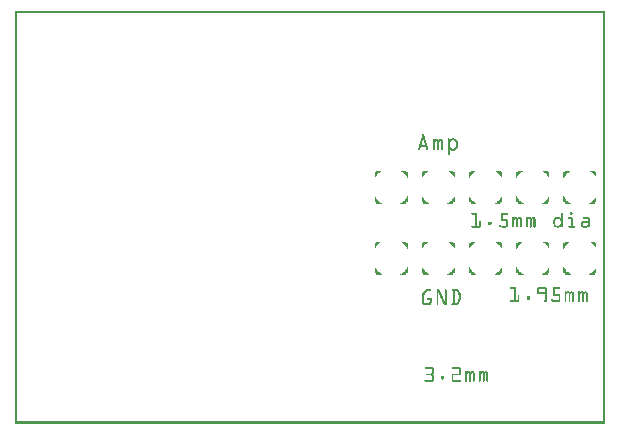
<source format=gto>
G04 MADE WITH FRITZING*
G04 WWW.FRITZING.ORG*
G04 DOUBLE SIDED*
G04 HOLES PLATED*
G04 CONTOUR ON CENTER OF CONTOUR VECTOR*
%ASAXBY*%
%FSLAX23Y23*%
%MOIN*%
%OFA0B0*%
%SFA1.0B1.0*%
%ADD10R,0.001000X0.001000*%
%LNSILK1*%
G90*
G70*
G54D10*
X0Y1378D02*
X1967Y1378D01*
X0Y1377D02*
X1967Y1377D01*
X0Y1376D02*
X1967Y1376D01*
X0Y1375D02*
X1967Y1375D01*
X0Y1374D02*
X1967Y1374D01*
X0Y1373D02*
X1967Y1373D01*
X0Y1372D02*
X1967Y1372D01*
X0Y1371D02*
X1967Y1371D01*
X0Y1370D02*
X7Y1370D01*
X1960Y1370D02*
X1967Y1370D01*
X0Y1369D02*
X7Y1369D01*
X1960Y1369D02*
X1967Y1369D01*
X0Y1368D02*
X7Y1368D01*
X1960Y1368D02*
X1967Y1368D01*
X0Y1367D02*
X7Y1367D01*
X1960Y1367D02*
X1967Y1367D01*
X0Y1366D02*
X7Y1366D01*
X1960Y1366D02*
X1967Y1366D01*
X0Y1365D02*
X7Y1365D01*
X1960Y1365D02*
X1967Y1365D01*
X0Y1364D02*
X7Y1364D01*
X1960Y1364D02*
X1967Y1364D01*
X0Y1363D02*
X7Y1363D01*
X1960Y1363D02*
X1967Y1363D01*
X0Y1362D02*
X7Y1362D01*
X1960Y1362D02*
X1967Y1362D01*
X0Y1361D02*
X7Y1361D01*
X1960Y1361D02*
X1967Y1361D01*
X0Y1360D02*
X7Y1360D01*
X1960Y1360D02*
X1967Y1360D01*
X0Y1359D02*
X7Y1359D01*
X1960Y1359D02*
X1967Y1359D01*
X0Y1358D02*
X7Y1358D01*
X1960Y1358D02*
X1967Y1358D01*
X0Y1357D02*
X7Y1357D01*
X1960Y1357D02*
X1967Y1357D01*
X0Y1356D02*
X7Y1356D01*
X1960Y1356D02*
X1967Y1356D01*
X0Y1355D02*
X7Y1355D01*
X1960Y1355D02*
X1967Y1355D01*
X0Y1354D02*
X7Y1354D01*
X1960Y1354D02*
X1967Y1354D01*
X0Y1353D02*
X7Y1353D01*
X1960Y1353D02*
X1967Y1353D01*
X0Y1352D02*
X7Y1352D01*
X1960Y1352D02*
X1967Y1352D01*
X0Y1351D02*
X7Y1351D01*
X1960Y1351D02*
X1967Y1351D01*
X0Y1350D02*
X7Y1350D01*
X1960Y1350D02*
X1967Y1350D01*
X0Y1349D02*
X7Y1349D01*
X1960Y1349D02*
X1967Y1349D01*
X0Y1348D02*
X7Y1348D01*
X1960Y1348D02*
X1967Y1348D01*
X0Y1347D02*
X7Y1347D01*
X1960Y1347D02*
X1967Y1347D01*
X0Y1346D02*
X7Y1346D01*
X1960Y1346D02*
X1967Y1346D01*
X0Y1345D02*
X7Y1345D01*
X1960Y1345D02*
X1967Y1345D01*
X0Y1344D02*
X7Y1344D01*
X1960Y1344D02*
X1967Y1344D01*
X0Y1343D02*
X7Y1343D01*
X1960Y1343D02*
X1967Y1343D01*
X0Y1342D02*
X7Y1342D01*
X1960Y1342D02*
X1967Y1342D01*
X0Y1341D02*
X7Y1341D01*
X1960Y1341D02*
X1967Y1341D01*
X0Y1340D02*
X7Y1340D01*
X1960Y1340D02*
X1967Y1340D01*
X0Y1339D02*
X7Y1339D01*
X1960Y1339D02*
X1967Y1339D01*
X0Y1338D02*
X7Y1338D01*
X1960Y1338D02*
X1967Y1338D01*
X0Y1337D02*
X7Y1337D01*
X1960Y1337D02*
X1967Y1337D01*
X0Y1336D02*
X7Y1336D01*
X1960Y1336D02*
X1967Y1336D01*
X0Y1335D02*
X7Y1335D01*
X1960Y1335D02*
X1967Y1335D01*
X0Y1334D02*
X7Y1334D01*
X1960Y1334D02*
X1967Y1334D01*
X0Y1333D02*
X7Y1333D01*
X1960Y1333D02*
X1967Y1333D01*
X0Y1332D02*
X7Y1332D01*
X1960Y1332D02*
X1967Y1332D01*
X0Y1331D02*
X7Y1331D01*
X1960Y1331D02*
X1967Y1331D01*
X0Y1330D02*
X7Y1330D01*
X1960Y1330D02*
X1967Y1330D01*
X0Y1329D02*
X7Y1329D01*
X1960Y1329D02*
X1967Y1329D01*
X0Y1328D02*
X7Y1328D01*
X1960Y1328D02*
X1967Y1328D01*
X0Y1327D02*
X7Y1327D01*
X1960Y1327D02*
X1967Y1327D01*
X0Y1326D02*
X7Y1326D01*
X1960Y1326D02*
X1967Y1326D01*
X0Y1325D02*
X7Y1325D01*
X1960Y1325D02*
X1967Y1325D01*
X0Y1324D02*
X7Y1324D01*
X1960Y1324D02*
X1967Y1324D01*
X0Y1323D02*
X7Y1323D01*
X1960Y1323D02*
X1967Y1323D01*
X0Y1322D02*
X7Y1322D01*
X1960Y1322D02*
X1967Y1322D01*
X0Y1321D02*
X7Y1321D01*
X1960Y1321D02*
X1967Y1321D01*
X0Y1320D02*
X7Y1320D01*
X1960Y1320D02*
X1967Y1320D01*
X0Y1319D02*
X7Y1319D01*
X1960Y1319D02*
X1967Y1319D01*
X0Y1318D02*
X7Y1318D01*
X1960Y1318D02*
X1967Y1318D01*
X0Y1317D02*
X7Y1317D01*
X1960Y1317D02*
X1967Y1317D01*
X0Y1316D02*
X7Y1316D01*
X1960Y1316D02*
X1967Y1316D01*
X0Y1315D02*
X7Y1315D01*
X1960Y1315D02*
X1967Y1315D01*
X0Y1314D02*
X7Y1314D01*
X1960Y1314D02*
X1967Y1314D01*
X0Y1313D02*
X7Y1313D01*
X1960Y1313D02*
X1967Y1313D01*
X0Y1312D02*
X7Y1312D01*
X1960Y1312D02*
X1967Y1312D01*
X0Y1311D02*
X7Y1311D01*
X1960Y1311D02*
X1967Y1311D01*
X0Y1310D02*
X7Y1310D01*
X1960Y1310D02*
X1967Y1310D01*
X0Y1309D02*
X7Y1309D01*
X1960Y1309D02*
X1967Y1309D01*
X0Y1308D02*
X7Y1308D01*
X1960Y1308D02*
X1967Y1308D01*
X0Y1307D02*
X7Y1307D01*
X1960Y1307D02*
X1967Y1307D01*
X0Y1306D02*
X7Y1306D01*
X1960Y1306D02*
X1967Y1306D01*
X0Y1305D02*
X7Y1305D01*
X1960Y1305D02*
X1967Y1305D01*
X0Y1304D02*
X7Y1304D01*
X1960Y1304D02*
X1967Y1304D01*
X0Y1303D02*
X7Y1303D01*
X1960Y1303D02*
X1967Y1303D01*
X0Y1302D02*
X7Y1302D01*
X1960Y1302D02*
X1967Y1302D01*
X0Y1301D02*
X7Y1301D01*
X1960Y1301D02*
X1967Y1301D01*
X0Y1300D02*
X7Y1300D01*
X1960Y1300D02*
X1967Y1300D01*
X0Y1299D02*
X7Y1299D01*
X1960Y1299D02*
X1967Y1299D01*
X0Y1298D02*
X7Y1298D01*
X1960Y1298D02*
X1967Y1298D01*
X0Y1297D02*
X7Y1297D01*
X1960Y1297D02*
X1967Y1297D01*
X0Y1296D02*
X7Y1296D01*
X1960Y1296D02*
X1967Y1296D01*
X0Y1295D02*
X7Y1295D01*
X1960Y1295D02*
X1967Y1295D01*
X0Y1294D02*
X7Y1294D01*
X1960Y1294D02*
X1967Y1294D01*
X0Y1293D02*
X7Y1293D01*
X1960Y1293D02*
X1967Y1293D01*
X0Y1292D02*
X7Y1292D01*
X1960Y1292D02*
X1967Y1292D01*
X0Y1291D02*
X7Y1291D01*
X1960Y1291D02*
X1967Y1291D01*
X0Y1290D02*
X7Y1290D01*
X1960Y1290D02*
X1967Y1290D01*
X0Y1289D02*
X7Y1289D01*
X1960Y1289D02*
X1967Y1289D01*
X0Y1288D02*
X7Y1288D01*
X1960Y1288D02*
X1967Y1288D01*
X0Y1287D02*
X7Y1287D01*
X1960Y1287D02*
X1967Y1287D01*
X0Y1286D02*
X7Y1286D01*
X1960Y1286D02*
X1967Y1286D01*
X0Y1285D02*
X7Y1285D01*
X1960Y1285D02*
X1967Y1285D01*
X0Y1284D02*
X7Y1284D01*
X1960Y1284D02*
X1967Y1284D01*
X0Y1283D02*
X7Y1283D01*
X1960Y1283D02*
X1967Y1283D01*
X0Y1282D02*
X7Y1282D01*
X1960Y1282D02*
X1967Y1282D01*
X0Y1281D02*
X7Y1281D01*
X1960Y1281D02*
X1967Y1281D01*
X0Y1280D02*
X7Y1280D01*
X1960Y1280D02*
X1967Y1280D01*
X0Y1279D02*
X7Y1279D01*
X1960Y1279D02*
X1967Y1279D01*
X0Y1278D02*
X7Y1278D01*
X1960Y1278D02*
X1967Y1278D01*
X0Y1277D02*
X7Y1277D01*
X1960Y1277D02*
X1967Y1277D01*
X0Y1276D02*
X7Y1276D01*
X1960Y1276D02*
X1967Y1276D01*
X0Y1275D02*
X7Y1275D01*
X1960Y1275D02*
X1967Y1275D01*
X0Y1274D02*
X7Y1274D01*
X1960Y1274D02*
X1967Y1274D01*
X0Y1273D02*
X7Y1273D01*
X1960Y1273D02*
X1967Y1273D01*
X0Y1272D02*
X7Y1272D01*
X1960Y1272D02*
X1967Y1272D01*
X0Y1271D02*
X7Y1271D01*
X1960Y1271D02*
X1967Y1271D01*
X0Y1270D02*
X7Y1270D01*
X1960Y1270D02*
X1967Y1270D01*
X0Y1269D02*
X7Y1269D01*
X1960Y1269D02*
X1967Y1269D01*
X0Y1268D02*
X7Y1268D01*
X1960Y1268D02*
X1967Y1268D01*
X0Y1267D02*
X7Y1267D01*
X1960Y1267D02*
X1967Y1267D01*
X0Y1266D02*
X7Y1266D01*
X1960Y1266D02*
X1967Y1266D01*
X0Y1265D02*
X7Y1265D01*
X1960Y1265D02*
X1967Y1265D01*
X0Y1264D02*
X7Y1264D01*
X1960Y1264D02*
X1967Y1264D01*
X0Y1263D02*
X7Y1263D01*
X1960Y1263D02*
X1967Y1263D01*
X0Y1262D02*
X7Y1262D01*
X1960Y1262D02*
X1967Y1262D01*
X0Y1261D02*
X7Y1261D01*
X1960Y1261D02*
X1967Y1261D01*
X0Y1260D02*
X7Y1260D01*
X1960Y1260D02*
X1967Y1260D01*
X0Y1259D02*
X7Y1259D01*
X1960Y1259D02*
X1967Y1259D01*
X0Y1258D02*
X7Y1258D01*
X1960Y1258D02*
X1967Y1258D01*
X0Y1257D02*
X7Y1257D01*
X1960Y1257D02*
X1967Y1257D01*
X0Y1256D02*
X7Y1256D01*
X1960Y1256D02*
X1967Y1256D01*
X0Y1255D02*
X7Y1255D01*
X1960Y1255D02*
X1967Y1255D01*
X0Y1254D02*
X7Y1254D01*
X1960Y1254D02*
X1967Y1254D01*
X0Y1253D02*
X7Y1253D01*
X1960Y1253D02*
X1967Y1253D01*
X0Y1252D02*
X7Y1252D01*
X1960Y1252D02*
X1967Y1252D01*
X0Y1251D02*
X7Y1251D01*
X1960Y1251D02*
X1967Y1251D01*
X0Y1250D02*
X7Y1250D01*
X1960Y1250D02*
X1967Y1250D01*
X0Y1249D02*
X7Y1249D01*
X1960Y1249D02*
X1967Y1249D01*
X0Y1248D02*
X7Y1248D01*
X1960Y1248D02*
X1967Y1248D01*
X0Y1247D02*
X7Y1247D01*
X1960Y1247D02*
X1967Y1247D01*
X0Y1246D02*
X7Y1246D01*
X1960Y1246D02*
X1967Y1246D01*
X0Y1245D02*
X7Y1245D01*
X1960Y1245D02*
X1967Y1245D01*
X0Y1244D02*
X7Y1244D01*
X1960Y1244D02*
X1967Y1244D01*
X0Y1243D02*
X7Y1243D01*
X1960Y1243D02*
X1967Y1243D01*
X0Y1242D02*
X7Y1242D01*
X1960Y1242D02*
X1967Y1242D01*
X0Y1241D02*
X7Y1241D01*
X1960Y1241D02*
X1967Y1241D01*
X0Y1240D02*
X7Y1240D01*
X1960Y1240D02*
X1967Y1240D01*
X0Y1239D02*
X7Y1239D01*
X1960Y1239D02*
X1967Y1239D01*
X0Y1238D02*
X7Y1238D01*
X1960Y1238D02*
X1967Y1238D01*
X0Y1237D02*
X7Y1237D01*
X1960Y1237D02*
X1967Y1237D01*
X0Y1236D02*
X7Y1236D01*
X1960Y1236D02*
X1967Y1236D01*
X0Y1235D02*
X7Y1235D01*
X1960Y1235D02*
X1967Y1235D01*
X0Y1234D02*
X7Y1234D01*
X1960Y1234D02*
X1967Y1234D01*
X0Y1233D02*
X7Y1233D01*
X1960Y1233D02*
X1967Y1233D01*
X0Y1232D02*
X7Y1232D01*
X1960Y1232D02*
X1967Y1232D01*
X0Y1231D02*
X7Y1231D01*
X1960Y1231D02*
X1967Y1231D01*
X0Y1230D02*
X7Y1230D01*
X1960Y1230D02*
X1967Y1230D01*
X0Y1229D02*
X7Y1229D01*
X1960Y1229D02*
X1967Y1229D01*
X0Y1228D02*
X7Y1228D01*
X1960Y1228D02*
X1967Y1228D01*
X0Y1227D02*
X7Y1227D01*
X1960Y1227D02*
X1967Y1227D01*
X0Y1226D02*
X7Y1226D01*
X1960Y1226D02*
X1967Y1226D01*
X0Y1225D02*
X7Y1225D01*
X1960Y1225D02*
X1967Y1225D01*
X0Y1224D02*
X7Y1224D01*
X1960Y1224D02*
X1967Y1224D01*
X0Y1223D02*
X7Y1223D01*
X1960Y1223D02*
X1967Y1223D01*
X0Y1222D02*
X7Y1222D01*
X1960Y1222D02*
X1967Y1222D01*
X0Y1221D02*
X7Y1221D01*
X1960Y1221D02*
X1967Y1221D01*
X0Y1220D02*
X7Y1220D01*
X1960Y1220D02*
X1967Y1220D01*
X0Y1219D02*
X7Y1219D01*
X1960Y1219D02*
X1967Y1219D01*
X0Y1218D02*
X7Y1218D01*
X1960Y1218D02*
X1967Y1218D01*
X0Y1217D02*
X7Y1217D01*
X1960Y1217D02*
X1967Y1217D01*
X0Y1216D02*
X7Y1216D01*
X1960Y1216D02*
X1967Y1216D01*
X0Y1215D02*
X7Y1215D01*
X1960Y1215D02*
X1967Y1215D01*
X0Y1214D02*
X7Y1214D01*
X1960Y1214D02*
X1967Y1214D01*
X0Y1213D02*
X7Y1213D01*
X1960Y1213D02*
X1967Y1213D01*
X0Y1212D02*
X7Y1212D01*
X1960Y1212D02*
X1967Y1212D01*
X0Y1211D02*
X7Y1211D01*
X1960Y1211D02*
X1967Y1211D01*
X0Y1210D02*
X7Y1210D01*
X1960Y1210D02*
X1967Y1210D01*
X0Y1209D02*
X7Y1209D01*
X1960Y1209D02*
X1967Y1209D01*
X0Y1208D02*
X7Y1208D01*
X1960Y1208D02*
X1967Y1208D01*
X0Y1207D02*
X7Y1207D01*
X1960Y1207D02*
X1967Y1207D01*
X0Y1206D02*
X7Y1206D01*
X1960Y1206D02*
X1967Y1206D01*
X0Y1205D02*
X7Y1205D01*
X1960Y1205D02*
X1967Y1205D01*
X0Y1204D02*
X7Y1204D01*
X1960Y1204D02*
X1967Y1204D01*
X0Y1203D02*
X7Y1203D01*
X1960Y1203D02*
X1967Y1203D01*
X0Y1202D02*
X7Y1202D01*
X1960Y1202D02*
X1967Y1202D01*
X0Y1201D02*
X7Y1201D01*
X1960Y1201D02*
X1967Y1201D01*
X0Y1200D02*
X7Y1200D01*
X1960Y1200D02*
X1967Y1200D01*
X0Y1199D02*
X7Y1199D01*
X1960Y1199D02*
X1967Y1199D01*
X0Y1198D02*
X7Y1198D01*
X1960Y1198D02*
X1967Y1198D01*
X0Y1197D02*
X7Y1197D01*
X1960Y1197D02*
X1967Y1197D01*
X0Y1196D02*
X7Y1196D01*
X1960Y1196D02*
X1967Y1196D01*
X0Y1195D02*
X7Y1195D01*
X1960Y1195D02*
X1967Y1195D01*
X0Y1194D02*
X7Y1194D01*
X1960Y1194D02*
X1967Y1194D01*
X0Y1193D02*
X7Y1193D01*
X1960Y1193D02*
X1967Y1193D01*
X0Y1192D02*
X7Y1192D01*
X1960Y1192D02*
X1967Y1192D01*
X0Y1191D02*
X7Y1191D01*
X1960Y1191D02*
X1967Y1191D01*
X0Y1190D02*
X7Y1190D01*
X1960Y1190D02*
X1967Y1190D01*
X0Y1189D02*
X7Y1189D01*
X1960Y1189D02*
X1967Y1189D01*
X0Y1188D02*
X7Y1188D01*
X1960Y1188D02*
X1967Y1188D01*
X0Y1187D02*
X7Y1187D01*
X1960Y1187D02*
X1967Y1187D01*
X0Y1186D02*
X7Y1186D01*
X1960Y1186D02*
X1967Y1186D01*
X0Y1185D02*
X7Y1185D01*
X1960Y1185D02*
X1967Y1185D01*
X0Y1184D02*
X7Y1184D01*
X1960Y1184D02*
X1967Y1184D01*
X0Y1183D02*
X7Y1183D01*
X1960Y1183D02*
X1967Y1183D01*
X0Y1182D02*
X7Y1182D01*
X1960Y1182D02*
X1967Y1182D01*
X0Y1181D02*
X7Y1181D01*
X1960Y1181D02*
X1967Y1181D01*
X0Y1180D02*
X7Y1180D01*
X1960Y1180D02*
X1967Y1180D01*
X0Y1179D02*
X7Y1179D01*
X1960Y1179D02*
X1967Y1179D01*
X0Y1178D02*
X7Y1178D01*
X1960Y1178D02*
X1967Y1178D01*
X0Y1177D02*
X7Y1177D01*
X1960Y1177D02*
X1967Y1177D01*
X0Y1176D02*
X7Y1176D01*
X1960Y1176D02*
X1967Y1176D01*
X0Y1175D02*
X7Y1175D01*
X1960Y1175D02*
X1967Y1175D01*
X0Y1174D02*
X7Y1174D01*
X1960Y1174D02*
X1967Y1174D01*
X0Y1173D02*
X7Y1173D01*
X1960Y1173D02*
X1967Y1173D01*
X0Y1172D02*
X7Y1172D01*
X1960Y1172D02*
X1967Y1172D01*
X0Y1171D02*
X7Y1171D01*
X1960Y1171D02*
X1967Y1171D01*
X0Y1170D02*
X7Y1170D01*
X1960Y1170D02*
X1967Y1170D01*
X0Y1169D02*
X7Y1169D01*
X1960Y1169D02*
X1967Y1169D01*
X0Y1168D02*
X7Y1168D01*
X1960Y1168D02*
X1967Y1168D01*
X0Y1167D02*
X7Y1167D01*
X1960Y1167D02*
X1967Y1167D01*
X0Y1166D02*
X7Y1166D01*
X1960Y1166D02*
X1967Y1166D01*
X0Y1165D02*
X7Y1165D01*
X1960Y1165D02*
X1967Y1165D01*
X0Y1164D02*
X7Y1164D01*
X1960Y1164D02*
X1967Y1164D01*
X0Y1163D02*
X7Y1163D01*
X1960Y1163D02*
X1967Y1163D01*
X0Y1162D02*
X7Y1162D01*
X1960Y1162D02*
X1967Y1162D01*
X0Y1161D02*
X7Y1161D01*
X1960Y1161D02*
X1967Y1161D01*
X0Y1160D02*
X7Y1160D01*
X1960Y1160D02*
X1967Y1160D01*
X0Y1159D02*
X7Y1159D01*
X1960Y1159D02*
X1967Y1159D01*
X0Y1158D02*
X7Y1158D01*
X1960Y1158D02*
X1967Y1158D01*
X0Y1157D02*
X7Y1157D01*
X1960Y1157D02*
X1967Y1157D01*
X0Y1156D02*
X7Y1156D01*
X1960Y1156D02*
X1967Y1156D01*
X0Y1155D02*
X7Y1155D01*
X1960Y1155D02*
X1967Y1155D01*
X0Y1154D02*
X7Y1154D01*
X1960Y1154D02*
X1967Y1154D01*
X0Y1153D02*
X7Y1153D01*
X1960Y1153D02*
X1967Y1153D01*
X0Y1152D02*
X7Y1152D01*
X1960Y1152D02*
X1967Y1152D01*
X0Y1151D02*
X7Y1151D01*
X1960Y1151D02*
X1967Y1151D01*
X0Y1150D02*
X7Y1150D01*
X1960Y1150D02*
X1967Y1150D01*
X0Y1149D02*
X7Y1149D01*
X1960Y1149D02*
X1967Y1149D01*
X0Y1148D02*
X7Y1148D01*
X1960Y1148D02*
X1967Y1148D01*
X0Y1147D02*
X7Y1147D01*
X1960Y1147D02*
X1967Y1147D01*
X0Y1146D02*
X7Y1146D01*
X1960Y1146D02*
X1967Y1146D01*
X0Y1145D02*
X7Y1145D01*
X1960Y1145D02*
X1967Y1145D01*
X0Y1144D02*
X7Y1144D01*
X1960Y1144D02*
X1967Y1144D01*
X0Y1143D02*
X7Y1143D01*
X1960Y1143D02*
X1967Y1143D01*
X0Y1142D02*
X7Y1142D01*
X1960Y1142D02*
X1967Y1142D01*
X0Y1141D02*
X7Y1141D01*
X1960Y1141D02*
X1967Y1141D01*
X0Y1140D02*
X7Y1140D01*
X1960Y1140D02*
X1967Y1140D01*
X0Y1139D02*
X7Y1139D01*
X1960Y1139D02*
X1967Y1139D01*
X0Y1138D02*
X7Y1138D01*
X1960Y1138D02*
X1967Y1138D01*
X0Y1137D02*
X7Y1137D01*
X1960Y1137D02*
X1967Y1137D01*
X0Y1136D02*
X7Y1136D01*
X1960Y1136D02*
X1967Y1136D01*
X0Y1135D02*
X7Y1135D01*
X1960Y1135D02*
X1967Y1135D01*
X0Y1134D02*
X7Y1134D01*
X1960Y1134D02*
X1967Y1134D01*
X0Y1133D02*
X7Y1133D01*
X1960Y1133D02*
X1967Y1133D01*
X0Y1132D02*
X7Y1132D01*
X1960Y1132D02*
X1967Y1132D01*
X0Y1131D02*
X7Y1131D01*
X1960Y1131D02*
X1967Y1131D01*
X0Y1130D02*
X7Y1130D01*
X1960Y1130D02*
X1967Y1130D01*
X0Y1129D02*
X7Y1129D01*
X1960Y1129D02*
X1967Y1129D01*
X0Y1128D02*
X7Y1128D01*
X1960Y1128D02*
X1967Y1128D01*
X0Y1127D02*
X7Y1127D01*
X1960Y1127D02*
X1967Y1127D01*
X0Y1126D02*
X7Y1126D01*
X1960Y1126D02*
X1967Y1126D01*
X0Y1125D02*
X7Y1125D01*
X1960Y1125D02*
X1967Y1125D01*
X0Y1124D02*
X7Y1124D01*
X1960Y1124D02*
X1967Y1124D01*
X0Y1123D02*
X7Y1123D01*
X1960Y1123D02*
X1967Y1123D01*
X0Y1122D02*
X7Y1122D01*
X1960Y1122D02*
X1967Y1122D01*
X0Y1121D02*
X7Y1121D01*
X1960Y1121D02*
X1967Y1121D01*
X0Y1120D02*
X7Y1120D01*
X1960Y1120D02*
X1967Y1120D01*
X0Y1119D02*
X7Y1119D01*
X1960Y1119D02*
X1967Y1119D01*
X0Y1118D02*
X7Y1118D01*
X1960Y1118D02*
X1967Y1118D01*
X0Y1117D02*
X7Y1117D01*
X1960Y1117D02*
X1967Y1117D01*
X0Y1116D02*
X7Y1116D01*
X1960Y1116D02*
X1967Y1116D01*
X0Y1115D02*
X7Y1115D01*
X1960Y1115D02*
X1967Y1115D01*
X0Y1114D02*
X7Y1114D01*
X1960Y1114D02*
X1967Y1114D01*
X0Y1113D02*
X7Y1113D01*
X1960Y1113D02*
X1967Y1113D01*
X0Y1112D02*
X7Y1112D01*
X1960Y1112D02*
X1967Y1112D01*
X0Y1111D02*
X7Y1111D01*
X1960Y1111D02*
X1967Y1111D01*
X0Y1110D02*
X7Y1110D01*
X1960Y1110D02*
X1967Y1110D01*
X0Y1109D02*
X7Y1109D01*
X1960Y1109D02*
X1967Y1109D01*
X0Y1108D02*
X7Y1108D01*
X1960Y1108D02*
X1967Y1108D01*
X0Y1107D02*
X7Y1107D01*
X1960Y1107D02*
X1967Y1107D01*
X0Y1106D02*
X7Y1106D01*
X1960Y1106D02*
X1967Y1106D01*
X0Y1105D02*
X7Y1105D01*
X1960Y1105D02*
X1967Y1105D01*
X0Y1104D02*
X7Y1104D01*
X1960Y1104D02*
X1967Y1104D01*
X0Y1103D02*
X7Y1103D01*
X1960Y1103D02*
X1967Y1103D01*
X0Y1102D02*
X7Y1102D01*
X1960Y1102D02*
X1967Y1102D01*
X0Y1101D02*
X7Y1101D01*
X1960Y1101D02*
X1967Y1101D01*
X0Y1100D02*
X7Y1100D01*
X1960Y1100D02*
X1967Y1100D01*
X0Y1099D02*
X7Y1099D01*
X1960Y1099D02*
X1967Y1099D01*
X0Y1098D02*
X7Y1098D01*
X1960Y1098D02*
X1967Y1098D01*
X0Y1097D02*
X7Y1097D01*
X1960Y1097D02*
X1967Y1097D01*
X0Y1096D02*
X7Y1096D01*
X1960Y1096D02*
X1967Y1096D01*
X0Y1095D02*
X7Y1095D01*
X1960Y1095D02*
X1967Y1095D01*
X0Y1094D02*
X7Y1094D01*
X1960Y1094D02*
X1967Y1094D01*
X0Y1093D02*
X7Y1093D01*
X1960Y1093D02*
X1967Y1093D01*
X0Y1092D02*
X7Y1092D01*
X1960Y1092D02*
X1967Y1092D01*
X0Y1091D02*
X7Y1091D01*
X1960Y1091D02*
X1967Y1091D01*
X0Y1090D02*
X7Y1090D01*
X1960Y1090D02*
X1967Y1090D01*
X0Y1089D02*
X7Y1089D01*
X1960Y1089D02*
X1967Y1089D01*
X0Y1088D02*
X7Y1088D01*
X1960Y1088D02*
X1967Y1088D01*
X0Y1087D02*
X7Y1087D01*
X1960Y1087D02*
X1967Y1087D01*
X0Y1086D02*
X7Y1086D01*
X1960Y1086D02*
X1967Y1086D01*
X0Y1085D02*
X7Y1085D01*
X1960Y1085D02*
X1967Y1085D01*
X0Y1084D02*
X7Y1084D01*
X1960Y1084D02*
X1967Y1084D01*
X0Y1083D02*
X7Y1083D01*
X1960Y1083D02*
X1967Y1083D01*
X0Y1082D02*
X7Y1082D01*
X1960Y1082D02*
X1967Y1082D01*
X0Y1081D02*
X7Y1081D01*
X1960Y1081D02*
X1967Y1081D01*
X0Y1080D02*
X7Y1080D01*
X1960Y1080D02*
X1967Y1080D01*
X0Y1079D02*
X7Y1079D01*
X1960Y1079D02*
X1967Y1079D01*
X0Y1078D02*
X7Y1078D01*
X1960Y1078D02*
X1967Y1078D01*
X0Y1077D02*
X7Y1077D01*
X1960Y1077D02*
X1967Y1077D01*
X0Y1076D02*
X7Y1076D01*
X1960Y1076D02*
X1967Y1076D01*
X0Y1075D02*
X7Y1075D01*
X1960Y1075D02*
X1967Y1075D01*
X0Y1074D02*
X7Y1074D01*
X1960Y1074D02*
X1967Y1074D01*
X0Y1073D02*
X7Y1073D01*
X1960Y1073D02*
X1967Y1073D01*
X0Y1072D02*
X7Y1072D01*
X1960Y1072D02*
X1967Y1072D01*
X0Y1071D02*
X7Y1071D01*
X1960Y1071D02*
X1967Y1071D01*
X0Y1070D02*
X7Y1070D01*
X1960Y1070D02*
X1967Y1070D01*
X0Y1069D02*
X7Y1069D01*
X1960Y1069D02*
X1967Y1069D01*
X0Y1068D02*
X7Y1068D01*
X1960Y1068D02*
X1967Y1068D01*
X0Y1067D02*
X7Y1067D01*
X1960Y1067D02*
X1967Y1067D01*
X0Y1066D02*
X7Y1066D01*
X1960Y1066D02*
X1967Y1066D01*
X0Y1065D02*
X7Y1065D01*
X1960Y1065D02*
X1967Y1065D01*
X0Y1064D02*
X7Y1064D01*
X1960Y1064D02*
X1967Y1064D01*
X0Y1063D02*
X7Y1063D01*
X1960Y1063D02*
X1967Y1063D01*
X0Y1062D02*
X7Y1062D01*
X1960Y1062D02*
X1967Y1062D01*
X0Y1061D02*
X7Y1061D01*
X1960Y1061D02*
X1967Y1061D01*
X0Y1060D02*
X7Y1060D01*
X1960Y1060D02*
X1967Y1060D01*
X0Y1059D02*
X7Y1059D01*
X1960Y1059D02*
X1967Y1059D01*
X0Y1058D02*
X7Y1058D01*
X1960Y1058D02*
X1967Y1058D01*
X0Y1057D02*
X7Y1057D01*
X1960Y1057D02*
X1967Y1057D01*
X0Y1056D02*
X7Y1056D01*
X1960Y1056D02*
X1967Y1056D01*
X0Y1055D02*
X7Y1055D01*
X1960Y1055D02*
X1967Y1055D01*
X0Y1054D02*
X7Y1054D01*
X1960Y1054D02*
X1967Y1054D01*
X0Y1053D02*
X7Y1053D01*
X1960Y1053D02*
X1967Y1053D01*
X0Y1052D02*
X7Y1052D01*
X1960Y1052D02*
X1967Y1052D01*
X0Y1051D02*
X7Y1051D01*
X1960Y1051D02*
X1967Y1051D01*
X0Y1050D02*
X7Y1050D01*
X1960Y1050D02*
X1967Y1050D01*
X0Y1049D02*
X7Y1049D01*
X1960Y1049D02*
X1967Y1049D01*
X0Y1048D02*
X7Y1048D01*
X1960Y1048D02*
X1967Y1048D01*
X0Y1047D02*
X7Y1047D01*
X1960Y1047D02*
X1967Y1047D01*
X0Y1046D02*
X7Y1046D01*
X1960Y1046D02*
X1967Y1046D01*
X0Y1045D02*
X7Y1045D01*
X1960Y1045D02*
X1967Y1045D01*
X0Y1044D02*
X7Y1044D01*
X1960Y1044D02*
X1967Y1044D01*
X0Y1043D02*
X7Y1043D01*
X1960Y1043D02*
X1967Y1043D01*
X0Y1042D02*
X7Y1042D01*
X1960Y1042D02*
X1967Y1042D01*
X0Y1041D02*
X7Y1041D01*
X1960Y1041D02*
X1967Y1041D01*
X0Y1040D02*
X7Y1040D01*
X1960Y1040D02*
X1967Y1040D01*
X0Y1039D02*
X7Y1039D01*
X1960Y1039D02*
X1967Y1039D01*
X0Y1038D02*
X7Y1038D01*
X1960Y1038D02*
X1967Y1038D01*
X0Y1037D02*
X7Y1037D01*
X1960Y1037D02*
X1967Y1037D01*
X0Y1036D02*
X7Y1036D01*
X1960Y1036D02*
X1967Y1036D01*
X0Y1035D02*
X7Y1035D01*
X1960Y1035D02*
X1967Y1035D01*
X0Y1034D02*
X7Y1034D01*
X1960Y1034D02*
X1967Y1034D01*
X0Y1033D02*
X7Y1033D01*
X1960Y1033D02*
X1967Y1033D01*
X0Y1032D02*
X7Y1032D01*
X1960Y1032D02*
X1967Y1032D01*
X0Y1031D02*
X7Y1031D01*
X1960Y1031D02*
X1967Y1031D01*
X0Y1030D02*
X7Y1030D01*
X1960Y1030D02*
X1967Y1030D01*
X0Y1029D02*
X7Y1029D01*
X1960Y1029D02*
X1967Y1029D01*
X0Y1028D02*
X7Y1028D01*
X1960Y1028D02*
X1967Y1028D01*
X0Y1027D02*
X7Y1027D01*
X1960Y1027D02*
X1967Y1027D01*
X0Y1026D02*
X7Y1026D01*
X1960Y1026D02*
X1967Y1026D01*
X0Y1025D02*
X7Y1025D01*
X1960Y1025D02*
X1967Y1025D01*
X0Y1024D02*
X7Y1024D01*
X1960Y1024D02*
X1967Y1024D01*
X0Y1023D02*
X7Y1023D01*
X1960Y1023D02*
X1967Y1023D01*
X0Y1022D02*
X7Y1022D01*
X1960Y1022D02*
X1967Y1022D01*
X0Y1021D02*
X7Y1021D01*
X1960Y1021D02*
X1967Y1021D01*
X0Y1020D02*
X7Y1020D01*
X1960Y1020D02*
X1967Y1020D01*
X0Y1019D02*
X7Y1019D01*
X1960Y1019D02*
X1967Y1019D01*
X0Y1018D02*
X7Y1018D01*
X1960Y1018D02*
X1967Y1018D01*
X0Y1017D02*
X7Y1017D01*
X1960Y1017D02*
X1967Y1017D01*
X0Y1016D02*
X7Y1016D01*
X1960Y1016D02*
X1967Y1016D01*
X0Y1015D02*
X7Y1015D01*
X1960Y1015D02*
X1967Y1015D01*
X0Y1014D02*
X7Y1014D01*
X1960Y1014D02*
X1967Y1014D01*
X0Y1013D02*
X7Y1013D01*
X1960Y1013D02*
X1967Y1013D01*
X0Y1012D02*
X7Y1012D01*
X1960Y1012D02*
X1967Y1012D01*
X0Y1011D02*
X7Y1011D01*
X1960Y1011D02*
X1967Y1011D01*
X0Y1010D02*
X7Y1010D01*
X1960Y1010D02*
X1967Y1010D01*
X0Y1009D02*
X7Y1009D01*
X1960Y1009D02*
X1967Y1009D01*
X0Y1008D02*
X7Y1008D01*
X1960Y1008D02*
X1967Y1008D01*
X0Y1007D02*
X7Y1007D01*
X1960Y1007D02*
X1967Y1007D01*
X0Y1006D02*
X7Y1006D01*
X1960Y1006D02*
X1967Y1006D01*
X0Y1005D02*
X7Y1005D01*
X1960Y1005D02*
X1967Y1005D01*
X0Y1004D02*
X7Y1004D01*
X1960Y1004D02*
X1967Y1004D01*
X0Y1003D02*
X7Y1003D01*
X1960Y1003D02*
X1967Y1003D01*
X0Y1002D02*
X7Y1002D01*
X1960Y1002D02*
X1967Y1002D01*
X0Y1001D02*
X7Y1001D01*
X1960Y1001D02*
X1967Y1001D01*
X0Y1000D02*
X7Y1000D01*
X1960Y1000D02*
X1967Y1000D01*
X0Y999D02*
X7Y999D01*
X1960Y999D02*
X1967Y999D01*
X0Y998D02*
X7Y998D01*
X1960Y998D02*
X1967Y998D01*
X0Y997D02*
X7Y997D01*
X1960Y997D02*
X1967Y997D01*
X0Y996D02*
X7Y996D01*
X1960Y996D02*
X1967Y996D01*
X0Y995D02*
X7Y995D01*
X1960Y995D02*
X1967Y995D01*
X0Y994D02*
X7Y994D01*
X1960Y994D02*
X1967Y994D01*
X0Y993D02*
X7Y993D01*
X1960Y993D02*
X1967Y993D01*
X0Y992D02*
X7Y992D01*
X1960Y992D02*
X1967Y992D01*
X0Y991D02*
X7Y991D01*
X1960Y991D02*
X1967Y991D01*
X0Y990D02*
X7Y990D01*
X1960Y990D02*
X1967Y990D01*
X0Y989D02*
X7Y989D01*
X1960Y989D02*
X1967Y989D01*
X0Y988D02*
X7Y988D01*
X1960Y988D02*
X1967Y988D01*
X0Y987D02*
X7Y987D01*
X1960Y987D02*
X1967Y987D01*
X0Y986D02*
X7Y986D01*
X1960Y986D02*
X1967Y986D01*
X0Y985D02*
X7Y985D01*
X1960Y985D02*
X1967Y985D01*
X0Y984D02*
X7Y984D01*
X1960Y984D02*
X1967Y984D01*
X0Y983D02*
X7Y983D01*
X1960Y983D02*
X1967Y983D01*
X0Y982D02*
X7Y982D01*
X1960Y982D02*
X1967Y982D01*
X0Y981D02*
X7Y981D01*
X1960Y981D02*
X1967Y981D01*
X0Y980D02*
X7Y980D01*
X1960Y980D02*
X1967Y980D01*
X0Y979D02*
X7Y979D01*
X1960Y979D02*
X1967Y979D01*
X0Y978D02*
X7Y978D01*
X1960Y978D02*
X1967Y978D01*
X0Y977D02*
X7Y977D01*
X1960Y977D02*
X1967Y977D01*
X0Y976D02*
X7Y976D01*
X1960Y976D02*
X1967Y976D01*
X0Y975D02*
X7Y975D01*
X1960Y975D02*
X1967Y975D01*
X0Y974D02*
X7Y974D01*
X1960Y974D02*
X1967Y974D01*
X0Y973D02*
X7Y973D01*
X1960Y973D02*
X1967Y973D01*
X0Y972D02*
X7Y972D01*
X1960Y972D02*
X1967Y972D01*
X0Y971D02*
X7Y971D01*
X1960Y971D02*
X1967Y971D01*
X0Y970D02*
X7Y970D01*
X1960Y970D02*
X1967Y970D01*
X0Y969D02*
X7Y969D01*
X1960Y969D02*
X1967Y969D01*
X0Y968D02*
X7Y968D01*
X1960Y968D02*
X1967Y968D01*
X0Y967D02*
X7Y967D01*
X1960Y967D02*
X1967Y967D01*
X0Y966D02*
X7Y966D01*
X1960Y966D02*
X1967Y966D01*
X0Y965D02*
X7Y965D01*
X1359Y965D02*
X1363Y965D01*
X1960Y965D02*
X1967Y965D01*
X0Y964D02*
X7Y964D01*
X1358Y964D02*
X1363Y964D01*
X1960Y964D02*
X1967Y964D01*
X0Y963D02*
X7Y963D01*
X1358Y963D02*
X1364Y963D01*
X1960Y963D02*
X1967Y963D01*
X0Y962D02*
X7Y962D01*
X1358Y962D02*
X1364Y962D01*
X1960Y962D02*
X1967Y962D01*
X0Y961D02*
X7Y961D01*
X1357Y961D02*
X1364Y961D01*
X1960Y961D02*
X1967Y961D01*
X0Y960D02*
X7Y960D01*
X1357Y960D02*
X1365Y960D01*
X1960Y960D02*
X1967Y960D01*
X0Y959D02*
X7Y959D01*
X1357Y959D02*
X1365Y959D01*
X1960Y959D02*
X1967Y959D01*
X0Y958D02*
X7Y958D01*
X1357Y958D02*
X1365Y958D01*
X1960Y958D02*
X1967Y958D01*
X0Y957D02*
X7Y957D01*
X1356Y957D02*
X1366Y957D01*
X1960Y957D02*
X1967Y957D01*
X0Y956D02*
X7Y956D01*
X1356Y956D02*
X1366Y956D01*
X1960Y956D02*
X1967Y956D01*
X0Y955D02*
X7Y955D01*
X1356Y955D02*
X1366Y955D01*
X1960Y955D02*
X1967Y955D01*
X0Y954D02*
X7Y954D01*
X1355Y954D02*
X1366Y954D01*
X1960Y954D02*
X1967Y954D01*
X0Y953D02*
X7Y953D01*
X1355Y953D02*
X1367Y953D01*
X1960Y953D02*
X1967Y953D01*
X0Y952D02*
X7Y952D01*
X1355Y952D02*
X1367Y952D01*
X1445Y952D02*
X1448Y952D01*
X1456Y952D02*
X1464Y952D01*
X1960Y952D02*
X1967Y952D01*
X0Y951D02*
X7Y951D01*
X1354Y951D02*
X1367Y951D01*
X1396Y951D02*
X1397Y951D01*
X1404Y951D02*
X1407Y951D01*
X1419Y951D02*
X1419Y951D01*
X1444Y951D02*
X1449Y951D01*
X1455Y951D02*
X1466Y951D01*
X1960Y951D02*
X1967Y951D01*
X0Y950D02*
X7Y950D01*
X1354Y950D02*
X1368Y950D01*
X1394Y950D02*
X1398Y950D01*
X1402Y950D02*
X1410Y950D01*
X1416Y950D02*
X1423Y950D01*
X1444Y950D02*
X1450Y950D01*
X1453Y950D02*
X1468Y950D01*
X1960Y950D02*
X1967Y950D01*
X0Y949D02*
X7Y949D01*
X1354Y949D02*
X1360Y949D01*
X1362Y949D02*
X1368Y949D01*
X1394Y949D02*
X1411Y949D01*
X1414Y949D02*
X1424Y949D01*
X1444Y949D02*
X1450Y949D01*
X1452Y949D02*
X1469Y949D01*
X1960Y949D02*
X1967Y949D01*
X0Y948D02*
X7Y948D01*
X1354Y948D02*
X1360Y948D01*
X1362Y948D02*
X1368Y948D01*
X1393Y948D02*
X1425Y948D01*
X1444Y948D02*
X1470Y948D01*
X1960Y948D02*
X1967Y948D01*
X0Y947D02*
X7Y947D01*
X1353Y947D02*
X1360Y947D01*
X1362Y947D02*
X1369Y947D01*
X1393Y947D02*
X1426Y947D01*
X1444Y947D02*
X1471Y947D01*
X1960Y947D02*
X1967Y947D01*
X0Y946D02*
X7Y946D01*
X1353Y946D02*
X1359Y946D01*
X1363Y946D02*
X1369Y946D01*
X1393Y946D02*
X1427Y946D01*
X1444Y946D02*
X1472Y946D01*
X1960Y946D02*
X1967Y946D01*
X0Y945D02*
X7Y945D01*
X1353Y945D02*
X1359Y945D01*
X1363Y945D02*
X1369Y945D01*
X1393Y945D02*
X1427Y945D01*
X1444Y945D02*
X1457Y945D01*
X1464Y945D02*
X1473Y945D01*
X1960Y945D02*
X1967Y945D01*
X0Y944D02*
X7Y944D01*
X1352Y944D02*
X1359Y944D01*
X1363Y944D02*
X1369Y944D01*
X1393Y944D02*
X1404Y944D01*
X1407Y944D02*
X1418Y944D01*
X1421Y944D02*
X1427Y944D01*
X1444Y944D02*
X1456Y944D01*
X1465Y944D02*
X1474Y944D01*
X1960Y944D02*
X1967Y944D01*
X0Y943D02*
X7Y943D01*
X1352Y943D02*
X1358Y943D01*
X1363Y943D02*
X1370Y943D01*
X1393Y943D02*
X1403Y943D01*
X1408Y943D02*
X1417Y943D01*
X1421Y943D02*
X1427Y943D01*
X1444Y943D02*
X1455Y943D01*
X1466Y943D02*
X1475Y943D01*
X1960Y943D02*
X1967Y943D01*
X0Y942D02*
X7Y942D01*
X1352Y942D02*
X1358Y942D01*
X1364Y942D02*
X1370Y942D01*
X1393Y942D02*
X1402Y942D01*
X1408Y942D02*
X1416Y942D01*
X1421Y942D02*
X1427Y942D01*
X1444Y942D02*
X1454Y942D01*
X1467Y942D02*
X1476Y942D01*
X1960Y942D02*
X1967Y942D01*
X0Y941D02*
X7Y941D01*
X1352Y941D02*
X1358Y941D01*
X1364Y941D02*
X1370Y941D01*
X1393Y941D02*
X1401Y941D01*
X1408Y941D02*
X1414Y941D01*
X1421Y941D02*
X1427Y941D01*
X1444Y941D02*
X1453Y941D01*
X1468Y941D02*
X1476Y941D01*
X1960Y941D02*
X1967Y941D01*
X0Y940D02*
X7Y940D01*
X1351Y940D02*
X1357Y940D01*
X1364Y940D02*
X1371Y940D01*
X1393Y940D02*
X1400Y940D01*
X1408Y940D02*
X1414Y940D01*
X1421Y940D02*
X1427Y940D01*
X1444Y940D02*
X1452Y940D01*
X1470Y940D02*
X1477Y940D01*
X1960Y940D02*
X1967Y940D01*
X0Y939D02*
X7Y939D01*
X1351Y939D02*
X1357Y939D01*
X1365Y939D02*
X1371Y939D01*
X1393Y939D02*
X1399Y939D01*
X1408Y939D02*
X1414Y939D01*
X1421Y939D02*
X1427Y939D01*
X1444Y939D02*
X1451Y939D01*
X1470Y939D02*
X1477Y939D01*
X1960Y939D02*
X1967Y939D01*
X0Y938D02*
X7Y938D01*
X1351Y938D02*
X1357Y938D01*
X1365Y938D02*
X1371Y938D01*
X1393Y938D02*
X1399Y938D01*
X1408Y938D02*
X1414Y938D01*
X1421Y938D02*
X1427Y938D01*
X1444Y938D02*
X1450Y938D01*
X1471Y938D02*
X1477Y938D01*
X1960Y938D02*
X1967Y938D01*
X0Y937D02*
X7Y937D01*
X1350Y937D02*
X1357Y937D01*
X1365Y937D02*
X1371Y937D01*
X1393Y937D02*
X1399Y937D01*
X1408Y937D02*
X1414Y937D01*
X1421Y937D02*
X1427Y937D01*
X1444Y937D02*
X1450Y937D01*
X1471Y937D02*
X1477Y937D01*
X1960Y937D02*
X1967Y937D01*
X0Y936D02*
X7Y936D01*
X1350Y936D02*
X1356Y936D01*
X1365Y936D02*
X1372Y936D01*
X1393Y936D02*
X1399Y936D01*
X1408Y936D02*
X1414Y936D01*
X1421Y936D02*
X1427Y936D01*
X1444Y936D02*
X1450Y936D01*
X1471Y936D02*
X1477Y936D01*
X1960Y936D02*
X1967Y936D01*
X0Y935D02*
X7Y935D01*
X1350Y935D02*
X1356Y935D01*
X1366Y935D02*
X1372Y935D01*
X1393Y935D02*
X1399Y935D01*
X1408Y935D02*
X1414Y935D01*
X1421Y935D02*
X1427Y935D01*
X1444Y935D02*
X1450Y935D01*
X1471Y935D02*
X1477Y935D01*
X1960Y935D02*
X1967Y935D01*
X0Y934D02*
X7Y934D01*
X1349Y934D02*
X1356Y934D01*
X1366Y934D02*
X1372Y934D01*
X1393Y934D02*
X1399Y934D01*
X1408Y934D02*
X1414Y934D01*
X1421Y934D02*
X1427Y934D01*
X1444Y934D02*
X1450Y934D01*
X1471Y934D02*
X1477Y934D01*
X1960Y934D02*
X1967Y934D01*
X0Y933D02*
X7Y933D01*
X1349Y933D02*
X1355Y933D01*
X1366Y933D02*
X1373Y933D01*
X1393Y933D02*
X1399Y933D01*
X1408Y933D02*
X1414Y933D01*
X1421Y933D02*
X1427Y933D01*
X1444Y933D02*
X1450Y933D01*
X1471Y933D02*
X1477Y933D01*
X1960Y933D02*
X1967Y933D01*
X0Y932D02*
X7Y932D01*
X1349Y932D02*
X1355Y932D01*
X1367Y932D02*
X1373Y932D01*
X1393Y932D02*
X1399Y932D01*
X1408Y932D02*
X1414Y932D01*
X1421Y932D02*
X1427Y932D01*
X1444Y932D02*
X1450Y932D01*
X1471Y932D02*
X1477Y932D01*
X1960Y932D02*
X1967Y932D01*
X0Y931D02*
X7Y931D01*
X1349Y931D02*
X1355Y931D01*
X1367Y931D02*
X1373Y931D01*
X1393Y931D02*
X1399Y931D01*
X1408Y931D02*
X1414Y931D01*
X1421Y931D02*
X1427Y931D01*
X1444Y931D02*
X1450Y931D01*
X1471Y931D02*
X1477Y931D01*
X1960Y931D02*
X1967Y931D01*
X0Y930D02*
X7Y930D01*
X1348Y930D02*
X1373Y930D01*
X1393Y930D02*
X1399Y930D01*
X1408Y930D02*
X1414Y930D01*
X1421Y930D02*
X1427Y930D01*
X1444Y930D02*
X1450Y930D01*
X1471Y930D02*
X1477Y930D01*
X1960Y930D02*
X1967Y930D01*
X0Y929D02*
X7Y929D01*
X1348Y929D02*
X1374Y929D01*
X1393Y929D02*
X1399Y929D01*
X1408Y929D02*
X1414Y929D01*
X1421Y929D02*
X1427Y929D01*
X1444Y929D02*
X1450Y929D01*
X1471Y929D02*
X1477Y929D01*
X1960Y929D02*
X1967Y929D01*
X0Y928D02*
X7Y928D01*
X1348Y928D02*
X1374Y928D01*
X1393Y928D02*
X1399Y928D01*
X1408Y928D02*
X1414Y928D01*
X1421Y928D02*
X1427Y928D01*
X1444Y928D02*
X1450Y928D01*
X1471Y928D02*
X1477Y928D01*
X1960Y928D02*
X1967Y928D01*
X0Y927D02*
X7Y927D01*
X1347Y927D02*
X1374Y927D01*
X1393Y927D02*
X1399Y927D01*
X1408Y927D02*
X1414Y927D01*
X1421Y927D02*
X1427Y927D01*
X1444Y927D02*
X1450Y927D01*
X1471Y927D02*
X1477Y927D01*
X1960Y927D02*
X1967Y927D01*
X0Y926D02*
X7Y926D01*
X1347Y926D02*
X1375Y926D01*
X1393Y926D02*
X1399Y926D01*
X1408Y926D02*
X1414Y926D01*
X1421Y926D02*
X1427Y926D01*
X1444Y926D02*
X1450Y926D01*
X1471Y926D02*
X1477Y926D01*
X1960Y926D02*
X1967Y926D01*
X0Y925D02*
X7Y925D01*
X1347Y925D02*
X1375Y925D01*
X1393Y925D02*
X1399Y925D01*
X1408Y925D02*
X1414Y925D01*
X1421Y925D02*
X1427Y925D01*
X1444Y925D02*
X1450Y925D01*
X1471Y925D02*
X1477Y925D01*
X1960Y925D02*
X1967Y925D01*
X0Y924D02*
X7Y924D01*
X1347Y924D02*
X1375Y924D01*
X1393Y924D02*
X1399Y924D01*
X1408Y924D02*
X1414Y924D01*
X1421Y924D02*
X1427Y924D01*
X1444Y924D02*
X1451Y924D01*
X1470Y924D02*
X1477Y924D01*
X1960Y924D02*
X1967Y924D01*
X0Y923D02*
X7Y923D01*
X1346Y923D02*
X1352Y923D01*
X1369Y923D02*
X1376Y923D01*
X1393Y923D02*
X1399Y923D01*
X1408Y923D02*
X1414Y923D01*
X1421Y923D02*
X1427Y923D01*
X1444Y923D02*
X1452Y923D01*
X1469Y923D02*
X1476Y923D01*
X1960Y923D02*
X1967Y923D01*
X0Y922D02*
X7Y922D01*
X1346Y922D02*
X1352Y922D01*
X1370Y922D02*
X1376Y922D01*
X1393Y922D02*
X1399Y922D01*
X1408Y922D02*
X1414Y922D01*
X1421Y922D02*
X1427Y922D01*
X1444Y922D02*
X1453Y922D01*
X1468Y922D02*
X1476Y922D01*
X1960Y922D02*
X1967Y922D01*
X0Y921D02*
X7Y921D01*
X1346Y921D02*
X1352Y921D01*
X1370Y921D02*
X1376Y921D01*
X1393Y921D02*
X1399Y921D01*
X1408Y921D02*
X1414Y921D01*
X1421Y921D02*
X1427Y921D01*
X1444Y921D02*
X1454Y921D01*
X1467Y921D02*
X1476Y921D01*
X1960Y921D02*
X1967Y921D01*
X0Y920D02*
X7Y920D01*
X1345Y920D02*
X1352Y920D01*
X1370Y920D02*
X1376Y920D01*
X1393Y920D02*
X1399Y920D01*
X1408Y920D02*
X1414Y920D01*
X1421Y920D02*
X1427Y920D01*
X1444Y920D02*
X1455Y920D01*
X1466Y920D02*
X1475Y920D01*
X1960Y920D02*
X1967Y920D01*
X0Y919D02*
X7Y919D01*
X1345Y919D02*
X1351Y919D01*
X1370Y919D02*
X1377Y919D01*
X1393Y919D02*
X1399Y919D01*
X1408Y919D02*
X1414Y919D01*
X1421Y919D02*
X1427Y919D01*
X1444Y919D02*
X1456Y919D01*
X1464Y919D02*
X1474Y919D01*
X1960Y919D02*
X1967Y919D01*
X0Y918D02*
X7Y918D01*
X1345Y918D02*
X1351Y918D01*
X1371Y918D02*
X1377Y918D01*
X1393Y918D02*
X1399Y918D01*
X1408Y918D02*
X1414Y918D01*
X1421Y918D02*
X1427Y918D01*
X1444Y918D02*
X1458Y918D01*
X1463Y918D02*
X1473Y918D01*
X1960Y918D02*
X1967Y918D01*
X0Y917D02*
X7Y917D01*
X1344Y917D02*
X1351Y917D01*
X1371Y917D02*
X1377Y917D01*
X1393Y917D02*
X1399Y917D01*
X1408Y917D02*
X1414Y917D01*
X1421Y917D02*
X1427Y917D01*
X1444Y917D02*
X1472Y917D01*
X1960Y917D02*
X1967Y917D01*
X0Y916D02*
X7Y916D01*
X1344Y916D02*
X1350Y916D01*
X1371Y916D02*
X1378Y916D01*
X1393Y916D02*
X1399Y916D01*
X1408Y916D02*
X1414Y916D01*
X1421Y916D02*
X1427Y916D01*
X1444Y916D02*
X1471Y916D01*
X1960Y916D02*
X1967Y916D01*
X0Y915D02*
X7Y915D01*
X1344Y915D02*
X1350Y915D01*
X1372Y915D02*
X1378Y915D01*
X1394Y915D02*
X1399Y915D01*
X1408Y915D02*
X1413Y915D01*
X1421Y915D02*
X1427Y915D01*
X1444Y915D02*
X1469Y915D01*
X1960Y915D02*
X1967Y915D01*
X0Y914D02*
X7Y914D01*
X1345Y914D02*
X1350Y914D01*
X1372Y914D02*
X1377Y914D01*
X1394Y914D02*
X1399Y914D01*
X1408Y914D02*
X1413Y914D01*
X1422Y914D02*
X1427Y914D01*
X1444Y914D02*
X1450Y914D01*
X1453Y914D02*
X1468Y914D01*
X1960Y914D02*
X1967Y914D01*
X0Y913D02*
X7Y913D01*
X1345Y913D02*
X1349Y913D01*
X1373Y913D02*
X1376Y913D01*
X1395Y913D02*
X1398Y913D01*
X1409Y913D02*
X1412Y913D01*
X1423Y913D02*
X1426Y913D01*
X1444Y913D02*
X1450Y913D01*
X1454Y913D02*
X1467Y913D01*
X1960Y913D02*
X1967Y913D01*
X0Y912D02*
X7Y912D01*
X1444Y912D02*
X1450Y912D01*
X1455Y912D02*
X1466Y912D01*
X1960Y912D02*
X1967Y912D01*
X0Y911D02*
X7Y911D01*
X1444Y911D02*
X1450Y911D01*
X1458Y911D02*
X1463Y911D01*
X1960Y911D02*
X1967Y911D01*
X0Y910D02*
X7Y910D01*
X1444Y910D02*
X1450Y910D01*
X1960Y910D02*
X1967Y910D01*
X0Y909D02*
X7Y909D01*
X1444Y909D02*
X1450Y909D01*
X1960Y909D02*
X1967Y909D01*
X0Y908D02*
X7Y908D01*
X1444Y908D02*
X1450Y908D01*
X1960Y908D02*
X1967Y908D01*
X0Y907D02*
X7Y907D01*
X1444Y907D02*
X1450Y907D01*
X1960Y907D02*
X1967Y907D01*
X0Y906D02*
X7Y906D01*
X1444Y906D02*
X1450Y906D01*
X1960Y906D02*
X1967Y906D01*
X0Y905D02*
X7Y905D01*
X1444Y905D02*
X1450Y905D01*
X1960Y905D02*
X1967Y905D01*
X0Y904D02*
X7Y904D01*
X1444Y904D02*
X1450Y904D01*
X1960Y904D02*
X1967Y904D01*
X0Y903D02*
X7Y903D01*
X1444Y903D02*
X1450Y903D01*
X1960Y903D02*
X1967Y903D01*
X0Y902D02*
X7Y902D01*
X1444Y902D02*
X1450Y902D01*
X1960Y902D02*
X1967Y902D01*
X0Y901D02*
X7Y901D01*
X1444Y901D02*
X1450Y901D01*
X1960Y901D02*
X1967Y901D01*
X0Y900D02*
X7Y900D01*
X1444Y900D02*
X1449Y900D01*
X1960Y900D02*
X1967Y900D01*
X0Y899D02*
X7Y899D01*
X1444Y899D02*
X1449Y899D01*
X1960Y899D02*
X1967Y899D01*
X0Y898D02*
X7Y898D01*
X1446Y898D02*
X1448Y898D01*
X1960Y898D02*
X1967Y898D01*
X0Y897D02*
X7Y897D01*
X1960Y897D02*
X1967Y897D01*
X0Y896D02*
X7Y896D01*
X1960Y896D02*
X1967Y896D01*
X0Y895D02*
X7Y895D01*
X1960Y895D02*
X1967Y895D01*
X0Y894D02*
X7Y894D01*
X1960Y894D02*
X1967Y894D01*
X0Y893D02*
X7Y893D01*
X1960Y893D02*
X1967Y893D01*
X0Y892D02*
X7Y892D01*
X1960Y892D02*
X1967Y892D01*
X0Y891D02*
X7Y891D01*
X1960Y891D02*
X1967Y891D01*
X0Y890D02*
X7Y890D01*
X1960Y890D02*
X1967Y890D01*
X0Y889D02*
X7Y889D01*
X1960Y889D02*
X1967Y889D01*
X0Y888D02*
X7Y888D01*
X1960Y888D02*
X1967Y888D01*
X0Y887D02*
X7Y887D01*
X1960Y887D02*
X1967Y887D01*
X0Y886D02*
X7Y886D01*
X1960Y886D02*
X1967Y886D01*
X0Y885D02*
X7Y885D01*
X1960Y885D02*
X1967Y885D01*
X0Y884D02*
X7Y884D01*
X1960Y884D02*
X1967Y884D01*
X0Y883D02*
X7Y883D01*
X1960Y883D02*
X1967Y883D01*
X0Y882D02*
X7Y882D01*
X1960Y882D02*
X1967Y882D01*
X0Y881D02*
X7Y881D01*
X1960Y881D02*
X1967Y881D01*
X0Y880D02*
X7Y880D01*
X1960Y880D02*
X1967Y880D01*
X0Y879D02*
X7Y879D01*
X1960Y879D02*
X1967Y879D01*
X0Y878D02*
X7Y878D01*
X1960Y878D02*
X1967Y878D01*
X0Y877D02*
X7Y877D01*
X1960Y877D02*
X1967Y877D01*
X0Y876D02*
X7Y876D01*
X1960Y876D02*
X1967Y876D01*
X0Y875D02*
X7Y875D01*
X1960Y875D02*
X1967Y875D01*
X0Y874D02*
X7Y874D01*
X1960Y874D02*
X1967Y874D01*
X0Y873D02*
X7Y873D01*
X1960Y873D02*
X1967Y873D01*
X0Y872D02*
X7Y872D01*
X1960Y872D02*
X1967Y872D01*
X0Y871D02*
X7Y871D01*
X1960Y871D02*
X1967Y871D01*
X0Y870D02*
X7Y870D01*
X1960Y870D02*
X1967Y870D01*
X0Y869D02*
X7Y869D01*
X1960Y869D02*
X1967Y869D01*
X0Y868D02*
X7Y868D01*
X1960Y868D02*
X1967Y868D01*
X0Y867D02*
X7Y867D01*
X1960Y867D02*
X1967Y867D01*
X0Y866D02*
X7Y866D01*
X1960Y866D02*
X1967Y866D01*
X0Y865D02*
X7Y865D01*
X1960Y865D02*
X1967Y865D01*
X0Y864D02*
X7Y864D01*
X1960Y864D02*
X1967Y864D01*
X0Y863D02*
X7Y863D01*
X1960Y863D02*
X1967Y863D01*
X0Y862D02*
X7Y862D01*
X1960Y862D02*
X1967Y862D01*
X0Y861D02*
X7Y861D01*
X1960Y861D02*
X1967Y861D01*
X0Y860D02*
X7Y860D01*
X1960Y860D02*
X1967Y860D01*
X0Y859D02*
X7Y859D01*
X1960Y859D02*
X1967Y859D01*
X0Y858D02*
X7Y858D01*
X1960Y858D02*
X1967Y858D01*
X0Y857D02*
X7Y857D01*
X1960Y857D02*
X1967Y857D01*
X0Y856D02*
X7Y856D01*
X1960Y856D02*
X1967Y856D01*
X0Y855D02*
X7Y855D01*
X1960Y855D02*
X1967Y855D01*
X0Y854D02*
X7Y854D01*
X1960Y854D02*
X1967Y854D01*
X0Y853D02*
X7Y853D01*
X1960Y853D02*
X1967Y853D01*
X0Y852D02*
X7Y852D01*
X1960Y852D02*
X1967Y852D01*
X0Y851D02*
X7Y851D01*
X1960Y851D02*
X1967Y851D01*
X0Y850D02*
X7Y850D01*
X1960Y850D02*
X1967Y850D01*
X0Y849D02*
X7Y849D01*
X1960Y849D02*
X1967Y849D01*
X0Y848D02*
X7Y848D01*
X1960Y848D02*
X1967Y848D01*
X0Y847D02*
X7Y847D01*
X1960Y847D02*
X1967Y847D01*
X0Y846D02*
X7Y846D01*
X1960Y846D02*
X1967Y846D01*
X0Y845D02*
X7Y845D01*
X1960Y845D02*
X1967Y845D01*
X0Y844D02*
X7Y844D01*
X1205Y844D02*
X1223Y844D01*
X1286Y844D02*
X1304Y844D01*
X1362Y844D02*
X1380Y844D01*
X1443Y844D02*
X1461Y844D01*
X1520Y844D02*
X1537Y844D01*
X1601Y844D02*
X1619Y844D01*
X1677Y844D02*
X1695Y844D01*
X1758Y844D02*
X1776Y844D01*
X1834Y844D02*
X1852Y844D01*
X1916Y844D02*
X1933Y844D01*
X1960Y844D02*
X1967Y844D01*
X0Y843D02*
X7Y843D01*
X1205Y843D02*
X1221Y843D01*
X1287Y843D02*
X1304Y843D01*
X1362Y843D02*
X1378Y843D01*
X1445Y843D02*
X1461Y843D01*
X1520Y843D02*
X1536Y843D01*
X1602Y843D02*
X1619Y843D01*
X1677Y843D02*
X1693Y843D01*
X1760Y843D02*
X1776Y843D01*
X1834Y843D02*
X1851Y843D01*
X1917Y843D02*
X1933Y843D01*
X1960Y843D02*
X1967Y843D01*
X0Y842D02*
X7Y842D01*
X1205Y842D02*
X1219Y842D01*
X1289Y842D02*
X1304Y842D01*
X1362Y842D02*
X1377Y842D01*
X1446Y842D02*
X1461Y842D01*
X1520Y842D02*
X1534Y842D01*
X1604Y842D02*
X1619Y842D01*
X1677Y842D02*
X1692Y842D01*
X1761Y842D02*
X1776Y842D01*
X1834Y842D02*
X1849Y842D01*
X1919Y842D02*
X1933Y842D01*
X1960Y842D02*
X1967Y842D01*
X0Y841D02*
X7Y841D01*
X1205Y841D02*
X1218Y841D01*
X1290Y841D02*
X1304Y841D01*
X1362Y841D02*
X1375Y841D01*
X1448Y841D02*
X1461Y841D01*
X1520Y841D02*
X1533Y841D01*
X1605Y841D02*
X1619Y841D01*
X1677Y841D02*
X1690Y841D01*
X1763Y841D02*
X1776Y841D01*
X1834Y841D02*
X1848Y841D01*
X1920Y841D02*
X1933Y841D01*
X1960Y841D02*
X1967Y841D01*
X0Y840D02*
X7Y840D01*
X1205Y840D02*
X1217Y840D01*
X1292Y840D02*
X1304Y840D01*
X1362Y840D02*
X1374Y840D01*
X1449Y840D02*
X1461Y840D01*
X1520Y840D02*
X1532Y840D01*
X1606Y840D02*
X1619Y840D01*
X1677Y840D02*
X1689Y840D01*
X1764Y840D02*
X1776Y840D01*
X1834Y840D02*
X1846Y840D01*
X1921Y840D02*
X1933Y840D01*
X1960Y840D02*
X1967Y840D01*
X0Y839D02*
X7Y839D01*
X1200Y839D02*
X1215Y839D01*
X1293Y839D02*
X1309Y839D01*
X1357Y839D02*
X1373Y839D01*
X1450Y839D02*
X1466Y839D01*
X1515Y839D02*
X1530Y839D01*
X1608Y839D02*
X1624Y839D01*
X1672Y839D02*
X1688Y839D01*
X1765Y839D02*
X1781Y839D01*
X1829Y839D02*
X1845Y839D01*
X1923Y839D02*
X1938Y839D01*
X1960Y839D02*
X1967Y839D01*
X0Y838D02*
X7Y838D01*
X1200Y838D02*
X1214Y838D01*
X1294Y838D02*
X1309Y838D01*
X1357Y838D02*
X1372Y838D01*
X1452Y838D02*
X1466Y838D01*
X1515Y838D02*
X1529Y838D01*
X1609Y838D02*
X1624Y838D01*
X1672Y838D02*
X1687Y838D01*
X1766Y838D02*
X1781Y838D01*
X1829Y838D02*
X1844Y838D01*
X1924Y838D02*
X1938Y838D01*
X1960Y838D02*
X1967Y838D01*
X0Y837D02*
X7Y837D01*
X1200Y837D02*
X1213Y837D01*
X1295Y837D02*
X1309Y837D01*
X1357Y837D02*
X1370Y837D01*
X1453Y837D02*
X1466Y837D01*
X1515Y837D02*
X1528Y837D01*
X1610Y837D02*
X1624Y837D01*
X1672Y837D02*
X1685Y837D01*
X1768Y837D02*
X1781Y837D01*
X1829Y837D02*
X1843Y837D01*
X1925Y837D02*
X1938Y837D01*
X1960Y837D02*
X1967Y837D01*
X0Y836D02*
X7Y836D01*
X1200Y836D02*
X1212Y836D01*
X1296Y836D02*
X1309Y836D01*
X1357Y836D02*
X1369Y836D01*
X1454Y836D02*
X1466Y836D01*
X1515Y836D02*
X1527Y836D01*
X1611Y836D02*
X1624Y836D01*
X1672Y836D02*
X1684Y836D01*
X1769Y836D02*
X1781Y836D01*
X1829Y836D02*
X1842Y836D01*
X1926Y836D02*
X1938Y836D01*
X1960Y836D02*
X1967Y836D01*
X0Y835D02*
X7Y835D01*
X1200Y835D02*
X1211Y835D01*
X1297Y835D02*
X1309Y835D01*
X1357Y835D02*
X1368Y835D01*
X1455Y835D02*
X1466Y835D01*
X1515Y835D02*
X1526Y835D01*
X1612Y835D02*
X1624Y835D01*
X1672Y835D02*
X1683Y835D01*
X1770Y835D02*
X1781Y835D01*
X1829Y835D02*
X1841Y835D01*
X1927Y835D02*
X1938Y835D01*
X1960Y835D02*
X1967Y835D01*
X0Y834D02*
X7Y834D01*
X1200Y834D02*
X1209Y834D01*
X1300Y834D02*
X1309Y834D01*
X1357Y834D02*
X1366Y834D01*
X1457Y834D02*
X1466Y834D01*
X1515Y834D02*
X1524Y834D01*
X1615Y834D02*
X1624Y834D01*
X1672Y834D02*
X1681Y834D01*
X1772Y834D02*
X1781Y834D01*
X1829Y834D02*
X1838Y834D01*
X1929Y834D02*
X1938Y834D01*
X1960Y834D02*
X1967Y834D01*
X0Y833D02*
X7Y833D01*
X1200Y833D02*
X1209Y833D01*
X1300Y833D02*
X1309Y833D01*
X1357Y833D02*
X1366Y833D01*
X1457Y833D02*
X1466Y833D01*
X1515Y833D02*
X1524Y833D01*
X1615Y833D02*
X1624Y833D01*
X1672Y833D02*
X1681Y833D01*
X1772Y833D02*
X1781Y833D01*
X1829Y833D02*
X1838Y833D01*
X1929Y833D02*
X1938Y833D01*
X1960Y833D02*
X1967Y833D01*
X0Y832D02*
X7Y832D01*
X1200Y832D02*
X1208Y832D01*
X1300Y832D02*
X1309Y832D01*
X1357Y832D02*
X1365Y832D01*
X1458Y832D02*
X1466Y832D01*
X1515Y832D02*
X1523Y832D01*
X1615Y832D02*
X1624Y832D01*
X1672Y832D02*
X1680Y832D01*
X1773Y832D02*
X1781Y832D01*
X1829Y832D02*
X1838Y832D01*
X1930Y832D02*
X1938Y832D01*
X1960Y832D02*
X1967Y832D01*
X0Y831D02*
X7Y831D01*
X1200Y831D02*
X1207Y831D01*
X1301Y831D02*
X1309Y831D01*
X1357Y831D02*
X1364Y831D01*
X1459Y831D02*
X1466Y831D01*
X1515Y831D02*
X1522Y831D01*
X1616Y831D02*
X1624Y831D01*
X1672Y831D02*
X1679Y831D01*
X1774Y831D02*
X1781Y831D01*
X1829Y831D02*
X1837Y831D01*
X1931Y831D02*
X1938Y831D01*
X1960Y831D02*
X1967Y831D01*
X0Y830D02*
X7Y830D01*
X1200Y830D02*
X1206Y830D01*
X1302Y830D02*
X1309Y830D01*
X1357Y830D02*
X1364Y830D01*
X1460Y830D02*
X1466Y830D01*
X1515Y830D02*
X1521Y830D01*
X1617Y830D02*
X1624Y830D01*
X1672Y830D02*
X1678Y830D01*
X1775Y830D02*
X1781Y830D01*
X1829Y830D02*
X1836Y830D01*
X1932Y830D02*
X1938Y830D01*
X1960Y830D02*
X1967Y830D01*
X0Y829D02*
X7Y829D01*
X1200Y829D02*
X1205Y829D01*
X1303Y829D02*
X1309Y829D01*
X1357Y829D02*
X1363Y829D01*
X1461Y829D02*
X1466Y829D01*
X1515Y829D02*
X1520Y829D01*
X1618Y829D02*
X1624Y829D01*
X1672Y829D02*
X1678Y829D01*
X1775Y829D02*
X1781Y829D01*
X1829Y829D02*
X1835Y829D01*
X1933Y829D02*
X1938Y829D01*
X1960Y829D02*
X1967Y829D01*
X0Y828D02*
X7Y828D01*
X1200Y828D02*
X1204Y828D01*
X1304Y828D02*
X1309Y828D01*
X1357Y828D02*
X1362Y828D01*
X1461Y828D02*
X1466Y828D01*
X1515Y828D02*
X1519Y828D01*
X1619Y828D02*
X1624Y828D01*
X1672Y828D02*
X1677Y828D01*
X1776Y828D02*
X1781Y828D01*
X1829Y828D02*
X1834Y828D01*
X1934Y828D02*
X1938Y828D01*
X1960Y828D02*
X1967Y828D01*
X0Y827D02*
X7Y827D01*
X1200Y827D02*
X1204Y827D01*
X1305Y827D02*
X1309Y827D01*
X1357Y827D02*
X1361Y827D01*
X1462Y827D02*
X1466Y827D01*
X1515Y827D02*
X1519Y827D01*
X1620Y827D02*
X1624Y827D01*
X1672Y827D02*
X1676Y827D01*
X1777Y827D02*
X1781Y827D01*
X1829Y827D02*
X1833Y827D01*
X1934Y827D02*
X1938Y827D01*
X1960Y827D02*
X1967Y827D01*
X0Y826D02*
X7Y826D01*
X1200Y826D02*
X1203Y826D01*
X1305Y826D02*
X1309Y826D01*
X1357Y826D02*
X1360Y826D01*
X1463Y826D02*
X1466Y826D01*
X1515Y826D02*
X1518Y826D01*
X1620Y826D02*
X1624Y826D01*
X1672Y826D02*
X1675Y826D01*
X1778Y826D02*
X1781Y826D01*
X1829Y826D02*
X1833Y826D01*
X1935Y826D02*
X1938Y826D01*
X1960Y826D02*
X1967Y826D01*
X0Y825D02*
X7Y825D01*
X1200Y825D02*
X1202Y825D01*
X1306Y825D02*
X1309Y825D01*
X1357Y825D02*
X1360Y825D01*
X1464Y825D02*
X1466Y825D01*
X1515Y825D02*
X1517Y825D01*
X1621Y825D02*
X1624Y825D01*
X1672Y825D02*
X1674Y825D01*
X1778Y825D02*
X1781Y825D01*
X1829Y825D02*
X1832Y825D01*
X1936Y825D02*
X1938Y825D01*
X1960Y825D02*
X1967Y825D01*
X0Y824D02*
X7Y824D01*
X1200Y824D02*
X1201Y824D01*
X1307Y824D02*
X1309Y824D01*
X1357Y824D02*
X1359Y824D01*
X1464Y824D02*
X1466Y824D01*
X1515Y824D02*
X1516Y824D01*
X1622Y824D02*
X1624Y824D01*
X1672Y824D02*
X1674Y824D01*
X1779Y824D02*
X1781Y824D01*
X1829Y824D02*
X1831Y824D01*
X1937Y824D02*
X1938Y824D01*
X1960Y824D02*
X1967Y824D01*
X0Y823D02*
X7Y823D01*
X1200Y823D02*
X1201Y823D01*
X1308Y823D02*
X1309Y823D01*
X1357Y823D02*
X1358Y823D01*
X1465Y823D02*
X1466Y823D01*
X1515Y823D02*
X1516Y823D01*
X1622Y823D02*
X1624Y823D01*
X1672Y823D02*
X1673Y823D01*
X1780Y823D02*
X1781Y823D01*
X1829Y823D02*
X1831Y823D01*
X1937Y823D02*
X1938Y823D01*
X1960Y823D02*
X1967Y823D01*
X0Y822D02*
X7Y822D01*
X1200Y822D02*
X1200Y822D01*
X1308Y822D02*
X1309Y822D01*
X1357Y822D02*
X1358Y822D01*
X1466Y822D02*
X1466Y822D01*
X1515Y822D02*
X1515Y822D01*
X1623Y822D02*
X1624Y822D01*
X1672Y822D02*
X1672Y822D01*
X1780Y822D02*
X1781Y822D01*
X1829Y822D02*
X1830Y822D01*
X1938Y822D02*
X1938Y822D01*
X1960Y822D02*
X1967Y822D01*
X0Y821D02*
X7Y821D01*
X1200Y821D02*
X1200Y821D01*
X1309Y821D02*
X1309Y821D01*
X1357Y821D02*
X1357Y821D01*
X1466Y821D02*
X1466Y821D01*
X1624Y821D02*
X1624Y821D01*
X1672Y821D02*
X1672Y821D01*
X1781Y821D02*
X1781Y821D01*
X1829Y821D02*
X1829Y821D01*
X1960Y821D02*
X1967Y821D01*
X0Y820D02*
X7Y820D01*
X1309Y820D02*
X1309Y820D01*
X1624Y820D02*
X1624Y820D01*
X1829Y820D02*
X1829Y820D01*
X1960Y820D02*
X1967Y820D01*
X0Y819D02*
X7Y819D01*
X1960Y819D02*
X1967Y819D01*
X0Y818D02*
X7Y818D01*
X1960Y818D02*
X1967Y818D01*
X0Y817D02*
X7Y817D01*
X1960Y817D02*
X1967Y817D01*
X0Y816D02*
X7Y816D01*
X1960Y816D02*
X1967Y816D01*
X0Y815D02*
X7Y815D01*
X1960Y815D02*
X1967Y815D01*
X0Y814D02*
X7Y814D01*
X1960Y814D02*
X1967Y814D01*
X0Y813D02*
X7Y813D01*
X1960Y813D02*
X1967Y813D01*
X0Y812D02*
X7Y812D01*
X1960Y812D02*
X1967Y812D01*
X0Y811D02*
X7Y811D01*
X1960Y811D02*
X1967Y811D01*
X0Y810D02*
X7Y810D01*
X1960Y810D02*
X1967Y810D01*
X0Y809D02*
X7Y809D01*
X1960Y809D02*
X1967Y809D01*
X0Y808D02*
X7Y808D01*
X1960Y808D02*
X1967Y808D01*
X0Y807D02*
X7Y807D01*
X1960Y807D02*
X1967Y807D01*
X0Y806D02*
X7Y806D01*
X1960Y806D02*
X1967Y806D01*
X0Y805D02*
X7Y805D01*
X1960Y805D02*
X1967Y805D01*
X0Y804D02*
X7Y804D01*
X1960Y804D02*
X1967Y804D01*
X0Y803D02*
X7Y803D01*
X1960Y803D02*
X1967Y803D01*
X0Y802D02*
X7Y802D01*
X1960Y802D02*
X1967Y802D01*
X0Y801D02*
X7Y801D01*
X1960Y801D02*
X1967Y801D01*
X0Y800D02*
X7Y800D01*
X1960Y800D02*
X1967Y800D01*
X0Y799D02*
X7Y799D01*
X1960Y799D02*
X1967Y799D01*
X0Y798D02*
X7Y798D01*
X1960Y798D02*
X1967Y798D01*
X0Y797D02*
X7Y797D01*
X1960Y797D02*
X1967Y797D01*
X0Y796D02*
X7Y796D01*
X1960Y796D02*
X1967Y796D01*
X0Y795D02*
X7Y795D01*
X1960Y795D02*
X1967Y795D01*
X0Y794D02*
X7Y794D01*
X1960Y794D02*
X1967Y794D01*
X0Y793D02*
X7Y793D01*
X1960Y793D02*
X1967Y793D01*
X0Y792D02*
X7Y792D01*
X1960Y792D02*
X1967Y792D01*
X0Y791D02*
X7Y791D01*
X1960Y791D02*
X1967Y791D01*
X0Y790D02*
X7Y790D01*
X1960Y790D02*
X1967Y790D01*
X0Y789D02*
X7Y789D01*
X1960Y789D02*
X1967Y789D01*
X0Y788D02*
X7Y788D01*
X1960Y788D02*
X1967Y788D01*
X0Y787D02*
X7Y787D01*
X1960Y787D02*
X1967Y787D01*
X0Y786D02*
X7Y786D01*
X1960Y786D02*
X1967Y786D01*
X0Y785D02*
X7Y785D01*
X1960Y785D02*
X1967Y785D01*
X0Y784D02*
X7Y784D01*
X1960Y784D02*
X1967Y784D01*
X0Y783D02*
X7Y783D01*
X1960Y783D02*
X1967Y783D01*
X0Y782D02*
X7Y782D01*
X1960Y782D02*
X1967Y782D01*
X0Y781D02*
X7Y781D01*
X1960Y781D02*
X1967Y781D01*
X0Y780D02*
X7Y780D01*
X1960Y780D02*
X1967Y780D01*
X0Y779D02*
X7Y779D01*
X1960Y779D02*
X1967Y779D01*
X0Y778D02*
X7Y778D01*
X1960Y778D02*
X1967Y778D01*
X0Y777D02*
X7Y777D01*
X1960Y777D02*
X1967Y777D01*
X0Y776D02*
X7Y776D01*
X1960Y776D02*
X1967Y776D01*
X0Y775D02*
X7Y775D01*
X1960Y775D02*
X1967Y775D01*
X0Y774D02*
X7Y774D01*
X1960Y774D02*
X1967Y774D01*
X0Y773D02*
X7Y773D01*
X1960Y773D02*
X1967Y773D01*
X0Y772D02*
X7Y772D01*
X1960Y772D02*
X1967Y772D01*
X0Y771D02*
X7Y771D01*
X1960Y771D02*
X1967Y771D01*
X0Y770D02*
X7Y770D01*
X1960Y770D02*
X1967Y770D01*
X0Y769D02*
X7Y769D01*
X1960Y769D02*
X1967Y769D01*
X0Y768D02*
X7Y768D01*
X1960Y768D02*
X1967Y768D01*
X0Y767D02*
X7Y767D01*
X1960Y767D02*
X1967Y767D01*
X0Y766D02*
X7Y766D01*
X1960Y766D02*
X1967Y766D01*
X0Y765D02*
X7Y765D01*
X1960Y765D02*
X1967Y765D01*
X0Y764D02*
X7Y764D01*
X1960Y764D02*
X1967Y764D01*
X0Y763D02*
X7Y763D01*
X1960Y763D02*
X1967Y763D01*
X0Y762D02*
X7Y762D01*
X1960Y762D02*
X1967Y762D01*
X0Y761D02*
X7Y761D01*
X1960Y761D02*
X1967Y761D01*
X0Y760D02*
X7Y760D01*
X1960Y760D02*
X1967Y760D01*
X0Y759D02*
X7Y759D01*
X1309Y759D02*
X1309Y759D01*
X1357Y759D02*
X1357Y759D01*
X1466Y759D02*
X1466Y759D01*
X1624Y759D02*
X1624Y759D01*
X1672Y759D02*
X1672Y759D01*
X1781Y759D02*
X1781Y759D01*
X1829Y759D02*
X1829Y759D01*
X1960Y759D02*
X1967Y759D01*
X0Y758D02*
X7Y758D01*
X1200Y758D02*
X1200Y758D01*
X1308Y758D02*
X1309Y758D01*
X1357Y758D02*
X1357Y758D01*
X1466Y758D02*
X1466Y758D01*
X1515Y758D02*
X1515Y758D01*
X1623Y758D02*
X1624Y758D01*
X1672Y758D02*
X1672Y758D01*
X1781Y758D02*
X1781Y758D01*
X1829Y758D02*
X1830Y758D01*
X1938Y758D02*
X1938Y758D01*
X1960Y758D02*
X1967Y758D01*
X0Y757D02*
X7Y757D01*
X1200Y757D02*
X1201Y757D01*
X1308Y757D02*
X1309Y757D01*
X1357Y757D02*
X1358Y757D01*
X1465Y757D02*
X1466Y757D01*
X1515Y757D02*
X1515Y757D01*
X1623Y757D02*
X1624Y757D01*
X1672Y757D02*
X1673Y757D01*
X1780Y757D02*
X1781Y757D01*
X1829Y757D02*
X1830Y757D01*
X1938Y757D02*
X1938Y757D01*
X1960Y757D02*
X1967Y757D01*
X0Y756D02*
X7Y756D01*
X1200Y756D02*
X1201Y756D01*
X1307Y756D02*
X1309Y756D01*
X1357Y756D02*
X1359Y756D01*
X1465Y756D02*
X1466Y756D01*
X1515Y756D02*
X1516Y756D01*
X1622Y756D02*
X1624Y756D01*
X1672Y756D02*
X1673Y756D01*
X1779Y756D02*
X1781Y756D01*
X1829Y756D02*
X1831Y756D01*
X1937Y756D02*
X1938Y756D01*
X1960Y756D02*
X1967Y756D01*
X0Y755D02*
X7Y755D01*
X1200Y755D02*
X1202Y755D01*
X1306Y755D02*
X1309Y755D01*
X1357Y755D02*
X1359Y755D01*
X1464Y755D02*
X1466Y755D01*
X1515Y755D02*
X1517Y755D01*
X1621Y755D02*
X1624Y755D01*
X1672Y755D02*
X1674Y755D01*
X1779Y755D02*
X1781Y755D01*
X1829Y755D02*
X1832Y755D01*
X1936Y755D02*
X1938Y755D01*
X1960Y755D02*
X1967Y755D01*
X0Y754D02*
X7Y754D01*
X1200Y754D02*
X1203Y754D01*
X1306Y754D02*
X1309Y754D01*
X1357Y754D02*
X1360Y754D01*
X1463Y754D02*
X1466Y754D01*
X1515Y754D02*
X1517Y754D01*
X1621Y754D02*
X1624Y754D01*
X1672Y754D02*
X1675Y754D01*
X1778Y754D02*
X1781Y754D01*
X1829Y754D02*
X1832Y754D01*
X1935Y754D02*
X1938Y754D01*
X1960Y754D02*
X1967Y754D01*
X0Y753D02*
X7Y753D01*
X1200Y753D02*
X1203Y753D01*
X1305Y753D02*
X1309Y753D01*
X1357Y753D02*
X1361Y753D01*
X1462Y753D02*
X1466Y753D01*
X1515Y753D02*
X1518Y753D01*
X1620Y753D02*
X1624Y753D01*
X1672Y753D02*
X1676Y753D01*
X1777Y753D02*
X1781Y753D01*
X1829Y753D02*
X1833Y753D01*
X1935Y753D02*
X1938Y753D01*
X1960Y753D02*
X1967Y753D01*
X0Y752D02*
X7Y752D01*
X1200Y752D02*
X1204Y752D01*
X1304Y752D02*
X1309Y752D01*
X1357Y752D02*
X1362Y752D01*
X1462Y752D02*
X1466Y752D01*
X1515Y752D02*
X1519Y752D01*
X1619Y752D02*
X1624Y752D01*
X1672Y752D02*
X1676Y752D01*
X1777Y752D02*
X1781Y752D01*
X1829Y752D02*
X1834Y752D01*
X1934Y752D02*
X1938Y752D01*
X1960Y752D02*
X1967Y752D01*
X0Y751D02*
X7Y751D01*
X1200Y751D02*
X1205Y751D01*
X1303Y751D02*
X1309Y751D01*
X1357Y751D02*
X1362Y751D01*
X1461Y751D02*
X1466Y751D01*
X1515Y751D02*
X1520Y751D01*
X1618Y751D02*
X1624Y751D01*
X1672Y751D02*
X1677Y751D01*
X1776Y751D02*
X1781Y751D01*
X1829Y751D02*
X1835Y751D01*
X1933Y751D02*
X1938Y751D01*
X1960Y751D02*
X1967Y751D01*
X0Y750D02*
X7Y750D01*
X1200Y750D02*
X1206Y750D01*
X1303Y750D02*
X1309Y750D01*
X1357Y750D02*
X1363Y750D01*
X1460Y750D02*
X1466Y750D01*
X1515Y750D02*
X1521Y750D01*
X1617Y750D02*
X1624Y750D01*
X1672Y750D02*
X1678Y750D01*
X1775Y750D02*
X1781Y750D01*
X1829Y750D02*
X1835Y750D01*
X1932Y750D02*
X1938Y750D01*
X1960Y750D02*
X1967Y750D01*
X0Y749D02*
X7Y749D01*
X1200Y749D02*
X1207Y749D01*
X1302Y749D02*
X1309Y749D01*
X1357Y749D02*
X1364Y749D01*
X1459Y749D02*
X1466Y749D01*
X1515Y749D02*
X1521Y749D01*
X1617Y749D02*
X1624Y749D01*
X1672Y749D02*
X1679Y749D01*
X1774Y749D02*
X1781Y749D01*
X1829Y749D02*
X1836Y749D01*
X1931Y749D02*
X1938Y749D01*
X1960Y749D02*
X1967Y749D01*
X0Y748D02*
X7Y748D01*
X1200Y748D02*
X1208Y748D01*
X1301Y748D02*
X1309Y748D01*
X1357Y748D02*
X1365Y748D01*
X1458Y748D02*
X1466Y748D01*
X1515Y748D02*
X1522Y748D01*
X1616Y748D02*
X1624Y748D01*
X1672Y748D02*
X1680Y748D01*
X1773Y748D02*
X1781Y748D01*
X1829Y748D02*
X1837Y748D01*
X1931Y748D02*
X1938Y748D01*
X1960Y748D02*
X1967Y748D01*
X0Y747D02*
X7Y747D01*
X1200Y747D02*
X1208Y747D01*
X1300Y747D02*
X1309Y747D01*
X1357Y747D02*
X1366Y747D01*
X1457Y747D02*
X1466Y747D01*
X1515Y747D02*
X1523Y747D01*
X1615Y747D02*
X1624Y747D01*
X1672Y747D02*
X1681Y747D01*
X1772Y747D02*
X1781Y747D01*
X1829Y747D02*
X1838Y747D01*
X1930Y747D02*
X1938Y747D01*
X1960Y747D02*
X1967Y747D01*
X0Y746D02*
X7Y746D01*
X1200Y746D02*
X1209Y746D01*
X1300Y746D02*
X1309Y746D01*
X1357Y746D02*
X1366Y746D01*
X1457Y746D02*
X1466Y746D01*
X1515Y746D02*
X1524Y746D01*
X1615Y746D02*
X1624Y746D01*
X1672Y746D02*
X1681Y746D01*
X1772Y746D02*
X1781Y746D01*
X1829Y746D02*
X1838Y746D01*
X1929Y746D02*
X1938Y746D01*
X1960Y746D02*
X1967Y746D01*
X0Y745D02*
X7Y745D01*
X1200Y745D02*
X1209Y745D01*
X1300Y745D02*
X1309Y745D01*
X1357Y745D02*
X1366Y745D01*
X1457Y745D02*
X1466Y745D01*
X1515Y745D02*
X1524Y745D01*
X1615Y745D02*
X1624Y745D01*
X1672Y745D02*
X1681Y745D01*
X1772Y745D02*
X1781Y745D01*
X1829Y745D02*
X1838Y745D01*
X1929Y745D02*
X1938Y745D01*
X1960Y745D02*
X1967Y745D01*
X0Y744D02*
X7Y744D01*
X1200Y744D02*
X1211Y744D01*
X1297Y744D02*
X1309Y744D01*
X1357Y744D02*
X1369Y744D01*
X1454Y744D02*
X1466Y744D01*
X1515Y744D02*
X1526Y744D01*
X1612Y744D02*
X1624Y744D01*
X1672Y744D02*
X1684Y744D01*
X1769Y744D02*
X1781Y744D01*
X1829Y744D02*
X1841Y744D01*
X1927Y744D02*
X1938Y744D01*
X1960Y744D02*
X1967Y744D01*
X0Y743D02*
X7Y743D01*
X1200Y743D02*
X1213Y743D01*
X1296Y743D02*
X1309Y743D01*
X1357Y743D02*
X1370Y743D01*
X1453Y743D02*
X1466Y743D01*
X1515Y743D02*
X1527Y743D01*
X1611Y743D02*
X1624Y743D01*
X1672Y743D02*
X1685Y743D01*
X1768Y743D02*
X1781Y743D01*
X1829Y743D02*
X1842Y743D01*
X1925Y743D02*
X1938Y743D01*
X1960Y743D02*
X1967Y743D01*
X0Y742D02*
X7Y742D01*
X1200Y742D02*
X1214Y742D01*
X1295Y742D02*
X1309Y742D01*
X1357Y742D02*
X1371Y742D01*
X1452Y742D02*
X1466Y742D01*
X1515Y742D02*
X1529Y742D01*
X1609Y742D02*
X1624Y742D01*
X1672Y742D02*
X1686Y742D01*
X1767Y742D02*
X1781Y742D01*
X1829Y742D02*
X1843Y742D01*
X1924Y742D02*
X1938Y742D01*
X1960Y742D02*
X1967Y742D01*
X0Y741D02*
X7Y741D01*
X1200Y741D02*
X1215Y741D01*
X1293Y741D02*
X1309Y741D01*
X1357Y741D02*
X1372Y741D01*
X1451Y741D02*
X1466Y741D01*
X1515Y741D02*
X1530Y741D01*
X1608Y741D02*
X1624Y741D01*
X1672Y741D02*
X1687Y741D01*
X1766Y741D02*
X1781Y741D01*
X1829Y741D02*
X1845Y741D01*
X1923Y741D02*
X1938Y741D01*
X1960Y741D02*
X1967Y741D01*
X0Y740D02*
X7Y740D01*
X1200Y740D02*
X1216Y740D01*
X1292Y740D02*
X1308Y740D01*
X1357Y740D02*
X1374Y740D01*
X1450Y740D02*
X1466Y740D01*
X1515Y740D02*
X1531Y740D01*
X1607Y740D02*
X1623Y740D01*
X1672Y740D02*
X1689Y740D01*
X1764Y740D02*
X1781Y740D01*
X1830Y740D02*
X1846Y740D01*
X1922Y740D02*
X1938Y740D01*
X1960Y740D02*
X1967Y740D01*
X0Y739D02*
X7Y739D01*
X1205Y739D02*
X1218Y739D01*
X1291Y739D02*
X1304Y739D01*
X1362Y739D02*
X1375Y739D01*
X1448Y739D02*
X1461Y739D01*
X1520Y739D02*
X1532Y739D01*
X1606Y739D02*
X1619Y739D01*
X1677Y739D02*
X1690Y739D01*
X1763Y739D02*
X1776Y739D01*
X1834Y739D02*
X1847Y739D01*
X1921Y739D02*
X1933Y739D01*
X1960Y739D02*
X1967Y739D01*
X0Y738D02*
X7Y738D01*
X1205Y738D02*
X1219Y738D01*
X1289Y738D02*
X1304Y738D01*
X1362Y738D02*
X1376Y738D01*
X1447Y738D02*
X1461Y738D01*
X1520Y738D02*
X1534Y738D01*
X1604Y738D02*
X1619Y738D01*
X1677Y738D02*
X1691Y738D01*
X1762Y738D02*
X1776Y738D01*
X1834Y738D02*
X1849Y738D01*
X1919Y738D02*
X1933Y738D01*
X1960Y738D02*
X1967Y738D01*
X0Y737D02*
X7Y737D01*
X1205Y737D02*
X1220Y737D01*
X1288Y737D02*
X1304Y737D01*
X1362Y737D02*
X1378Y737D01*
X1445Y737D02*
X1461Y737D01*
X1520Y737D02*
X1535Y737D01*
X1603Y737D02*
X1619Y737D01*
X1677Y737D02*
X1693Y737D01*
X1760Y737D02*
X1776Y737D01*
X1834Y737D02*
X1850Y737D01*
X1918Y737D02*
X1933Y737D01*
X1960Y737D02*
X1967Y737D01*
X0Y736D02*
X7Y736D01*
X1205Y736D02*
X1222Y736D01*
X1286Y736D02*
X1304Y736D01*
X1362Y736D02*
X1379Y736D01*
X1444Y736D02*
X1461Y736D01*
X1520Y736D02*
X1537Y736D01*
X1601Y736D02*
X1619Y736D01*
X1677Y736D02*
X1694Y736D01*
X1759Y736D02*
X1776Y736D01*
X1834Y736D02*
X1852Y736D01*
X1916Y736D02*
X1933Y736D01*
X1960Y736D02*
X1967Y736D01*
X0Y735D02*
X7Y735D01*
X1205Y735D02*
X1224Y735D01*
X1285Y735D02*
X1303Y735D01*
X1362Y735D02*
X1381Y735D01*
X1442Y735D02*
X1461Y735D01*
X1520Y735D02*
X1538Y735D01*
X1600Y735D02*
X1618Y735D01*
X1677Y735D02*
X1696Y735D01*
X1757Y735D02*
X1776Y735D01*
X1835Y735D02*
X1853Y735D01*
X1914Y735D02*
X1933Y735D01*
X1960Y735D02*
X1967Y735D01*
X0Y734D02*
X7Y734D01*
X1960Y734D02*
X1967Y734D01*
X0Y733D02*
X7Y733D01*
X1960Y733D02*
X1967Y733D01*
X0Y732D02*
X7Y732D01*
X1960Y732D02*
X1967Y732D01*
X0Y731D02*
X7Y731D01*
X1960Y731D02*
X1967Y731D01*
X0Y730D02*
X7Y730D01*
X1960Y730D02*
X1967Y730D01*
X0Y729D02*
X7Y729D01*
X1960Y729D02*
X1967Y729D01*
X0Y728D02*
X7Y728D01*
X1960Y728D02*
X1967Y728D01*
X0Y727D02*
X7Y727D01*
X1960Y727D02*
X1967Y727D01*
X0Y726D02*
X7Y726D01*
X1960Y726D02*
X1967Y726D01*
X0Y725D02*
X7Y725D01*
X1960Y725D02*
X1967Y725D01*
X0Y724D02*
X7Y724D01*
X1960Y724D02*
X1967Y724D01*
X0Y723D02*
X7Y723D01*
X1960Y723D02*
X1967Y723D01*
X0Y722D02*
X7Y722D01*
X1960Y722D02*
X1967Y722D01*
X0Y721D02*
X7Y721D01*
X1960Y721D02*
X1967Y721D01*
X0Y720D02*
X7Y720D01*
X1960Y720D02*
X1967Y720D01*
X0Y719D02*
X7Y719D01*
X1960Y719D02*
X1967Y719D01*
X0Y718D02*
X7Y718D01*
X1960Y718D02*
X1967Y718D01*
X0Y717D02*
X7Y717D01*
X1960Y717D02*
X1967Y717D01*
X0Y716D02*
X7Y716D01*
X1960Y716D02*
X1967Y716D01*
X0Y715D02*
X7Y715D01*
X1960Y715D02*
X1967Y715D01*
X0Y714D02*
X7Y714D01*
X1960Y714D02*
X1967Y714D01*
X0Y713D02*
X7Y713D01*
X1960Y713D02*
X1967Y713D01*
X0Y712D02*
X7Y712D01*
X1960Y712D02*
X1967Y712D01*
X0Y711D02*
X7Y711D01*
X1960Y711D02*
X1967Y711D01*
X0Y710D02*
X7Y710D01*
X1960Y710D02*
X1967Y710D01*
X0Y709D02*
X7Y709D01*
X1960Y709D02*
X1967Y709D01*
X0Y708D02*
X7Y708D01*
X1960Y708D02*
X1967Y708D01*
X0Y707D02*
X7Y707D01*
X1960Y707D02*
X1967Y707D01*
X0Y706D02*
X7Y706D01*
X1852Y706D02*
X1858Y706D01*
X1960Y706D02*
X1967Y706D01*
X0Y705D02*
X7Y705D01*
X1851Y705D02*
X1858Y705D01*
X1960Y705D02*
X1967Y705D01*
X0Y704D02*
X7Y704D01*
X1525Y704D02*
X1540Y704D01*
X1620Y704D02*
X1641Y704D01*
X1823Y704D02*
X1823Y704D01*
X1850Y704D02*
X1859Y704D01*
X1960Y704D02*
X1967Y704D01*
X0Y703D02*
X7Y703D01*
X1523Y703D02*
X1540Y703D01*
X1620Y703D02*
X1643Y703D01*
X1821Y703D02*
X1825Y703D01*
X1850Y703D02*
X1859Y703D01*
X1960Y703D02*
X1967Y703D01*
X0Y702D02*
X7Y702D01*
X1522Y702D02*
X1540Y702D01*
X1620Y702D02*
X1643Y702D01*
X1821Y702D02*
X1826Y702D01*
X1850Y702D02*
X1859Y702D01*
X1960Y702D02*
X1967Y702D01*
X0Y701D02*
X7Y701D01*
X1522Y701D02*
X1540Y701D01*
X1620Y701D02*
X1644Y701D01*
X1820Y701D02*
X1826Y701D01*
X1850Y701D02*
X1859Y701D01*
X1960Y701D02*
X1967Y701D01*
X0Y700D02*
X7Y700D01*
X1522Y700D02*
X1540Y700D01*
X1620Y700D02*
X1644Y700D01*
X1820Y700D02*
X1826Y700D01*
X1850Y700D02*
X1859Y700D01*
X1960Y700D02*
X1967Y700D01*
X0Y699D02*
X7Y699D01*
X1523Y699D02*
X1540Y699D01*
X1620Y699D02*
X1643Y699D01*
X1820Y699D02*
X1826Y699D01*
X1851Y699D02*
X1858Y699D01*
X1960Y699D02*
X1967Y699D01*
X0Y698D02*
X7Y698D01*
X1524Y698D02*
X1540Y698D01*
X1620Y698D02*
X1642Y698D01*
X1820Y698D02*
X1826Y698D01*
X1852Y698D02*
X1857Y698D01*
X1960Y698D02*
X1967Y698D01*
X0Y697D02*
X7Y697D01*
X1535Y697D02*
X1540Y697D01*
X1620Y697D02*
X1625Y697D01*
X1820Y697D02*
X1826Y697D01*
X1960Y697D02*
X1967Y697D01*
X0Y696D02*
X7Y696D01*
X1535Y696D02*
X1540Y696D01*
X1620Y696D02*
X1625Y696D01*
X1820Y696D02*
X1826Y696D01*
X1960Y696D02*
X1967Y696D01*
X0Y695D02*
X7Y695D01*
X1535Y695D02*
X1540Y695D01*
X1620Y695D02*
X1625Y695D01*
X1820Y695D02*
X1826Y695D01*
X1960Y695D02*
X1967Y695D01*
X0Y694D02*
X7Y694D01*
X1535Y694D02*
X1540Y694D01*
X1620Y694D02*
X1625Y694D01*
X1820Y694D02*
X1826Y694D01*
X1960Y694D02*
X1967Y694D01*
X0Y693D02*
X7Y693D01*
X1535Y693D02*
X1540Y693D01*
X1620Y693D02*
X1625Y693D01*
X1820Y693D02*
X1826Y693D01*
X1960Y693D02*
X1967Y693D01*
X0Y692D02*
X7Y692D01*
X1535Y692D02*
X1540Y692D01*
X1620Y692D02*
X1625Y692D01*
X1820Y692D02*
X1826Y692D01*
X1960Y692D02*
X1967Y692D01*
X0Y691D02*
X7Y691D01*
X1535Y691D02*
X1540Y691D01*
X1620Y691D02*
X1625Y691D01*
X1820Y691D02*
X1826Y691D01*
X1960Y691D02*
X1967Y691D01*
X0Y690D02*
X7Y690D01*
X1535Y690D02*
X1540Y690D01*
X1620Y690D02*
X1625Y690D01*
X1660Y690D02*
X1662Y690D01*
X1667Y690D02*
X1672Y690D01*
X1680Y690D02*
X1684Y690D01*
X1705Y690D02*
X1708Y690D01*
X1712Y690D02*
X1718Y690D01*
X1725Y690D02*
X1730Y690D01*
X1804Y690D02*
X1814Y690D01*
X1820Y690D02*
X1826Y690D01*
X1845Y690D02*
X1858Y690D01*
X1894Y690D02*
X1911Y690D01*
X1960Y690D02*
X1967Y690D01*
X0Y689D02*
X7Y689D01*
X1535Y689D02*
X1540Y689D01*
X1620Y689D02*
X1625Y689D01*
X1659Y689D02*
X1663Y689D01*
X1665Y689D02*
X1674Y689D01*
X1678Y689D02*
X1686Y689D01*
X1704Y689D02*
X1709Y689D01*
X1711Y689D02*
X1719Y689D01*
X1723Y689D02*
X1732Y689D01*
X1802Y689D02*
X1816Y689D01*
X1820Y689D02*
X1826Y689D01*
X1844Y689D02*
X1858Y689D01*
X1893Y689D02*
X1912Y689D01*
X1960Y689D02*
X1967Y689D01*
X0Y688D02*
X7Y688D01*
X1535Y688D02*
X1540Y688D01*
X1620Y688D02*
X1625Y688D01*
X1658Y688D02*
X1687Y688D01*
X1704Y688D02*
X1720Y688D01*
X1722Y688D02*
X1733Y688D01*
X1800Y688D02*
X1818Y688D01*
X1820Y688D02*
X1826Y688D01*
X1844Y688D02*
X1859Y688D01*
X1893Y688D02*
X1914Y688D01*
X1960Y688D02*
X1967Y688D01*
X0Y687D02*
X7Y687D01*
X1535Y687D02*
X1540Y687D01*
X1620Y687D02*
X1625Y687D01*
X1658Y687D02*
X1688Y687D01*
X1704Y687D02*
X1734Y687D01*
X1799Y687D02*
X1826Y687D01*
X1844Y687D02*
X1859Y687D01*
X1893Y687D02*
X1915Y687D01*
X1960Y687D02*
X1967Y687D01*
X0Y686D02*
X7Y686D01*
X1535Y686D02*
X1540Y686D01*
X1620Y686D02*
X1625Y686D01*
X1658Y686D02*
X1689Y686D01*
X1704Y686D02*
X1734Y686D01*
X1798Y686D02*
X1826Y686D01*
X1844Y686D02*
X1859Y686D01*
X1893Y686D02*
X1915Y686D01*
X1960Y686D02*
X1967Y686D01*
X0Y685D02*
X7Y685D01*
X1535Y685D02*
X1540Y685D01*
X1620Y685D02*
X1625Y685D01*
X1658Y685D02*
X1689Y685D01*
X1704Y685D02*
X1734Y685D01*
X1797Y685D02*
X1826Y685D01*
X1845Y685D02*
X1859Y685D01*
X1894Y685D02*
X1916Y685D01*
X1960Y685D02*
X1967Y685D01*
X0Y684D02*
X7Y684D01*
X1535Y684D02*
X1540Y684D01*
X1620Y684D02*
X1625Y684D01*
X1658Y684D02*
X1668Y684D01*
X1671Y684D02*
X1681Y684D01*
X1683Y684D02*
X1689Y684D01*
X1704Y684D02*
X1714Y684D01*
X1716Y684D02*
X1726Y684D01*
X1729Y684D02*
X1735Y684D01*
X1797Y684D02*
X1805Y684D01*
X1813Y684D02*
X1826Y684D01*
X1853Y684D02*
X1859Y684D01*
X1909Y684D02*
X1916Y684D01*
X1960Y684D02*
X1967Y684D01*
X0Y683D02*
X7Y683D01*
X1535Y683D02*
X1540Y683D01*
X1620Y683D02*
X1625Y683D01*
X1658Y683D02*
X1667Y683D01*
X1671Y683D02*
X1679Y683D01*
X1684Y683D02*
X1689Y683D01*
X1704Y683D02*
X1712Y683D01*
X1717Y683D02*
X1725Y683D01*
X1729Y683D02*
X1735Y683D01*
X1796Y683D02*
X1803Y683D01*
X1815Y683D02*
X1826Y683D01*
X1854Y683D02*
X1859Y683D01*
X1910Y683D02*
X1916Y683D01*
X1960Y683D02*
X1967Y683D01*
X0Y682D02*
X7Y682D01*
X1535Y682D02*
X1540Y682D01*
X1620Y682D02*
X1640Y682D01*
X1658Y682D02*
X1666Y682D01*
X1671Y682D02*
X1678Y682D01*
X1684Y682D02*
X1689Y682D01*
X1704Y682D02*
X1711Y682D01*
X1717Y682D02*
X1724Y682D01*
X1729Y682D02*
X1735Y682D01*
X1796Y682D02*
X1802Y682D01*
X1816Y682D02*
X1826Y682D01*
X1854Y682D02*
X1859Y682D01*
X1911Y682D02*
X1916Y682D01*
X1960Y682D02*
X1967Y682D01*
X0Y681D02*
X7Y681D01*
X1535Y681D02*
X1540Y681D01*
X1620Y681D02*
X1641Y681D01*
X1658Y681D02*
X1665Y681D01*
X1671Y681D02*
X1677Y681D01*
X1684Y681D02*
X1689Y681D01*
X1704Y681D02*
X1710Y681D01*
X1717Y681D02*
X1723Y681D01*
X1729Y681D02*
X1735Y681D01*
X1796Y681D02*
X1801Y681D01*
X1817Y681D02*
X1826Y681D01*
X1854Y681D02*
X1859Y681D01*
X1911Y681D02*
X1916Y681D01*
X1960Y681D02*
X1967Y681D01*
X0Y680D02*
X7Y680D01*
X1535Y680D02*
X1540Y680D01*
X1620Y680D02*
X1642Y680D01*
X1658Y680D02*
X1664Y680D01*
X1671Y680D02*
X1677Y680D01*
X1684Y680D02*
X1689Y680D01*
X1704Y680D02*
X1709Y680D01*
X1717Y680D02*
X1722Y680D01*
X1729Y680D02*
X1735Y680D01*
X1795Y680D02*
X1801Y680D01*
X1818Y680D02*
X1826Y680D01*
X1854Y680D02*
X1859Y680D01*
X1911Y680D02*
X1916Y680D01*
X1960Y680D02*
X1967Y680D01*
X0Y679D02*
X7Y679D01*
X1535Y679D02*
X1540Y679D01*
X1620Y679D02*
X1643Y679D01*
X1658Y679D02*
X1664Y679D01*
X1671Y679D02*
X1677Y679D01*
X1684Y679D02*
X1689Y679D01*
X1704Y679D02*
X1709Y679D01*
X1717Y679D02*
X1722Y679D01*
X1729Y679D02*
X1735Y679D01*
X1795Y679D02*
X1801Y679D01*
X1819Y679D02*
X1826Y679D01*
X1854Y679D02*
X1859Y679D01*
X1911Y679D02*
X1916Y679D01*
X1960Y679D02*
X1967Y679D01*
X0Y678D02*
X7Y678D01*
X1535Y678D02*
X1540Y678D01*
X1620Y678D02*
X1643Y678D01*
X1658Y678D02*
X1664Y678D01*
X1671Y678D02*
X1677Y678D01*
X1684Y678D02*
X1689Y678D01*
X1704Y678D02*
X1709Y678D01*
X1717Y678D02*
X1722Y678D01*
X1729Y678D02*
X1735Y678D01*
X1795Y678D02*
X1801Y678D01*
X1820Y678D02*
X1826Y678D01*
X1854Y678D02*
X1859Y678D01*
X1911Y678D02*
X1916Y678D01*
X1960Y678D02*
X1967Y678D01*
X0Y677D02*
X7Y677D01*
X1535Y677D02*
X1540Y677D01*
X1549Y677D02*
X1551Y677D01*
X1620Y677D02*
X1644Y677D01*
X1658Y677D02*
X1664Y677D01*
X1671Y677D02*
X1677Y677D01*
X1684Y677D02*
X1689Y677D01*
X1704Y677D02*
X1709Y677D01*
X1717Y677D02*
X1722Y677D01*
X1729Y677D02*
X1735Y677D01*
X1795Y677D02*
X1801Y677D01*
X1820Y677D02*
X1826Y677D01*
X1854Y677D02*
X1859Y677D01*
X1893Y677D02*
X1916Y677D01*
X1960Y677D02*
X1967Y677D01*
X0Y676D02*
X7Y676D01*
X1535Y676D02*
X1540Y676D01*
X1548Y676D02*
X1552Y676D01*
X1638Y676D02*
X1644Y676D01*
X1658Y676D02*
X1664Y676D01*
X1671Y676D02*
X1677Y676D01*
X1684Y676D02*
X1689Y676D01*
X1704Y676D02*
X1709Y676D01*
X1717Y676D02*
X1722Y676D01*
X1729Y676D02*
X1735Y676D01*
X1795Y676D02*
X1801Y676D01*
X1820Y676D02*
X1826Y676D01*
X1854Y676D02*
X1859Y676D01*
X1891Y676D02*
X1916Y676D01*
X1960Y676D02*
X1967Y676D01*
X0Y675D02*
X7Y675D01*
X1535Y675D02*
X1540Y675D01*
X1547Y675D02*
X1552Y675D01*
X1638Y675D02*
X1644Y675D01*
X1658Y675D02*
X1664Y675D01*
X1671Y675D02*
X1677Y675D01*
X1684Y675D02*
X1689Y675D01*
X1704Y675D02*
X1709Y675D01*
X1717Y675D02*
X1722Y675D01*
X1729Y675D02*
X1735Y675D01*
X1795Y675D02*
X1801Y675D01*
X1820Y675D02*
X1826Y675D01*
X1854Y675D02*
X1859Y675D01*
X1890Y675D02*
X1916Y675D01*
X1960Y675D02*
X1967Y675D01*
X0Y674D02*
X7Y674D01*
X1535Y674D02*
X1540Y674D01*
X1547Y674D02*
X1553Y674D01*
X1578Y674D02*
X1587Y674D01*
X1638Y674D02*
X1644Y674D01*
X1658Y674D02*
X1664Y674D01*
X1671Y674D02*
X1677Y674D01*
X1684Y674D02*
X1689Y674D01*
X1704Y674D02*
X1709Y674D01*
X1717Y674D02*
X1722Y674D01*
X1729Y674D02*
X1735Y674D01*
X1795Y674D02*
X1801Y674D01*
X1820Y674D02*
X1826Y674D01*
X1854Y674D02*
X1859Y674D01*
X1889Y674D02*
X1916Y674D01*
X1960Y674D02*
X1967Y674D01*
X0Y673D02*
X7Y673D01*
X1535Y673D02*
X1540Y673D01*
X1547Y673D02*
X1553Y673D01*
X1577Y673D02*
X1588Y673D01*
X1638Y673D02*
X1644Y673D01*
X1658Y673D02*
X1664Y673D01*
X1671Y673D02*
X1677Y673D01*
X1684Y673D02*
X1689Y673D01*
X1704Y673D02*
X1709Y673D01*
X1717Y673D02*
X1722Y673D01*
X1729Y673D02*
X1735Y673D01*
X1795Y673D02*
X1801Y673D01*
X1820Y673D02*
X1826Y673D01*
X1854Y673D02*
X1859Y673D01*
X1888Y673D02*
X1916Y673D01*
X1960Y673D02*
X1967Y673D01*
X0Y672D02*
X7Y672D01*
X1535Y672D02*
X1540Y672D01*
X1547Y672D02*
X1553Y672D01*
X1577Y672D02*
X1589Y672D01*
X1638Y672D02*
X1644Y672D01*
X1658Y672D02*
X1664Y672D01*
X1671Y672D02*
X1677Y672D01*
X1684Y672D02*
X1689Y672D01*
X1704Y672D02*
X1709Y672D01*
X1717Y672D02*
X1722Y672D01*
X1729Y672D02*
X1735Y672D01*
X1795Y672D02*
X1801Y672D01*
X1820Y672D02*
X1826Y672D01*
X1854Y672D02*
X1859Y672D01*
X1887Y672D02*
X1916Y672D01*
X1960Y672D02*
X1967Y672D01*
X0Y671D02*
X7Y671D01*
X1535Y671D02*
X1540Y671D01*
X1547Y671D02*
X1553Y671D01*
X1577Y671D02*
X1589Y671D01*
X1638Y671D02*
X1644Y671D01*
X1658Y671D02*
X1664Y671D01*
X1671Y671D02*
X1677Y671D01*
X1684Y671D02*
X1689Y671D01*
X1704Y671D02*
X1709Y671D01*
X1717Y671D02*
X1722Y671D01*
X1729Y671D02*
X1735Y671D01*
X1795Y671D02*
X1801Y671D01*
X1820Y671D02*
X1826Y671D01*
X1854Y671D02*
X1859Y671D01*
X1887Y671D02*
X1916Y671D01*
X1960Y671D02*
X1967Y671D01*
X0Y670D02*
X7Y670D01*
X1535Y670D02*
X1540Y670D01*
X1547Y670D02*
X1553Y670D01*
X1577Y670D02*
X1589Y670D01*
X1638Y670D02*
X1644Y670D01*
X1658Y670D02*
X1664Y670D01*
X1671Y670D02*
X1677Y670D01*
X1684Y670D02*
X1689Y670D01*
X1704Y670D02*
X1709Y670D01*
X1717Y670D02*
X1722Y670D01*
X1729Y670D02*
X1735Y670D01*
X1795Y670D02*
X1801Y670D01*
X1820Y670D02*
X1826Y670D01*
X1854Y670D02*
X1859Y670D01*
X1887Y670D02*
X1893Y670D01*
X1910Y670D02*
X1916Y670D01*
X1960Y670D02*
X1967Y670D01*
X0Y669D02*
X7Y669D01*
X1535Y669D02*
X1540Y669D01*
X1547Y669D02*
X1553Y669D01*
X1577Y669D02*
X1589Y669D01*
X1638Y669D02*
X1644Y669D01*
X1658Y669D02*
X1664Y669D01*
X1671Y669D02*
X1677Y669D01*
X1684Y669D02*
X1689Y669D01*
X1704Y669D02*
X1709Y669D01*
X1717Y669D02*
X1722Y669D01*
X1729Y669D02*
X1735Y669D01*
X1795Y669D02*
X1801Y669D01*
X1820Y669D02*
X1826Y669D01*
X1854Y669D02*
X1859Y669D01*
X1887Y669D02*
X1892Y669D01*
X1911Y669D02*
X1916Y669D01*
X1960Y669D02*
X1967Y669D01*
X0Y668D02*
X7Y668D01*
X1535Y668D02*
X1540Y668D01*
X1547Y668D02*
X1553Y668D01*
X1577Y668D02*
X1589Y668D01*
X1638Y668D02*
X1644Y668D01*
X1658Y668D02*
X1664Y668D01*
X1671Y668D02*
X1677Y668D01*
X1684Y668D02*
X1689Y668D01*
X1704Y668D02*
X1709Y668D01*
X1717Y668D02*
X1722Y668D01*
X1729Y668D02*
X1735Y668D01*
X1795Y668D02*
X1801Y668D01*
X1820Y668D02*
X1826Y668D01*
X1854Y668D02*
X1859Y668D01*
X1887Y668D02*
X1892Y668D01*
X1911Y668D02*
X1916Y668D01*
X1960Y668D02*
X1967Y668D01*
X0Y667D02*
X7Y667D01*
X1535Y667D02*
X1540Y667D01*
X1547Y667D02*
X1553Y667D01*
X1577Y667D02*
X1589Y667D01*
X1638Y667D02*
X1644Y667D01*
X1658Y667D02*
X1664Y667D01*
X1671Y667D02*
X1677Y667D01*
X1684Y667D02*
X1689Y667D01*
X1704Y667D02*
X1709Y667D01*
X1717Y667D02*
X1722Y667D01*
X1729Y667D02*
X1735Y667D01*
X1795Y667D02*
X1801Y667D01*
X1820Y667D02*
X1826Y667D01*
X1854Y667D02*
X1859Y667D01*
X1887Y667D02*
X1892Y667D01*
X1911Y667D02*
X1916Y667D01*
X1960Y667D02*
X1967Y667D01*
X0Y666D02*
X7Y666D01*
X1535Y666D02*
X1540Y666D01*
X1547Y666D02*
X1553Y666D01*
X1577Y666D02*
X1589Y666D01*
X1638Y666D02*
X1644Y666D01*
X1658Y666D02*
X1664Y666D01*
X1671Y666D02*
X1677Y666D01*
X1684Y666D02*
X1689Y666D01*
X1704Y666D02*
X1709Y666D01*
X1717Y666D02*
X1722Y666D01*
X1729Y666D02*
X1735Y666D01*
X1795Y666D02*
X1801Y666D01*
X1819Y666D02*
X1826Y666D01*
X1854Y666D02*
X1859Y666D01*
X1887Y666D02*
X1892Y666D01*
X1911Y666D02*
X1916Y666D01*
X1960Y666D02*
X1967Y666D01*
X0Y665D02*
X7Y665D01*
X1535Y665D02*
X1540Y665D01*
X1547Y665D02*
X1553Y665D01*
X1577Y665D02*
X1588Y665D01*
X1638Y665D02*
X1644Y665D01*
X1658Y665D02*
X1664Y665D01*
X1671Y665D02*
X1677Y665D01*
X1684Y665D02*
X1689Y665D01*
X1704Y665D02*
X1709Y665D01*
X1717Y665D02*
X1722Y665D01*
X1729Y665D02*
X1735Y665D01*
X1796Y665D02*
X1801Y665D01*
X1817Y665D02*
X1826Y665D01*
X1854Y665D02*
X1859Y665D01*
X1887Y665D02*
X1892Y665D01*
X1911Y665D02*
X1916Y665D01*
X1960Y665D02*
X1967Y665D01*
X0Y664D02*
X7Y664D01*
X1535Y664D02*
X1540Y664D01*
X1547Y664D02*
X1553Y664D01*
X1578Y664D02*
X1588Y664D01*
X1638Y664D02*
X1644Y664D01*
X1658Y664D02*
X1664Y664D01*
X1671Y664D02*
X1677Y664D01*
X1684Y664D02*
X1689Y664D01*
X1704Y664D02*
X1709Y664D01*
X1717Y664D02*
X1722Y664D01*
X1729Y664D02*
X1735Y664D01*
X1796Y664D02*
X1802Y664D01*
X1816Y664D02*
X1826Y664D01*
X1854Y664D02*
X1859Y664D01*
X1887Y664D02*
X1892Y664D01*
X1909Y664D02*
X1916Y664D01*
X1960Y664D02*
X1967Y664D01*
X0Y663D02*
X7Y663D01*
X1535Y663D02*
X1540Y663D01*
X1547Y663D02*
X1553Y663D01*
X1580Y663D02*
X1586Y663D01*
X1614Y663D02*
X1618Y663D01*
X1638Y663D02*
X1644Y663D01*
X1658Y663D02*
X1664Y663D01*
X1671Y663D02*
X1677Y663D01*
X1684Y663D02*
X1689Y663D01*
X1704Y663D02*
X1709Y663D01*
X1717Y663D02*
X1722Y663D01*
X1729Y663D02*
X1735Y663D01*
X1796Y663D02*
X1803Y663D01*
X1815Y663D02*
X1826Y663D01*
X1854Y663D02*
X1859Y663D01*
X1887Y663D02*
X1892Y663D01*
X1907Y663D02*
X1916Y663D01*
X1960Y663D02*
X1967Y663D01*
X0Y662D02*
X7Y662D01*
X1535Y662D02*
X1540Y662D01*
X1547Y662D02*
X1553Y662D01*
X1614Y662D02*
X1621Y662D01*
X1638Y662D02*
X1644Y662D01*
X1658Y662D02*
X1664Y662D01*
X1671Y662D02*
X1677Y662D01*
X1684Y662D02*
X1689Y662D01*
X1704Y662D02*
X1709Y662D01*
X1717Y662D02*
X1722Y662D01*
X1729Y662D02*
X1735Y662D01*
X1796Y662D02*
X1804Y662D01*
X1814Y662D02*
X1826Y662D01*
X1854Y662D02*
X1859Y662D01*
X1887Y662D02*
X1893Y662D01*
X1906Y662D02*
X1916Y662D01*
X1960Y662D02*
X1967Y662D01*
X0Y661D02*
X7Y661D01*
X1524Y661D02*
X1553Y661D01*
X1613Y661D02*
X1644Y661D01*
X1658Y661D02*
X1664Y661D01*
X1671Y661D02*
X1677Y661D01*
X1684Y661D02*
X1689Y661D01*
X1704Y661D02*
X1709Y661D01*
X1717Y661D02*
X1722Y661D01*
X1729Y661D02*
X1735Y661D01*
X1797Y661D02*
X1826Y661D01*
X1846Y661D02*
X1866Y661D01*
X1887Y661D02*
X1916Y661D01*
X1960Y661D02*
X1967Y661D01*
X0Y660D02*
X7Y660D01*
X1523Y660D02*
X1553Y660D01*
X1613Y660D02*
X1644Y660D01*
X1658Y660D02*
X1664Y660D01*
X1671Y660D02*
X1677Y660D01*
X1684Y660D02*
X1689Y660D01*
X1704Y660D02*
X1709Y660D01*
X1717Y660D02*
X1722Y660D01*
X1729Y660D02*
X1735Y660D01*
X1798Y660D02*
X1826Y660D01*
X1845Y660D02*
X1868Y660D01*
X1888Y660D02*
X1916Y660D01*
X1960Y660D02*
X1967Y660D01*
X0Y659D02*
X7Y659D01*
X1522Y659D02*
X1553Y659D01*
X1614Y659D02*
X1643Y659D01*
X1658Y659D02*
X1664Y659D01*
X1671Y659D02*
X1677Y659D01*
X1684Y659D02*
X1689Y659D01*
X1704Y659D02*
X1709Y659D01*
X1717Y659D02*
X1722Y659D01*
X1729Y659D02*
X1735Y659D01*
X1799Y659D02*
X1826Y659D01*
X1844Y659D02*
X1868Y659D01*
X1888Y659D02*
X1916Y659D01*
X1960Y659D02*
X1967Y659D01*
X0Y658D02*
X7Y658D01*
X1522Y658D02*
X1553Y658D01*
X1615Y658D02*
X1643Y658D01*
X1658Y658D02*
X1664Y658D01*
X1671Y658D02*
X1677Y658D01*
X1684Y658D02*
X1689Y658D01*
X1704Y658D02*
X1709Y658D01*
X1717Y658D02*
X1722Y658D01*
X1729Y658D02*
X1735Y658D01*
X1800Y658D02*
X1818Y658D01*
X1820Y658D02*
X1826Y658D01*
X1844Y658D02*
X1868Y658D01*
X1889Y658D02*
X1916Y658D01*
X1960Y658D02*
X1967Y658D01*
X0Y657D02*
X7Y657D01*
X1522Y657D02*
X1552Y657D01*
X1617Y657D02*
X1642Y657D01*
X1659Y657D02*
X1663Y657D01*
X1672Y657D02*
X1676Y657D01*
X1684Y657D02*
X1689Y657D01*
X1704Y657D02*
X1709Y657D01*
X1717Y657D02*
X1722Y657D01*
X1730Y657D02*
X1734Y657D01*
X1801Y657D02*
X1817Y657D01*
X1821Y657D02*
X1826Y657D01*
X1844Y657D02*
X1868Y657D01*
X1890Y657D02*
X1909Y657D01*
X1912Y657D02*
X1916Y657D01*
X1960Y657D02*
X1967Y657D01*
X0Y656D02*
X7Y656D01*
X1523Y656D02*
X1552Y656D01*
X1619Y656D02*
X1641Y656D01*
X1659Y656D02*
X1663Y656D01*
X1672Y656D02*
X1676Y656D01*
X1685Y656D02*
X1688Y656D01*
X1705Y656D02*
X1708Y656D01*
X1718Y656D02*
X1721Y656D01*
X1730Y656D02*
X1734Y656D01*
X1803Y656D02*
X1815Y656D01*
X1821Y656D02*
X1825Y656D01*
X1845Y656D02*
X1867Y656D01*
X1892Y656D02*
X1907Y656D01*
X1912Y656D02*
X1916Y656D01*
X1960Y656D02*
X1967Y656D01*
X0Y655D02*
X7Y655D01*
X1525Y655D02*
X1550Y655D01*
X1623Y655D02*
X1638Y655D01*
X1661Y655D02*
X1661Y655D01*
X1674Y655D02*
X1674Y655D01*
X1686Y655D02*
X1687Y655D01*
X1706Y655D02*
X1707Y655D01*
X1719Y655D02*
X1720Y655D01*
X1732Y655D02*
X1732Y655D01*
X1806Y655D02*
X1812Y655D01*
X1823Y655D02*
X1823Y655D01*
X1847Y655D02*
X1866Y655D01*
X1895Y655D02*
X1905Y655D01*
X1914Y655D02*
X1914Y655D01*
X1960Y655D02*
X1967Y655D01*
X0Y654D02*
X7Y654D01*
X1960Y654D02*
X1967Y654D01*
X0Y653D02*
X7Y653D01*
X1960Y653D02*
X1967Y653D01*
X0Y652D02*
X7Y652D01*
X1960Y652D02*
X1967Y652D01*
X0Y651D02*
X7Y651D01*
X1960Y651D02*
X1967Y651D01*
X0Y650D02*
X7Y650D01*
X1960Y650D02*
X1967Y650D01*
X0Y649D02*
X7Y649D01*
X1960Y649D02*
X1967Y649D01*
X0Y648D02*
X7Y648D01*
X1960Y648D02*
X1967Y648D01*
X0Y647D02*
X7Y647D01*
X1960Y647D02*
X1967Y647D01*
X0Y646D02*
X7Y646D01*
X1960Y646D02*
X1967Y646D01*
X0Y645D02*
X7Y645D01*
X1960Y645D02*
X1967Y645D01*
X0Y644D02*
X7Y644D01*
X1960Y644D02*
X1967Y644D01*
X0Y643D02*
X7Y643D01*
X1960Y643D02*
X1967Y643D01*
X0Y642D02*
X7Y642D01*
X1960Y642D02*
X1967Y642D01*
X0Y641D02*
X7Y641D01*
X1960Y641D02*
X1967Y641D01*
X0Y640D02*
X7Y640D01*
X1960Y640D02*
X1967Y640D01*
X0Y639D02*
X7Y639D01*
X1960Y639D02*
X1967Y639D01*
X0Y638D02*
X7Y638D01*
X1960Y638D02*
X1967Y638D01*
X0Y637D02*
X7Y637D01*
X1960Y637D02*
X1967Y637D01*
X0Y636D02*
X7Y636D01*
X1960Y636D02*
X1967Y636D01*
X0Y635D02*
X7Y635D01*
X1960Y635D02*
X1967Y635D01*
X0Y634D02*
X7Y634D01*
X1960Y634D02*
X1967Y634D01*
X0Y633D02*
X7Y633D01*
X1960Y633D02*
X1967Y633D01*
X0Y632D02*
X7Y632D01*
X1960Y632D02*
X1967Y632D01*
X0Y631D02*
X7Y631D01*
X1960Y631D02*
X1967Y631D01*
X0Y630D02*
X7Y630D01*
X1960Y630D02*
X1967Y630D01*
X0Y629D02*
X7Y629D01*
X1960Y629D02*
X1967Y629D01*
X0Y628D02*
X7Y628D01*
X1960Y628D02*
X1967Y628D01*
X0Y627D02*
X7Y627D01*
X1960Y627D02*
X1967Y627D01*
X0Y626D02*
X7Y626D01*
X1960Y626D02*
X1967Y626D01*
X0Y625D02*
X7Y625D01*
X1960Y625D02*
X1967Y625D01*
X0Y624D02*
X7Y624D01*
X1960Y624D02*
X1967Y624D01*
X0Y623D02*
X7Y623D01*
X1960Y623D02*
X1967Y623D01*
X0Y622D02*
X7Y622D01*
X1960Y622D02*
X1967Y622D01*
X0Y621D02*
X7Y621D01*
X1960Y621D02*
X1967Y621D01*
X0Y620D02*
X7Y620D01*
X1960Y620D02*
X1967Y620D01*
X0Y619D02*
X7Y619D01*
X1960Y619D02*
X1967Y619D01*
X0Y618D02*
X7Y618D01*
X1960Y618D02*
X1967Y618D01*
X0Y617D02*
X7Y617D01*
X1960Y617D02*
X1967Y617D01*
X0Y616D02*
X7Y616D01*
X1960Y616D02*
X1967Y616D01*
X0Y615D02*
X7Y615D01*
X1960Y615D02*
X1967Y615D01*
X0Y614D02*
X7Y614D01*
X1960Y614D02*
X1967Y614D01*
X0Y613D02*
X7Y613D01*
X1960Y613D02*
X1967Y613D01*
X0Y612D02*
X7Y612D01*
X1960Y612D02*
X1967Y612D01*
X0Y611D02*
X7Y611D01*
X1960Y611D02*
X1967Y611D01*
X0Y610D02*
X7Y610D01*
X1960Y610D02*
X1967Y610D01*
X0Y609D02*
X7Y609D01*
X1960Y609D02*
X1967Y609D01*
X0Y608D02*
X7Y608D01*
X1205Y608D02*
X1223Y608D01*
X1286Y608D02*
X1304Y608D01*
X1362Y608D02*
X1380Y608D01*
X1443Y608D02*
X1461Y608D01*
X1520Y608D02*
X1538Y608D01*
X1601Y608D02*
X1619Y608D01*
X1677Y608D02*
X1695Y608D01*
X1758Y608D02*
X1776Y608D01*
X1834Y608D02*
X1852Y608D01*
X1915Y608D02*
X1933Y608D01*
X1960Y608D02*
X1967Y608D01*
X0Y607D02*
X7Y607D01*
X1205Y607D02*
X1221Y607D01*
X1287Y607D02*
X1304Y607D01*
X1362Y607D02*
X1379Y607D01*
X1445Y607D02*
X1461Y607D01*
X1520Y607D02*
X1536Y607D01*
X1602Y607D02*
X1619Y607D01*
X1677Y607D02*
X1693Y607D01*
X1760Y607D02*
X1776Y607D01*
X1834Y607D02*
X1851Y607D01*
X1917Y607D02*
X1933Y607D01*
X1960Y607D02*
X1967Y607D01*
X0Y606D02*
X7Y606D01*
X1205Y606D02*
X1220Y606D01*
X1289Y606D02*
X1304Y606D01*
X1362Y606D02*
X1377Y606D01*
X1446Y606D02*
X1461Y606D01*
X1520Y606D02*
X1534Y606D01*
X1604Y606D02*
X1619Y606D01*
X1677Y606D02*
X1692Y606D01*
X1761Y606D02*
X1776Y606D01*
X1834Y606D02*
X1849Y606D01*
X1919Y606D02*
X1933Y606D01*
X1960Y606D02*
X1967Y606D01*
X0Y605D02*
X7Y605D01*
X1205Y605D02*
X1218Y605D01*
X1290Y605D02*
X1304Y605D01*
X1362Y605D02*
X1376Y605D01*
X1448Y605D02*
X1461Y605D01*
X1520Y605D02*
X1533Y605D01*
X1605Y605D02*
X1619Y605D01*
X1677Y605D02*
X1690Y605D01*
X1762Y605D02*
X1776Y605D01*
X1834Y605D02*
X1848Y605D01*
X1920Y605D02*
X1933Y605D01*
X1960Y605D02*
X1967Y605D01*
X0Y604D02*
X7Y604D01*
X1205Y604D02*
X1217Y604D01*
X1292Y604D02*
X1304Y604D01*
X1362Y604D02*
X1374Y604D01*
X1449Y604D02*
X1461Y604D01*
X1520Y604D02*
X1532Y604D01*
X1606Y604D02*
X1619Y604D01*
X1677Y604D02*
X1689Y604D01*
X1764Y604D02*
X1776Y604D01*
X1834Y604D02*
X1847Y604D01*
X1921Y604D02*
X1933Y604D01*
X1960Y604D02*
X1967Y604D01*
X0Y603D02*
X7Y603D01*
X1200Y603D02*
X1216Y603D01*
X1293Y603D02*
X1309Y603D01*
X1357Y603D02*
X1373Y603D01*
X1450Y603D02*
X1466Y603D01*
X1515Y603D02*
X1530Y603D01*
X1608Y603D02*
X1624Y603D01*
X1672Y603D02*
X1688Y603D01*
X1765Y603D02*
X1781Y603D01*
X1829Y603D02*
X1845Y603D01*
X1923Y603D02*
X1938Y603D01*
X1960Y603D02*
X1967Y603D01*
X0Y602D02*
X7Y602D01*
X1200Y602D02*
X1214Y602D01*
X1294Y602D02*
X1309Y602D01*
X1357Y602D02*
X1372Y602D01*
X1451Y602D02*
X1466Y602D01*
X1515Y602D02*
X1529Y602D01*
X1609Y602D02*
X1624Y602D01*
X1672Y602D02*
X1687Y602D01*
X1766Y602D02*
X1781Y602D01*
X1829Y602D02*
X1844Y602D01*
X1924Y602D02*
X1938Y602D01*
X1960Y602D02*
X1967Y602D01*
X0Y601D02*
X7Y601D01*
X1200Y601D02*
X1213Y601D01*
X1295Y601D02*
X1309Y601D01*
X1357Y601D02*
X1371Y601D01*
X1453Y601D02*
X1466Y601D01*
X1515Y601D02*
X1528Y601D01*
X1610Y601D02*
X1624Y601D01*
X1672Y601D02*
X1685Y601D01*
X1768Y601D02*
X1781Y601D01*
X1829Y601D02*
X1843Y601D01*
X1925Y601D02*
X1938Y601D01*
X1960Y601D02*
X1967Y601D01*
X0Y600D02*
X7Y600D01*
X1200Y600D02*
X1212Y600D01*
X1296Y600D02*
X1309Y600D01*
X1357Y600D02*
X1369Y600D01*
X1454Y600D02*
X1466Y600D01*
X1515Y600D02*
X1527Y600D01*
X1611Y600D02*
X1624Y600D01*
X1672Y600D02*
X1684Y600D01*
X1769Y600D02*
X1781Y600D01*
X1829Y600D02*
X1842Y600D01*
X1926Y600D02*
X1938Y600D01*
X1960Y600D02*
X1967Y600D01*
X0Y599D02*
X7Y599D01*
X1200Y599D02*
X1211Y599D01*
X1297Y599D02*
X1309Y599D01*
X1357Y599D02*
X1368Y599D01*
X1455Y599D02*
X1466Y599D01*
X1515Y599D02*
X1526Y599D01*
X1612Y599D02*
X1624Y599D01*
X1672Y599D02*
X1683Y599D01*
X1770Y599D02*
X1781Y599D01*
X1829Y599D02*
X1841Y599D01*
X1927Y599D02*
X1938Y599D01*
X1960Y599D02*
X1967Y599D01*
X0Y598D02*
X7Y598D01*
X1200Y598D02*
X1209Y598D01*
X1300Y598D02*
X1309Y598D01*
X1357Y598D02*
X1366Y598D01*
X1457Y598D02*
X1466Y598D01*
X1515Y598D02*
X1524Y598D01*
X1615Y598D02*
X1624Y598D01*
X1672Y598D02*
X1681Y598D01*
X1772Y598D02*
X1781Y598D01*
X1829Y598D02*
X1838Y598D01*
X1929Y598D02*
X1938Y598D01*
X1960Y598D02*
X1967Y598D01*
X0Y597D02*
X7Y597D01*
X1200Y597D02*
X1209Y597D01*
X1300Y597D02*
X1309Y597D01*
X1357Y597D02*
X1366Y597D01*
X1457Y597D02*
X1466Y597D01*
X1515Y597D02*
X1524Y597D01*
X1615Y597D02*
X1624Y597D01*
X1672Y597D02*
X1681Y597D01*
X1772Y597D02*
X1781Y597D01*
X1829Y597D02*
X1838Y597D01*
X1929Y597D02*
X1938Y597D01*
X1960Y597D02*
X1967Y597D01*
X0Y596D02*
X7Y596D01*
X1200Y596D02*
X1208Y596D01*
X1300Y596D02*
X1309Y596D01*
X1357Y596D02*
X1365Y596D01*
X1458Y596D02*
X1466Y596D01*
X1515Y596D02*
X1523Y596D01*
X1615Y596D02*
X1624Y596D01*
X1672Y596D02*
X1680Y596D01*
X1773Y596D02*
X1781Y596D01*
X1829Y596D02*
X1838Y596D01*
X1930Y596D02*
X1938Y596D01*
X1960Y596D02*
X1967Y596D01*
X0Y595D02*
X7Y595D01*
X1200Y595D02*
X1207Y595D01*
X1301Y595D02*
X1309Y595D01*
X1357Y595D02*
X1364Y595D01*
X1459Y595D02*
X1466Y595D01*
X1515Y595D02*
X1522Y595D01*
X1616Y595D02*
X1624Y595D01*
X1672Y595D02*
X1679Y595D01*
X1774Y595D02*
X1781Y595D01*
X1829Y595D02*
X1837Y595D01*
X1931Y595D02*
X1938Y595D01*
X1960Y595D02*
X1967Y595D01*
X0Y594D02*
X7Y594D01*
X1200Y594D02*
X1206Y594D01*
X1302Y594D02*
X1309Y594D01*
X1357Y594D02*
X1364Y594D01*
X1460Y594D02*
X1466Y594D01*
X1515Y594D02*
X1521Y594D01*
X1617Y594D02*
X1624Y594D01*
X1672Y594D02*
X1678Y594D01*
X1774Y594D02*
X1781Y594D01*
X1829Y594D02*
X1836Y594D01*
X1932Y594D02*
X1938Y594D01*
X1960Y594D02*
X1967Y594D01*
X0Y593D02*
X7Y593D01*
X1200Y593D02*
X1205Y593D01*
X1303Y593D02*
X1309Y593D01*
X1357Y593D02*
X1363Y593D01*
X1460Y593D02*
X1466Y593D01*
X1515Y593D02*
X1520Y593D01*
X1618Y593D02*
X1624Y593D01*
X1672Y593D02*
X1678Y593D01*
X1775Y593D02*
X1781Y593D01*
X1829Y593D02*
X1835Y593D01*
X1933Y593D02*
X1938Y593D01*
X1960Y593D02*
X1967Y593D01*
X0Y592D02*
X7Y592D01*
X1200Y592D02*
X1204Y592D01*
X1304Y592D02*
X1309Y592D01*
X1357Y592D02*
X1362Y592D01*
X1461Y592D02*
X1466Y592D01*
X1515Y592D02*
X1519Y592D01*
X1619Y592D02*
X1624Y592D01*
X1672Y592D02*
X1677Y592D01*
X1776Y592D02*
X1781Y592D01*
X1829Y592D02*
X1834Y592D01*
X1934Y592D02*
X1938Y592D01*
X1960Y592D02*
X1967Y592D01*
X0Y591D02*
X7Y591D01*
X1200Y591D02*
X1204Y591D01*
X1305Y591D02*
X1309Y591D01*
X1357Y591D02*
X1361Y591D01*
X1462Y591D02*
X1466Y591D01*
X1515Y591D02*
X1519Y591D01*
X1620Y591D02*
X1624Y591D01*
X1672Y591D02*
X1676Y591D01*
X1777Y591D02*
X1781Y591D01*
X1829Y591D02*
X1833Y591D01*
X1934Y591D02*
X1938Y591D01*
X1960Y591D02*
X1967Y591D01*
X0Y590D02*
X7Y590D01*
X1200Y590D02*
X1203Y590D01*
X1305Y590D02*
X1309Y590D01*
X1357Y590D02*
X1360Y590D01*
X1463Y590D02*
X1466Y590D01*
X1515Y590D02*
X1518Y590D01*
X1620Y590D02*
X1624Y590D01*
X1672Y590D02*
X1675Y590D01*
X1778Y590D02*
X1781Y590D01*
X1829Y590D02*
X1833Y590D01*
X1935Y590D02*
X1938Y590D01*
X1960Y590D02*
X1967Y590D01*
X0Y589D02*
X7Y589D01*
X1200Y589D02*
X1202Y589D01*
X1306Y589D02*
X1309Y589D01*
X1357Y589D02*
X1360Y589D01*
X1464Y589D02*
X1466Y589D01*
X1515Y589D02*
X1517Y589D01*
X1621Y589D02*
X1624Y589D01*
X1672Y589D02*
X1675Y589D01*
X1778Y589D02*
X1781Y589D01*
X1829Y589D02*
X1832Y589D01*
X1936Y589D02*
X1938Y589D01*
X1960Y589D02*
X1967Y589D01*
X0Y588D02*
X7Y588D01*
X1200Y588D02*
X1201Y588D01*
X1307Y588D02*
X1309Y588D01*
X1357Y588D02*
X1359Y588D01*
X1464Y588D02*
X1466Y588D01*
X1515Y588D02*
X1516Y588D01*
X1622Y588D02*
X1624Y588D01*
X1672Y588D02*
X1674Y588D01*
X1779Y588D02*
X1781Y588D01*
X1829Y588D02*
X1831Y588D01*
X1937Y588D02*
X1938Y588D01*
X1960Y588D02*
X1967Y588D01*
X0Y587D02*
X7Y587D01*
X1200Y587D02*
X1201Y587D01*
X1307Y587D02*
X1309Y587D01*
X1357Y587D02*
X1358Y587D01*
X1465Y587D02*
X1466Y587D01*
X1515Y587D02*
X1516Y587D01*
X1622Y587D02*
X1624Y587D01*
X1672Y587D02*
X1673Y587D01*
X1780Y587D02*
X1781Y587D01*
X1829Y587D02*
X1831Y587D01*
X1937Y587D02*
X1938Y587D01*
X1960Y587D02*
X1967Y587D01*
X0Y586D02*
X7Y586D01*
X1200Y586D02*
X1200Y586D01*
X1308Y586D02*
X1309Y586D01*
X1357Y586D02*
X1358Y586D01*
X1466Y586D02*
X1466Y586D01*
X1515Y586D02*
X1515Y586D01*
X1623Y586D02*
X1624Y586D01*
X1672Y586D02*
X1672Y586D01*
X1780Y586D02*
X1781Y586D01*
X1829Y586D02*
X1830Y586D01*
X1938Y586D02*
X1938Y586D01*
X1960Y586D02*
X1967Y586D01*
X0Y585D02*
X7Y585D01*
X1200Y585D02*
X1200Y585D01*
X1309Y585D02*
X1309Y585D01*
X1357Y585D02*
X1357Y585D01*
X1466Y585D02*
X1466Y585D01*
X1624Y585D02*
X1624Y585D01*
X1672Y585D02*
X1672Y585D01*
X1781Y585D02*
X1781Y585D01*
X1829Y585D02*
X1829Y585D01*
X1960Y585D02*
X1967Y585D01*
X0Y584D02*
X7Y584D01*
X1309Y584D02*
X1309Y584D01*
X1624Y584D02*
X1624Y584D01*
X1829Y584D02*
X1829Y584D01*
X1960Y584D02*
X1967Y584D01*
X0Y583D02*
X7Y583D01*
X1960Y583D02*
X1967Y583D01*
X0Y582D02*
X7Y582D01*
X1960Y582D02*
X1967Y582D01*
X0Y581D02*
X7Y581D01*
X1960Y581D02*
X1967Y581D01*
X0Y580D02*
X7Y580D01*
X1960Y580D02*
X1967Y580D01*
X0Y579D02*
X7Y579D01*
X1960Y579D02*
X1967Y579D01*
X0Y578D02*
X7Y578D01*
X1960Y578D02*
X1967Y578D01*
X0Y577D02*
X7Y577D01*
X1960Y577D02*
X1967Y577D01*
X0Y576D02*
X7Y576D01*
X1960Y576D02*
X1967Y576D01*
X0Y575D02*
X7Y575D01*
X1960Y575D02*
X1967Y575D01*
X0Y574D02*
X7Y574D01*
X1960Y574D02*
X1967Y574D01*
X0Y573D02*
X7Y573D01*
X1960Y573D02*
X1967Y573D01*
X0Y572D02*
X7Y572D01*
X1960Y572D02*
X1967Y572D01*
X0Y571D02*
X7Y571D01*
X1960Y571D02*
X1967Y571D01*
X0Y570D02*
X7Y570D01*
X1960Y570D02*
X1967Y570D01*
X0Y569D02*
X7Y569D01*
X1960Y569D02*
X1967Y569D01*
X0Y568D02*
X7Y568D01*
X1960Y568D02*
X1967Y568D01*
X0Y567D02*
X7Y567D01*
X1960Y567D02*
X1967Y567D01*
X0Y566D02*
X7Y566D01*
X1960Y566D02*
X1967Y566D01*
X0Y565D02*
X7Y565D01*
X1960Y565D02*
X1967Y565D01*
X0Y564D02*
X7Y564D01*
X1960Y564D02*
X1967Y564D01*
X0Y563D02*
X7Y563D01*
X1960Y563D02*
X1967Y563D01*
X0Y562D02*
X7Y562D01*
X1960Y562D02*
X1967Y562D01*
X0Y561D02*
X7Y561D01*
X1960Y561D02*
X1967Y561D01*
X0Y560D02*
X7Y560D01*
X1960Y560D02*
X1967Y560D01*
X0Y559D02*
X7Y559D01*
X1960Y559D02*
X1967Y559D01*
X0Y558D02*
X7Y558D01*
X1960Y558D02*
X1967Y558D01*
X0Y557D02*
X7Y557D01*
X1960Y557D02*
X1967Y557D01*
X0Y556D02*
X7Y556D01*
X1960Y556D02*
X1967Y556D01*
X0Y555D02*
X7Y555D01*
X1960Y555D02*
X1967Y555D01*
X0Y554D02*
X7Y554D01*
X1960Y554D02*
X1967Y554D01*
X0Y553D02*
X7Y553D01*
X1960Y553D02*
X1967Y553D01*
X0Y552D02*
X7Y552D01*
X1960Y552D02*
X1967Y552D01*
X0Y551D02*
X7Y551D01*
X1960Y551D02*
X1967Y551D01*
X0Y550D02*
X7Y550D01*
X1960Y550D02*
X1967Y550D01*
X0Y549D02*
X7Y549D01*
X1960Y549D02*
X1967Y549D01*
X0Y548D02*
X7Y548D01*
X1960Y548D02*
X1967Y548D01*
X0Y547D02*
X7Y547D01*
X1960Y547D02*
X1967Y547D01*
X0Y546D02*
X7Y546D01*
X1960Y546D02*
X1967Y546D01*
X0Y545D02*
X7Y545D01*
X1960Y545D02*
X1967Y545D01*
X0Y544D02*
X7Y544D01*
X1960Y544D02*
X1967Y544D01*
X0Y543D02*
X7Y543D01*
X1960Y543D02*
X1967Y543D01*
X0Y542D02*
X7Y542D01*
X1960Y542D02*
X1967Y542D01*
X0Y541D02*
X7Y541D01*
X1960Y541D02*
X1967Y541D01*
X0Y540D02*
X7Y540D01*
X1960Y540D02*
X1967Y540D01*
X0Y539D02*
X7Y539D01*
X1960Y539D02*
X1967Y539D01*
X0Y538D02*
X7Y538D01*
X1960Y538D02*
X1967Y538D01*
X0Y537D02*
X7Y537D01*
X1960Y537D02*
X1967Y537D01*
X0Y536D02*
X7Y536D01*
X1960Y536D02*
X1967Y536D01*
X0Y535D02*
X7Y535D01*
X1960Y535D02*
X1967Y535D01*
X0Y534D02*
X7Y534D01*
X1960Y534D02*
X1967Y534D01*
X0Y533D02*
X7Y533D01*
X1960Y533D02*
X1967Y533D01*
X0Y532D02*
X7Y532D01*
X1960Y532D02*
X1967Y532D01*
X0Y531D02*
X7Y531D01*
X1960Y531D02*
X1967Y531D01*
X0Y530D02*
X7Y530D01*
X1960Y530D02*
X1967Y530D01*
X0Y529D02*
X7Y529D01*
X1960Y529D02*
X1967Y529D01*
X0Y528D02*
X7Y528D01*
X1960Y528D02*
X1967Y528D01*
X0Y527D02*
X7Y527D01*
X1960Y527D02*
X1967Y527D01*
X0Y526D02*
X7Y526D01*
X1960Y526D02*
X1967Y526D01*
X0Y525D02*
X7Y525D01*
X1960Y525D02*
X1967Y525D01*
X0Y524D02*
X7Y524D01*
X1960Y524D02*
X1967Y524D01*
X0Y523D02*
X7Y523D01*
X1309Y523D02*
X1309Y523D01*
X1357Y523D02*
X1357Y523D01*
X1624Y523D02*
X1624Y523D01*
X1672Y523D02*
X1672Y523D01*
X1781Y523D02*
X1781Y523D01*
X1829Y523D02*
X1829Y523D01*
X1960Y523D02*
X1967Y523D01*
X0Y522D02*
X7Y522D01*
X1200Y522D02*
X1200Y522D01*
X1308Y522D02*
X1309Y522D01*
X1357Y522D02*
X1357Y522D01*
X1466Y522D02*
X1466Y522D01*
X1515Y522D02*
X1515Y522D01*
X1623Y522D02*
X1624Y522D01*
X1672Y522D02*
X1672Y522D01*
X1781Y522D02*
X1781Y522D01*
X1829Y522D02*
X1830Y522D01*
X1938Y522D02*
X1938Y522D01*
X1960Y522D02*
X1967Y522D01*
X0Y521D02*
X7Y521D01*
X1200Y521D02*
X1200Y521D01*
X1308Y521D02*
X1309Y521D01*
X1357Y521D02*
X1358Y521D01*
X1465Y521D02*
X1466Y521D01*
X1515Y521D02*
X1515Y521D01*
X1623Y521D02*
X1624Y521D01*
X1672Y521D02*
X1673Y521D01*
X1780Y521D02*
X1781Y521D01*
X1829Y521D02*
X1830Y521D01*
X1938Y521D02*
X1938Y521D01*
X1960Y521D02*
X1967Y521D01*
X0Y520D02*
X7Y520D01*
X1200Y520D02*
X1201Y520D01*
X1307Y520D02*
X1309Y520D01*
X1357Y520D02*
X1359Y520D01*
X1465Y520D02*
X1466Y520D01*
X1515Y520D02*
X1516Y520D01*
X1622Y520D02*
X1624Y520D01*
X1672Y520D02*
X1673Y520D01*
X1779Y520D02*
X1781Y520D01*
X1829Y520D02*
X1831Y520D01*
X1937Y520D02*
X1938Y520D01*
X1960Y520D02*
X1967Y520D01*
X0Y519D02*
X7Y519D01*
X1200Y519D02*
X1202Y519D01*
X1306Y519D02*
X1309Y519D01*
X1357Y519D02*
X1359Y519D01*
X1464Y519D02*
X1466Y519D01*
X1515Y519D02*
X1517Y519D01*
X1621Y519D02*
X1624Y519D01*
X1672Y519D02*
X1674Y519D01*
X1779Y519D02*
X1781Y519D01*
X1829Y519D02*
X1832Y519D01*
X1936Y519D02*
X1938Y519D01*
X1960Y519D02*
X1967Y519D01*
X0Y518D02*
X7Y518D01*
X1200Y518D02*
X1203Y518D01*
X1306Y518D02*
X1309Y518D01*
X1357Y518D02*
X1360Y518D01*
X1463Y518D02*
X1466Y518D01*
X1515Y518D02*
X1517Y518D01*
X1621Y518D02*
X1624Y518D01*
X1672Y518D02*
X1675Y518D01*
X1778Y518D02*
X1781Y518D01*
X1829Y518D02*
X1832Y518D01*
X1936Y518D02*
X1938Y518D01*
X1960Y518D02*
X1967Y518D01*
X0Y517D02*
X7Y517D01*
X1200Y517D02*
X1203Y517D01*
X1305Y517D02*
X1309Y517D01*
X1357Y517D02*
X1361Y517D01*
X1462Y517D02*
X1466Y517D01*
X1515Y517D02*
X1518Y517D01*
X1620Y517D02*
X1624Y517D01*
X1672Y517D02*
X1676Y517D01*
X1777Y517D02*
X1781Y517D01*
X1829Y517D02*
X1833Y517D01*
X1935Y517D02*
X1938Y517D01*
X1960Y517D02*
X1967Y517D01*
X0Y516D02*
X7Y516D01*
X1200Y516D02*
X1204Y516D01*
X1304Y516D02*
X1309Y516D01*
X1357Y516D02*
X1362Y516D01*
X1462Y516D02*
X1466Y516D01*
X1515Y516D02*
X1519Y516D01*
X1619Y516D02*
X1624Y516D01*
X1672Y516D02*
X1676Y516D01*
X1777Y516D02*
X1781Y516D01*
X1829Y516D02*
X1834Y516D01*
X1934Y516D02*
X1938Y516D01*
X1960Y516D02*
X1967Y516D01*
X0Y515D02*
X7Y515D01*
X1200Y515D02*
X1205Y515D01*
X1303Y515D02*
X1309Y515D01*
X1357Y515D02*
X1362Y515D01*
X1461Y515D02*
X1466Y515D01*
X1515Y515D02*
X1520Y515D01*
X1618Y515D02*
X1624Y515D01*
X1672Y515D02*
X1677Y515D01*
X1776Y515D02*
X1781Y515D01*
X1829Y515D02*
X1835Y515D01*
X1933Y515D02*
X1938Y515D01*
X1960Y515D02*
X1967Y515D01*
X0Y514D02*
X7Y514D01*
X1200Y514D02*
X1206Y514D01*
X1303Y514D02*
X1309Y514D01*
X1357Y514D02*
X1363Y514D01*
X1460Y514D02*
X1466Y514D01*
X1515Y514D02*
X1521Y514D01*
X1617Y514D02*
X1624Y514D01*
X1672Y514D02*
X1678Y514D01*
X1775Y514D02*
X1781Y514D01*
X1829Y514D02*
X1835Y514D01*
X1932Y514D02*
X1938Y514D01*
X1960Y514D02*
X1967Y514D01*
X0Y513D02*
X7Y513D01*
X1200Y513D02*
X1207Y513D01*
X1302Y513D02*
X1309Y513D01*
X1357Y513D02*
X1364Y513D01*
X1459Y513D02*
X1466Y513D01*
X1515Y513D02*
X1521Y513D01*
X1617Y513D02*
X1624Y513D01*
X1672Y513D02*
X1679Y513D01*
X1774Y513D02*
X1781Y513D01*
X1829Y513D02*
X1836Y513D01*
X1931Y513D02*
X1938Y513D01*
X1960Y513D02*
X1967Y513D01*
X0Y512D02*
X7Y512D01*
X1200Y512D02*
X1207Y512D01*
X1301Y512D02*
X1309Y512D01*
X1357Y512D02*
X1365Y512D01*
X1458Y512D02*
X1466Y512D01*
X1515Y512D02*
X1522Y512D01*
X1616Y512D02*
X1624Y512D01*
X1672Y512D02*
X1680Y512D01*
X1773Y512D02*
X1781Y512D01*
X1829Y512D02*
X1837Y512D01*
X1931Y512D02*
X1938Y512D01*
X1960Y512D02*
X1967Y512D01*
X0Y511D02*
X7Y511D01*
X1200Y511D02*
X1208Y511D01*
X1300Y511D02*
X1309Y511D01*
X1357Y511D02*
X1366Y511D01*
X1457Y511D02*
X1466Y511D01*
X1515Y511D02*
X1523Y511D01*
X1615Y511D02*
X1624Y511D01*
X1672Y511D02*
X1681Y511D01*
X1772Y511D02*
X1781Y511D01*
X1829Y511D02*
X1838Y511D01*
X1930Y511D02*
X1938Y511D01*
X1960Y511D02*
X1967Y511D01*
X0Y510D02*
X7Y510D01*
X1200Y510D02*
X1209Y510D01*
X1300Y510D02*
X1309Y510D01*
X1357Y510D02*
X1366Y510D01*
X1457Y510D02*
X1466Y510D01*
X1515Y510D02*
X1524Y510D01*
X1615Y510D02*
X1624Y510D01*
X1672Y510D02*
X1681Y510D01*
X1772Y510D02*
X1781Y510D01*
X1829Y510D02*
X1838Y510D01*
X1929Y510D02*
X1938Y510D01*
X1960Y510D02*
X1967Y510D01*
X0Y509D02*
X7Y509D01*
X1200Y509D02*
X1209Y509D01*
X1300Y509D02*
X1309Y509D01*
X1357Y509D02*
X1366Y509D01*
X1457Y509D02*
X1466Y509D01*
X1515Y509D02*
X1524Y509D01*
X1615Y509D02*
X1624Y509D01*
X1672Y509D02*
X1681Y509D01*
X1772Y509D02*
X1781Y509D01*
X1829Y509D02*
X1838Y509D01*
X1929Y509D02*
X1938Y509D01*
X1960Y509D02*
X1967Y509D01*
X0Y508D02*
X7Y508D01*
X1200Y508D02*
X1211Y508D01*
X1297Y508D02*
X1309Y508D01*
X1357Y508D02*
X1369Y508D01*
X1454Y508D02*
X1466Y508D01*
X1515Y508D02*
X1526Y508D01*
X1612Y508D02*
X1624Y508D01*
X1672Y508D02*
X1684Y508D01*
X1769Y508D02*
X1781Y508D01*
X1829Y508D02*
X1841Y508D01*
X1927Y508D02*
X1938Y508D01*
X1960Y508D02*
X1967Y508D01*
X0Y507D02*
X7Y507D01*
X1200Y507D02*
X1213Y507D01*
X1296Y507D02*
X1309Y507D01*
X1357Y507D02*
X1370Y507D01*
X1453Y507D02*
X1466Y507D01*
X1515Y507D02*
X1527Y507D01*
X1611Y507D02*
X1624Y507D01*
X1672Y507D02*
X1685Y507D01*
X1768Y507D02*
X1781Y507D01*
X1829Y507D02*
X1842Y507D01*
X1926Y507D02*
X1938Y507D01*
X1960Y507D02*
X1967Y507D01*
X0Y506D02*
X7Y506D01*
X1200Y506D02*
X1214Y506D01*
X1295Y506D02*
X1309Y506D01*
X1357Y506D02*
X1371Y506D01*
X1452Y506D02*
X1466Y506D01*
X1515Y506D02*
X1529Y506D01*
X1610Y506D02*
X1624Y506D01*
X1672Y506D02*
X1686Y506D01*
X1767Y506D02*
X1781Y506D01*
X1829Y506D02*
X1843Y506D01*
X1924Y506D02*
X1938Y506D01*
X1960Y506D02*
X1967Y506D01*
X0Y505D02*
X7Y505D01*
X1200Y505D02*
X1215Y505D01*
X1293Y505D02*
X1309Y505D01*
X1357Y505D02*
X1372Y505D01*
X1451Y505D02*
X1466Y505D01*
X1515Y505D02*
X1530Y505D01*
X1608Y505D02*
X1624Y505D01*
X1672Y505D02*
X1687Y505D01*
X1766Y505D02*
X1781Y505D01*
X1829Y505D02*
X1845Y505D01*
X1923Y505D02*
X1938Y505D01*
X1960Y505D02*
X1967Y505D01*
X0Y504D02*
X7Y504D01*
X1200Y504D02*
X1216Y504D01*
X1292Y504D02*
X1308Y504D01*
X1357Y504D02*
X1374Y504D01*
X1450Y504D02*
X1466Y504D01*
X1515Y504D02*
X1531Y504D01*
X1607Y504D02*
X1623Y504D01*
X1672Y504D02*
X1688Y504D01*
X1765Y504D02*
X1781Y504D01*
X1830Y504D02*
X1846Y504D01*
X1922Y504D02*
X1938Y504D01*
X1960Y504D02*
X1967Y504D01*
X0Y503D02*
X7Y503D01*
X1205Y503D02*
X1217Y503D01*
X1291Y503D02*
X1304Y503D01*
X1362Y503D02*
X1375Y503D01*
X1448Y503D02*
X1461Y503D01*
X1520Y503D02*
X1532Y503D01*
X1606Y503D02*
X1619Y503D01*
X1677Y503D02*
X1690Y503D01*
X1763Y503D02*
X1776Y503D01*
X1834Y503D02*
X1847Y503D01*
X1921Y503D02*
X1933Y503D01*
X1960Y503D02*
X1967Y503D01*
X0Y502D02*
X7Y502D01*
X1205Y502D02*
X1219Y502D01*
X1290Y502D02*
X1304Y502D01*
X1362Y502D02*
X1376Y502D01*
X1447Y502D02*
X1461Y502D01*
X1520Y502D02*
X1534Y502D01*
X1604Y502D02*
X1619Y502D01*
X1677Y502D02*
X1691Y502D01*
X1762Y502D02*
X1776Y502D01*
X1834Y502D02*
X1849Y502D01*
X1919Y502D02*
X1933Y502D01*
X1960Y502D02*
X1967Y502D01*
X0Y501D02*
X7Y501D01*
X1205Y501D02*
X1220Y501D01*
X1288Y501D02*
X1304Y501D01*
X1362Y501D02*
X1378Y501D01*
X1445Y501D02*
X1461Y501D01*
X1520Y501D02*
X1535Y501D01*
X1603Y501D02*
X1619Y501D01*
X1677Y501D02*
X1693Y501D01*
X1760Y501D02*
X1776Y501D01*
X1834Y501D02*
X1850Y501D01*
X1918Y501D02*
X1933Y501D01*
X1960Y501D02*
X1967Y501D01*
X0Y500D02*
X7Y500D01*
X1205Y500D02*
X1222Y500D01*
X1287Y500D02*
X1304Y500D01*
X1362Y500D02*
X1379Y500D01*
X1444Y500D02*
X1461Y500D01*
X1520Y500D02*
X1537Y500D01*
X1601Y500D02*
X1619Y500D01*
X1677Y500D02*
X1694Y500D01*
X1759Y500D02*
X1776Y500D01*
X1834Y500D02*
X1852Y500D01*
X1916Y500D02*
X1933Y500D01*
X1960Y500D02*
X1967Y500D01*
X0Y499D02*
X7Y499D01*
X1205Y499D02*
X1223Y499D01*
X1285Y499D02*
X1303Y499D01*
X1362Y499D02*
X1381Y499D01*
X1442Y499D02*
X1461Y499D01*
X1520Y499D02*
X1538Y499D01*
X1600Y499D02*
X1618Y499D01*
X1677Y499D02*
X1696Y499D01*
X1757Y499D02*
X1776Y499D01*
X1835Y499D02*
X1853Y499D01*
X1915Y499D02*
X1933Y499D01*
X1960Y499D02*
X1967Y499D01*
X0Y498D02*
X7Y498D01*
X1960Y498D02*
X1967Y498D01*
X0Y497D02*
X7Y497D01*
X1960Y497D02*
X1967Y497D01*
X0Y496D02*
X7Y496D01*
X1960Y496D02*
X1967Y496D01*
X0Y495D02*
X7Y495D01*
X1960Y495D02*
X1967Y495D01*
X0Y494D02*
X7Y494D01*
X1960Y494D02*
X1967Y494D01*
X0Y493D02*
X7Y493D01*
X1960Y493D02*
X1967Y493D01*
X0Y492D02*
X7Y492D01*
X1960Y492D02*
X1967Y492D01*
X0Y491D02*
X7Y491D01*
X1960Y491D02*
X1967Y491D01*
X0Y490D02*
X7Y490D01*
X1960Y490D02*
X1967Y490D01*
X0Y489D02*
X7Y489D01*
X1960Y489D02*
X1967Y489D01*
X0Y488D02*
X7Y488D01*
X1960Y488D02*
X1967Y488D01*
X0Y487D02*
X7Y487D01*
X1960Y487D02*
X1967Y487D01*
X0Y486D02*
X7Y486D01*
X1960Y486D02*
X1967Y486D01*
X0Y485D02*
X7Y485D01*
X1960Y485D02*
X1967Y485D01*
X0Y484D02*
X7Y484D01*
X1960Y484D02*
X1967Y484D01*
X0Y483D02*
X7Y483D01*
X1960Y483D02*
X1967Y483D01*
X0Y482D02*
X7Y482D01*
X1960Y482D02*
X1967Y482D01*
X0Y481D02*
X7Y481D01*
X1960Y481D02*
X1967Y481D01*
X0Y480D02*
X7Y480D01*
X1960Y480D02*
X1967Y480D01*
X0Y479D02*
X7Y479D01*
X1960Y479D02*
X1967Y479D01*
X0Y478D02*
X7Y478D01*
X1960Y478D02*
X1967Y478D01*
X0Y477D02*
X7Y477D01*
X1960Y477D02*
X1967Y477D01*
X0Y476D02*
X7Y476D01*
X1960Y476D02*
X1967Y476D01*
X0Y475D02*
X7Y475D01*
X1960Y475D02*
X1967Y475D01*
X0Y474D02*
X7Y474D01*
X1960Y474D02*
X1967Y474D01*
X0Y473D02*
X7Y473D01*
X1960Y473D02*
X1967Y473D01*
X0Y472D02*
X7Y472D01*
X1960Y472D02*
X1967Y472D01*
X0Y471D02*
X7Y471D01*
X1960Y471D02*
X1967Y471D01*
X0Y470D02*
X7Y470D01*
X1960Y470D02*
X1967Y470D01*
X0Y469D02*
X7Y469D01*
X1960Y469D02*
X1967Y469D01*
X0Y468D02*
X7Y468D01*
X1960Y468D02*
X1967Y468D01*
X0Y467D02*
X7Y467D01*
X1960Y467D02*
X1967Y467D01*
X0Y466D02*
X7Y466D01*
X1960Y466D02*
X1967Y466D01*
X0Y465D02*
X7Y465D01*
X1960Y465D02*
X1967Y465D01*
X0Y464D02*
X7Y464D01*
X1960Y464D02*
X1967Y464D01*
X0Y463D02*
X7Y463D01*
X1960Y463D02*
X1967Y463D01*
X0Y462D02*
X7Y462D01*
X1960Y462D02*
X1967Y462D01*
X0Y461D02*
X7Y461D01*
X1960Y461D02*
X1967Y461D01*
X0Y460D02*
X7Y460D01*
X1960Y460D02*
X1967Y460D01*
X0Y459D02*
X7Y459D01*
X1960Y459D02*
X1967Y459D01*
X0Y458D02*
X7Y458D01*
X1960Y458D02*
X1967Y458D01*
X0Y457D02*
X7Y457D01*
X1960Y457D02*
X1967Y457D01*
X0Y456D02*
X7Y456D01*
X1960Y456D02*
X1967Y456D01*
X0Y455D02*
X7Y455D01*
X1652Y455D02*
X1669Y455D01*
X1743Y455D02*
X1771Y455D01*
X1794Y455D02*
X1817Y455D01*
X1960Y455D02*
X1967Y455D01*
X0Y454D02*
X7Y454D01*
X1651Y454D02*
X1669Y454D01*
X1742Y454D02*
X1772Y454D01*
X1794Y454D02*
X1818Y454D01*
X1960Y454D02*
X1967Y454D01*
X0Y453D02*
X7Y453D01*
X1651Y453D02*
X1669Y453D01*
X1742Y453D02*
X1772Y453D01*
X1794Y453D02*
X1818Y453D01*
X1960Y453D02*
X1967Y453D01*
X0Y452D02*
X7Y452D01*
X1651Y452D02*
X1669Y452D01*
X1742Y452D02*
X1772Y452D01*
X1794Y452D02*
X1818Y452D01*
X1960Y452D02*
X1967Y452D01*
X0Y451D02*
X7Y451D01*
X1651Y451D02*
X1669Y451D01*
X1742Y451D02*
X1772Y451D01*
X1794Y451D02*
X1817Y451D01*
X1960Y451D02*
X1967Y451D01*
X0Y450D02*
X7Y450D01*
X1374Y450D02*
X1387Y450D01*
X1406Y450D02*
X1414Y450D01*
X1435Y450D02*
X1437Y450D01*
X1457Y450D02*
X1473Y450D01*
X1652Y450D02*
X1669Y450D01*
X1742Y450D02*
X1772Y450D01*
X1794Y450D02*
X1816Y450D01*
X1960Y450D02*
X1967Y450D01*
X0Y449D02*
X7Y449D01*
X1371Y449D02*
X1388Y449D01*
X1406Y449D02*
X1414Y449D01*
X1434Y449D02*
X1438Y449D01*
X1456Y449D02*
X1475Y449D01*
X1663Y449D02*
X1669Y449D01*
X1742Y449D02*
X1747Y449D01*
X1767Y449D02*
X1772Y449D01*
X1794Y449D02*
X1799Y449D01*
X1960Y449D02*
X1967Y449D01*
X0Y448D02*
X7Y448D01*
X1370Y448D02*
X1389Y448D01*
X1406Y448D02*
X1415Y448D01*
X1433Y448D02*
X1439Y448D01*
X1455Y448D02*
X1477Y448D01*
X1663Y448D02*
X1669Y448D01*
X1742Y448D02*
X1747Y448D01*
X1767Y448D02*
X1772Y448D01*
X1794Y448D02*
X1799Y448D01*
X1960Y448D02*
X1967Y448D01*
X0Y447D02*
X7Y447D01*
X1369Y447D02*
X1389Y447D01*
X1406Y447D02*
X1415Y447D01*
X1433Y447D02*
X1439Y447D01*
X1455Y447D02*
X1478Y447D01*
X1663Y447D02*
X1669Y447D01*
X1742Y447D02*
X1747Y447D01*
X1767Y447D02*
X1772Y447D01*
X1794Y447D02*
X1799Y447D01*
X1960Y447D02*
X1967Y447D01*
X0Y446D02*
X7Y446D01*
X1368Y446D02*
X1389Y446D01*
X1406Y446D02*
X1416Y446D01*
X1433Y446D02*
X1439Y446D01*
X1455Y446D02*
X1479Y446D01*
X1663Y446D02*
X1669Y446D01*
X1742Y446D02*
X1747Y446D01*
X1767Y446D02*
X1772Y446D01*
X1794Y446D02*
X1799Y446D01*
X1960Y446D02*
X1967Y446D01*
X0Y445D02*
X7Y445D01*
X1367Y445D02*
X1388Y445D01*
X1406Y445D02*
X1416Y445D01*
X1433Y445D02*
X1439Y445D01*
X1456Y445D02*
X1479Y445D01*
X1663Y445D02*
X1669Y445D01*
X1742Y445D02*
X1747Y445D01*
X1767Y445D02*
X1772Y445D01*
X1794Y445D02*
X1799Y445D01*
X1960Y445D02*
X1967Y445D01*
X0Y444D02*
X7Y444D01*
X1366Y444D02*
X1387Y444D01*
X1406Y444D02*
X1416Y444D01*
X1433Y444D02*
X1439Y444D01*
X1457Y444D02*
X1480Y444D01*
X1663Y444D02*
X1669Y444D01*
X1742Y444D02*
X1747Y444D01*
X1767Y444D02*
X1772Y444D01*
X1794Y444D02*
X1799Y444D01*
X1960Y444D02*
X1967Y444D01*
X0Y443D02*
X7Y443D01*
X1365Y443D02*
X1374Y443D01*
X1406Y443D02*
X1417Y443D01*
X1433Y443D02*
X1439Y443D01*
X1462Y443D02*
X1468Y443D01*
X1473Y443D02*
X1480Y443D01*
X1663Y443D02*
X1669Y443D01*
X1742Y443D02*
X1747Y443D01*
X1767Y443D02*
X1772Y443D01*
X1794Y443D02*
X1799Y443D01*
X1960Y443D02*
X1967Y443D01*
X0Y442D02*
X7Y442D01*
X1365Y442D02*
X1373Y442D01*
X1406Y442D02*
X1417Y442D01*
X1433Y442D02*
X1439Y442D01*
X1462Y442D02*
X1468Y442D01*
X1474Y442D02*
X1481Y442D01*
X1663Y442D02*
X1669Y442D01*
X1742Y442D02*
X1747Y442D01*
X1767Y442D02*
X1772Y442D01*
X1794Y442D02*
X1799Y442D01*
X1834Y442D02*
X1837Y442D01*
X1841Y442D02*
X1846Y442D01*
X1854Y442D02*
X1858Y442D01*
X1879Y442D02*
X1882Y442D01*
X1887Y442D02*
X1892Y442D01*
X1900Y442D02*
X1904Y442D01*
X1960Y442D02*
X1967Y442D01*
X0Y441D02*
X7Y441D01*
X1364Y441D02*
X1372Y441D01*
X1406Y441D02*
X1418Y441D01*
X1433Y441D02*
X1439Y441D01*
X1462Y441D02*
X1468Y441D01*
X1475Y441D02*
X1481Y441D01*
X1663Y441D02*
X1669Y441D01*
X1742Y441D02*
X1747Y441D01*
X1767Y441D02*
X1772Y441D01*
X1794Y441D02*
X1799Y441D01*
X1833Y441D02*
X1837Y441D01*
X1840Y441D02*
X1848Y441D01*
X1852Y441D02*
X1860Y441D01*
X1879Y441D02*
X1883Y441D01*
X1885Y441D02*
X1893Y441D01*
X1898Y441D02*
X1906Y441D01*
X1960Y441D02*
X1967Y441D01*
X0Y440D02*
X7Y440D01*
X1363Y440D02*
X1371Y440D01*
X1406Y440D02*
X1418Y440D01*
X1433Y440D02*
X1439Y440D01*
X1462Y440D02*
X1468Y440D01*
X1475Y440D02*
X1482Y440D01*
X1663Y440D02*
X1669Y440D01*
X1742Y440D02*
X1748Y440D01*
X1767Y440D02*
X1772Y440D01*
X1794Y440D02*
X1799Y440D01*
X1833Y440D02*
X1849Y440D01*
X1851Y440D02*
X1861Y440D01*
X1878Y440D02*
X1907Y440D01*
X1960Y440D02*
X1967Y440D01*
X0Y439D02*
X7Y439D01*
X1362Y439D02*
X1370Y439D01*
X1406Y439D02*
X1419Y439D01*
X1433Y439D02*
X1439Y439D01*
X1462Y439D02*
X1468Y439D01*
X1476Y439D02*
X1482Y439D01*
X1663Y439D02*
X1669Y439D01*
X1742Y439D02*
X1772Y439D01*
X1794Y439D02*
X1799Y439D01*
X1833Y439D02*
X1862Y439D01*
X1878Y439D02*
X1908Y439D01*
X1960Y439D02*
X1967Y439D01*
X0Y438D02*
X7Y438D01*
X1362Y438D02*
X1369Y438D01*
X1406Y438D02*
X1419Y438D01*
X1433Y438D02*
X1439Y438D01*
X1462Y438D02*
X1468Y438D01*
X1476Y438D02*
X1483Y438D01*
X1663Y438D02*
X1669Y438D01*
X1742Y438D02*
X1772Y438D01*
X1794Y438D02*
X1799Y438D01*
X1833Y438D02*
X1863Y438D01*
X1878Y438D02*
X1908Y438D01*
X1960Y438D02*
X1967Y438D01*
X0Y437D02*
X7Y437D01*
X1361Y437D02*
X1369Y437D01*
X1406Y437D02*
X1420Y437D01*
X1433Y437D02*
X1439Y437D01*
X1462Y437D02*
X1468Y437D01*
X1477Y437D02*
X1483Y437D01*
X1663Y437D02*
X1669Y437D01*
X1742Y437D02*
X1772Y437D01*
X1794Y437D02*
X1799Y437D01*
X1833Y437D02*
X1863Y437D01*
X1878Y437D02*
X1909Y437D01*
X1960Y437D02*
X1967Y437D01*
X0Y436D02*
X7Y436D01*
X1360Y436D02*
X1368Y436D01*
X1406Y436D02*
X1411Y436D01*
X1413Y436D02*
X1420Y436D01*
X1433Y436D02*
X1439Y436D01*
X1462Y436D02*
X1468Y436D01*
X1477Y436D02*
X1484Y436D01*
X1663Y436D02*
X1669Y436D01*
X1742Y436D02*
X1772Y436D01*
X1794Y436D02*
X1799Y436D01*
X1833Y436D02*
X1842Y436D01*
X1845Y436D02*
X1855Y436D01*
X1857Y436D02*
X1863Y436D01*
X1878Y436D02*
X1888Y436D01*
X1891Y436D02*
X1901Y436D01*
X1903Y436D02*
X1909Y436D01*
X1960Y436D02*
X1967Y436D01*
X0Y435D02*
X7Y435D01*
X1359Y435D02*
X1367Y435D01*
X1406Y435D02*
X1411Y435D01*
X1414Y435D02*
X1420Y435D01*
X1433Y435D02*
X1439Y435D01*
X1462Y435D02*
X1468Y435D01*
X1478Y435D02*
X1485Y435D01*
X1663Y435D02*
X1669Y435D01*
X1742Y435D02*
X1772Y435D01*
X1794Y435D02*
X1799Y435D01*
X1833Y435D02*
X1841Y435D01*
X1846Y435D02*
X1854Y435D01*
X1858Y435D02*
X1863Y435D01*
X1878Y435D02*
X1887Y435D01*
X1891Y435D02*
X1899Y435D01*
X1904Y435D02*
X1909Y435D01*
X1960Y435D02*
X1967Y435D01*
X0Y434D02*
X7Y434D01*
X1359Y434D02*
X1366Y434D01*
X1406Y434D02*
X1411Y434D01*
X1414Y434D02*
X1421Y434D01*
X1433Y434D02*
X1439Y434D01*
X1462Y434D02*
X1468Y434D01*
X1478Y434D02*
X1485Y434D01*
X1663Y434D02*
X1669Y434D01*
X1743Y434D02*
X1772Y434D01*
X1794Y434D02*
X1814Y434D01*
X1833Y434D02*
X1840Y434D01*
X1846Y434D02*
X1853Y434D01*
X1858Y434D02*
X1863Y434D01*
X1878Y434D02*
X1886Y434D01*
X1891Y434D02*
X1898Y434D01*
X1904Y434D02*
X1909Y434D01*
X1960Y434D02*
X1967Y434D01*
X0Y433D02*
X7Y433D01*
X1358Y433D02*
X1366Y433D01*
X1406Y433D02*
X1411Y433D01*
X1415Y433D02*
X1421Y433D01*
X1433Y433D02*
X1439Y433D01*
X1462Y433D02*
X1468Y433D01*
X1479Y433D02*
X1486Y433D01*
X1663Y433D02*
X1669Y433D01*
X1767Y433D02*
X1772Y433D01*
X1794Y433D02*
X1816Y433D01*
X1833Y433D02*
X1839Y433D01*
X1846Y433D02*
X1851Y433D01*
X1858Y433D02*
X1863Y433D01*
X1878Y433D02*
X1884Y433D01*
X1891Y433D02*
X1897Y433D01*
X1904Y433D02*
X1909Y433D01*
X1960Y433D02*
X1967Y433D01*
X0Y432D02*
X7Y432D01*
X1357Y432D02*
X1365Y432D01*
X1406Y432D02*
X1411Y432D01*
X1415Y432D02*
X1422Y432D01*
X1433Y432D02*
X1439Y432D01*
X1462Y432D02*
X1468Y432D01*
X1479Y432D02*
X1486Y432D01*
X1663Y432D02*
X1669Y432D01*
X1767Y432D02*
X1772Y432D01*
X1794Y432D02*
X1817Y432D01*
X1833Y432D02*
X1838Y432D01*
X1846Y432D02*
X1851Y432D01*
X1858Y432D02*
X1863Y432D01*
X1878Y432D02*
X1884Y432D01*
X1891Y432D02*
X1896Y432D01*
X1904Y432D02*
X1909Y432D01*
X1960Y432D02*
X1967Y432D01*
X0Y431D02*
X7Y431D01*
X1357Y431D02*
X1364Y431D01*
X1406Y431D02*
X1411Y431D01*
X1416Y431D02*
X1422Y431D01*
X1433Y431D02*
X1439Y431D01*
X1462Y431D02*
X1468Y431D01*
X1480Y431D02*
X1487Y431D01*
X1663Y431D02*
X1669Y431D01*
X1767Y431D02*
X1772Y431D01*
X1794Y431D02*
X1817Y431D01*
X1833Y431D02*
X1838Y431D01*
X1846Y431D02*
X1851Y431D01*
X1858Y431D02*
X1863Y431D01*
X1878Y431D02*
X1883Y431D01*
X1891Y431D02*
X1896Y431D01*
X1904Y431D02*
X1909Y431D01*
X1960Y431D02*
X1967Y431D01*
X0Y430D02*
X7Y430D01*
X1356Y430D02*
X1363Y430D01*
X1406Y430D02*
X1411Y430D01*
X1416Y430D02*
X1423Y430D01*
X1433Y430D02*
X1439Y430D01*
X1462Y430D02*
X1468Y430D01*
X1480Y430D02*
X1487Y430D01*
X1663Y430D02*
X1669Y430D01*
X1767Y430D02*
X1772Y430D01*
X1794Y430D02*
X1818Y430D01*
X1833Y430D02*
X1838Y430D01*
X1846Y430D02*
X1851Y430D01*
X1858Y430D02*
X1863Y430D01*
X1878Y430D02*
X1883Y430D01*
X1891Y430D02*
X1896Y430D01*
X1904Y430D02*
X1909Y430D01*
X1960Y430D02*
X1967Y430D01*
X0Y429D02*
X7Y429D01*
X1356Y429D02*
X1363Y429D01*
X1406Y429D02*
X1411Y429D01*
X1416Y429D02*
X1423Y429D01*
X1433Y429D02*
X1439Y429D01*
X1462Y429D02*
X1468Y429D01*
X1481Y429D02*
X1487Y429D01*
X1663Y429D02*
X1669Y429D01*
X1678Y429D02*
X1679Y429D01*
X1767Y429D02*
X1772Y429D01*
X1794Y429D02*
X1818Y429D01*
X1833Y429D02*
X1838Y429D01*
X1846Y429D02*
X1851Y429D01*
X1858Y429D02*
X1863Y429D01*
X1878Y429D02*
X1883Y429D01*
X1891Y429D02*
X1896Y429D01*
X1904Y429D02*
X1909Y429D01*
X1960Y429D02*
X1967Y429D01*
X0Y428D02*
X7Y428D01*
X1356Y428D02*
X1362Y428D01*
X1406Y428D02*
X1411Y428D01*
X1417Y428D02*
X1423Y428D01*
X1433Y428D02*
X1439Y428D01*
X1462Y428D02*
X1468Y428D01*
X1481Y428D02*
X1488Y428D01*
X1663Y428D02*
X1669Y428D01*
X1677Y428D02*
X1681Y428D01*
X1767Y428D02*
X1772Y428D01*
X1812Y428D02*
X1818Y428D01*
X1833Y428D02*
X1838Y428D01*
X1846Y428D02*
X1851Y428D01*
X1858Y428D02*
X1863Y428D01*
X1878Y428D02*
X1883Y428D01*
X1891Y428D02*
X1896Y428D01*
X1904Y428D02*
X1909Y428D01*
X1960Y428D02*
X1967Y428D01*
X0Y427D02*
X7Y427D01*
X1356Y427D02*
X1362Y427D01*
X1406Y427D02*
X1411Y427D01*
X1417Y427D02*
X1424Y427D01*
X1433Y427D02*
X1439Y427D01*
X1462Y427D02*
X1468Y427D01*
X1482Y427D02*
X1488Y427D01*
X1663Y427D02*
X1669Y427D01*
X1676Y427D02*
X1681Y427D01*
X1767Y427D02*
X1772Y427D01*
X1813Y427D02*
X1818Y427D01*
X1833Y427D02*
X1838Y427D01*
X1846Y427D02*
X1851Y427D01*
X1858Y427D02*
X1863Y427D01*
X1878Y427D02*
X1883Y427D01*
X1891Y427D02*
X1896Y427D01*
X1904Y427D02*
X1909Y427D01*
X1960Y427D02*
X1967Y427D01*
X0Y426D02*
X7Y426D01*
X1356Y426D02*
X1362Y426D01*
X1406Y426D02*
X1411Y426D01*
X1418Y426D02*
X1424Y426D01*
X1433Y426D02*
X1439Y426D01*
X1462Y426D02*
X1468Y426D01*
X1482Y426D02*
X1488Y426D01*
X1663Y426D02*
X1669Y426D01*
X1676Y426D02*
X1681Y426D01*
X1707Y426D02*
X1716Y426D01*
X1767Y426D02*
X1772Y426D01*
X1813Y426D02*
X1818Y426D01*
X1833Y426D02*
X1838Y426D01*
X1846Y426D02*
X1851Y426D01*
X1858Y426D02*
X1863Y426D01*
X1878Y426D02*
X1883Y426D01*
X1891Y426D02*
X1896Y426D01*
X1904Y426D02*
X1909Y426D01*
X1960Y426D02*
X1967Y426D01*
X0Y425D02*
X7Y425D01*
X1356Y425D02*
X1362Y425D01*
X1406Y425D02*
X1411Y425D01*
X1418Y425D02*
X1425Y425D01*
X1433Y425D02*
X1439Y425D01*
X1462Y425D02*
X1468Y425D01*
X1482Y425D02*
X1488Y425D01*
X1663Y425D02*
X1669Y425D01*
X1676Y425D02*
X1681Y425D01*
X1706Y425D02*
X1717Y425D01*
X1767Y425D02*
X1772Y425D01*
X1813Y425D02*
X1818Y425D01*
X1833Y425D02*
X1838Y425D01*
X1846Y425D02*
X1851Y425D01*
X1858Y425D02*
X1863Y425D01*
X1878Y425D02*
X1883Y425D01*
X1891Y425D02*
X1896Y425D01*
X1904Y425D02*
X1909Y425D01*
X1960Y425D02*
X1967Y425D01*
X0Y424D02*
X7Y424D01*
X1356Y424D02*
X1362Y424D01*
X1406Y424D02*
X1411Y424D01*
X1419Y424D02*
X1425Y424D01*
X1433Y424D02*
X1439Y424D01*
X1462Y424D02*
X1468Y424D01*
X1482Y424D02*
X1488Y424D01*
X1663Y424D02*
X1669Y424D01*
X1676Y424D02*
X1681Y424D01*
X1706Y424D02*
X1717Y424D01*
X1767Y424D02*
X1772Y424D01*
X1813Y424D02*
X1818Y424D01*
X1833Y424D02*
X1838Y424D01*
X1846Y424D02*
X1851Y424D01*
X1858Y424D02*
X1863Y424D01*
X1878Y424D02*
X1883Y424D01*
X1891Y424D02*
X1896Y424D01*
X1904Y424D02*
X1909Y424D01*
X1960Y424D02*
X1967Y424D01*
X0Y423D02*
X7Y423D01*
X1356Y423D02*
X1362Y423D01*
X1406Y423D02*
X1411Y423D01*
X1419Y423D02*
X1426Y423D01*
X1433Y423D02*
X1439Y423D01*
X1462Y423D02*
X1468Y423D01*
X1482Y423D02*
X1488Y423D01*
X1663Y423D02*
X1669Y423D01*
X1676Y423D02*
X1681Y423D01*
X1706Y423D02*
X1717Y423D01*
X1767Y423D02*
X1772Y423D01*
X1813Y423D02*
X1818Y423D01*
X1833Y423D02*
X1838Y423D01*
X1846Y423D02*
X1851Y423D01*
X1858Y423D02*
X1863Y423D01*
X1878Y423D02*
X1883Y423D01*
X1891Y423D02*
X1896Y423D01*
X1904Y423D02*
X1909Y423D01*
X1960Y423D02*
X1967Y423D01*
X0Y422D02*
X7Y422D01*
X1356Y422D02*
X1362Y422D01*
X1406Y422D02*
X1411Y422D01*
X1419Y422D02*
X1426Y422D01*
X1433Y422D02*
X1439Y422D01*
X1462Y422D02*
X1468Y422D01*
X1482Y422D02*
X1488Y422D01*
X1663Y422D02*
X1669Y422D01*
X1676Y422D02*
X1681Y422D01*
X1706Y422D02*
X1717Y422D01*
X1767Y422D02*
X1772Y422D01*
X1813Y422D02*
X1818Y422D01*
X1833Y422D02*
X1838Y422D01*
X1846Y422D02*
X1851Y422D01*
X1858Y422D02*
X1863Y422D01*
X1878Y422D02*
X1883Y422D01*
X1891Y422D02*
X1896Y422D01*
X1904Y422D02*
X1909Y422D01*
X1960Y422D02*
X1967Y422D01*
X0Y421D02*
X7Y421D01*
X1356Y421D02*
X1362Y421D01*
X1375Y421D02*
X1389Y421D01*
X1406Y421D02*
X1411Y421D01*
X1420Y421D02*
X1427Y421D01*
X1433Y421D02*
X1439Y421D01*
X1462Y421D02*
X1468Y421D01*
X1482Y421D02*
X1488Y421D01*
X1663Y421D02*
X1669Y421D01*
X1676Y421D02*
X1681Y421D01*
X1706Y421D02*
X1717Y421D01*
X1767Y421D02*
X1772Y421D01*
X1813Y421D02*
X1818Y421D01*
X1833Y421D02*
X1838Y421D01*
X1846Y421D02*
X1851Y421D01*
X1858Y421D02*
X1863Y421D01*
X1878Y421D02*
X1883Y421D01*
X1891Y421D02*
X1896Y421D01*
X1904Y421D02*
X1909Y421D01*
X1960Y421D02*
X1967Y421D01*
X0Y420D02*
X7Y420D01*
X1356Y420D02*
X1362Y420D01*
X1374Y420D02*
X1389Y420D01*
X1406Y420D02*
X1411Y420D01*
X1420Y420D02*
X1427Y420D01*
X1433Y420D02*
X1439Y420D01*
X1462Y420D02*
X1468Y420D01*
X1482Y420D02*
X1488Y420D01*
X1663Y420D02*
X1669Y420D01*
X1676Y420D02*
X1681Y420D01*
X1706Y420D02*
X1717Y420D01*
X1767Y420D02*
X1772Y420D01*
X1813Y420D02*
X1818Y420D01*
X1833Y420D02*
X1838Y420D01*
X1846Y420D02*
X1851Y420D01*
X1858Y420D02*
X1863Y420D01*
X1878Y420D02*
X1883Y420D01*
X1891Y420D02*
X1896Y420D01*
X1904Y420D02*
X1909Y420D01*
X1960Y420D02*
X1967Y420D01*
X0Y419D02*
X7Y419D01*
X1356Y419D02*
X1362Y419D01*
X1373Y419D02*
X1389Y419D01*
X1406Y419D02*
X1411Y419D01*
X1421Y419D02*
X1427Y419D01*
X1433Y419D02*
X1439Y419D01*
X1462Y419D02*
X1468Y419D01*
X1481Y419D02*
X1488Y419D01*
X1663Y419D02*
X1669Y419D01*
X1676Y419D02*
X1681Y419D01*
X1706Y419D02*
X1717Y419D01*
X1767Y419D02*
X1772Y419D01*
X1813Y419D02*
X1818Y419D01*
X1833Y419D02*
X1838Y419D01*
X1846Y419D02*
X1851Y419D01*
X1858Y419D02*
X1863Y419D01*
X1878Y419D02*
X1883Y419D01*
X1891Y419D02*
X1896Y419D01*
X1904Y419D02*
X1909Y419D01*
X1960Y419D02*
X1967Y419D01*
X0Y418D02*
X7Y418D01*
X1356Y418D02*
X1362Y418D01*
X1373Y418D02*
X1389Y418D01*
X1406Y418D02*
X1411Y418D01*
X1421Y418D02*
X1428Y418D01*
X1433Y418D02*
X1439Y418D01*
X1462Y418D02*
X1468Y418D01*
X1481Y418D02*
X1487Y418D01*
X1663Y418D02*
X1669Y418D01*
X1676Y418D02*
X1681Y418D01*
X1706Y418D02*
X1717Y418D01*
X1767Y418D02*
X1772Y418D01*
X1813Y418D02*
X1818Y418D01*
X1833Y418D02*
X1838Y418D01*
X1846Y418D02*
X1851Y418D01*
X1858Y418D02*
X1863Y418D01*
X1878Y418D02*
X1883Y418D01*
X1891Y418D02*
X1896Y418D01*
X1904Y418D02*
X1909Y418D01*
X1960Y418D02*
X1967Y418D01*
X0Y417D02*
X7Y417D01*
X1356Y417D02*
X1362Y417D01*
X1373Y417D02*
X1389Y417D01*
X1406Y417D02*
X1411Y417D01*
X1422Y417D02*
X1428Y417D01*
X1433Y417D02*
X1439Y417D01*
X1462Y417D02*
X1468Y417D01*
X1480Y417D02*
X1487Y417D01*
X1663Y417D02*
X1669Y417D01*
X1676Y417D02*
X1681Y417D01*
X1706Y417D02*
X1717Y417D01*
X1767Y417D02*
X1772Y417D01*
X1813Y417D02*
X1818Y417D01*
X1833Y417D02*
X1838Y417D01*
X1846Y417D02*
X1851Y417D01*
X1858Y417D02*
X1863Y417D01*
X1878Y417D02*
X1883Y417D01*
X1891Y417D02*
X1896Y417D01*
X1904Y417D02*
X1909Y417D01*
X1960Y417D02*
X1967Y417D01*
X0Y416D02*
X7Y416D01*
X1356Y416D02*
X1362Y416D01*
X1373Y416D02*
X1389Y416D01*
X1406Y416D02*
X1411Y416D01*
X1422Y416D02*
X1429Y416D01*
X1433Y416D02*
X1439Y416D01*
X1462Y416D02*
X1468Y416D01*
X1480Y416D02*
X1486Y416D01*
X1663Y416D02*
X1669Y416D01*
X1676Y416D02*
X1681Y416D01*
X1707Y416D02*
X1717Y416D01*
X1767Y416D02*
X1772Y416D01*
X1813Y416D02*
X1818Y416D01*
X1833Y416D02*
X1838Y416D01*
X1846Y416D02*
X1851Y416D01*
X1858Y416D02*
X1863Y416D01*
X1878Y416D02*
X1883Y416D01*
X1891Y416D02*
X1896Y416D01*
X1904Y416D02*
X1909Y416D01*
X1960Y416D02*
X1967Y416D01*
X0Y415D02*
X7Y415D01*
X1356Y415D02*
X1362Y415D01*
X1374Y415D02*
X1389Y415D01*
X1406Y415D02*
X1411Y415D01*
X1423Y415D02*
X1429Y415D01*
X1433Y415D02*
X1439Y415D01*
X1462Y415D02*
X1468Y415D01*
X1479Y415D02*
X1486Y415D01*
X1663Y415D02*
X1669Y415D01*
X1676Y415D02*
X1681Y415D01*
X1708Y415D02*
X1715Y415D01*
X1767Y415D02*
X1772Y415D01*
X1789Y415D02*
X1792Y415D01*
X1813Y415D02*
X1818Y415D01*
X1833Y415D02*
X1838Y415D01*
X1846Y415D02*
X1851Y415D01*
X1858Y415D02*
X1863Y415D01*
X1878Y415D02*
X1883Y415D01*
X1891Y415D02*
X1896Y415D01*
X1904Y415D02*
X1909Y415D01*
X1960Y415D02*
X1967Y415D01*
X0Y414D02*
X7Y414D01*
X1356Y414D02*
X1362Y414D01*
X1383Y414D02*
X1389Y414D01*
X1406Y414D02*
X1411Y414D01*
X1423Y414D02*
X1430Y414D01*
X1433Y414D02*
X1439Y414D01*
X1462Y414D02*
X1468Y414D01*
X1479Y414D02*
X1485Y414D01*
X1663Y414D02*
X1669Y414D01*
X1676Y414D02*
X1681Y414D01*
X1767Y414D02*
X1772Y414D01*
X1788Y414D02*
X1795Y414D01*
X1813Y414D02*
X1818Y414D01*
X1833Y414D02*
X1838Y414D01*
X1846Y414D02*
X1851Y414D01*
X1858Y414D02*
X1863Y414D01*
X1878Y414D02*
X1883Y414D01*
X1891Y414D02*
X1896Y414D01*
X1904Y414D02*
X1909Y414D01*
X1960Y414D02*
X1967Y414D01*
X0Y413D02*
X7Y413D01*
X1356Y413D02*
X1362Y413D01*
X1383Y413D02*
X1389Y413D01*
X1406Y413D02*
X1411Y413D01*
X1423Y413D02*
X1430Y413D01*
X1433Y413D02*
X1439Y413D01*
X1462Y413D02*
X1468Y413D01*
X1478Y413D02*
X1485Y413D01*
X1653Y413D02*
X1681Y413D01*
X1766Y413D02*
X1772Y413D01*
X1788Y413D02*
X1818Y413D01*
X1833Y413D02*
X1838Y413D01*
X1846Y413D02*
X1851Y413D01*
X1858Y413D02*
X1863Y413D01*
X1878Y413D02*
X1883Y413D01*
X1891Y413D02*
X1896Y413D01*
X1904Y413D02*
X1909Y413D01*
X1960Y413D02*
X1967Y413D01*
X0Y412D02*
X7Y412D01*
X1356Y412D02*
X1362Y412D01*
X1383Y412D02*
X1389Y412D01*
X1406Y412D02*
X1411Y412D01*
X1424Y412D02*
X1430Y412D01*
X1433Y412D02*
X1439Y412D01*
X1462Y412D02*
X1468Y412D01*
X1478Y412D02*
X1484Y412D01*
X1652Y412D02*
X1681Y412D01*
X1765Y412D02*
X1772Y412D01*
X1788Y412D02*
X1818Y412D01*
X1833Y412D02*
X1838Y412D01*
X1846Y412D02*
X1851Y412D01*
X1858Y412D02*
X1863Y412D01*
X1878Y412D02*
X1883Y412D01*
X1891Y412D02*
X1896Y412D01*
X1904Y412D02*
X1909Y412D01*
X1960Y412D02*
X1967Y412D01*
X0Y411D02*
X7Y411D01*
X1356Y411D02*
X1362Y411D01*
X1383Y411D02*
X1389Y411D01*
X1406Y411D02*
X1411Y411D01*
X1424Y411D02*
X1431Y411D01*
X1433Y411D02*
X1439Y411D01*
X1462Y411D02*
X1468Y411D01*
X1477Y411D02*
X1484Y411D01*
X1651Y411D02*
X1681Y411D01*
X1764Y411D02*
X1772Y411D01*
X1788Y411D02*
X1818Y411D01*
X1833Y411D02*
X1838Y411D01*
X1846Y411D02*
X1851Y411D01*
X1858Y411D02*
X1863Y411D01*
X1878Y411D02*
X1883Y411D01*
X1891Y411D02*
X1896Y411D01*
X1904Y411D02*
X1909Y411D01*
X1960Y411D02*
X1967Y411D01*
X0Y410D02*
X7Y410D01*
X1356Y410D02*
X1362Y410D01*
X1383Y410D02*
X1389Y410D01*
X1406Y410D02*
X1411Y410D01*
X1425Y410D02*
X1439Y410D01*
X1462Y410D02*
X1468Y410D01*
X1477Y410D02*
X1484Y410D01*
X1651Y410D02*
X1681Y410D01*
X1764Y410D02*
X1772Y410D01*
X1789Y410D02*
X1817Y410D01*
X1833Y410D02*
X1838Y410D01*
X1846Y410D02*
X1851Y410D01*
X1858Y410D02*
X1863Y410D01*
X1878Y410D02*
X1883Y410D01*
X1891Y410D02*
X1896Y410D01*
X1904Y410D02*
X1909Y410D01*
X1960Y410D02*
X1967Y410D01*
X0Y409D02*
X7Y409D01*
X1356Y409D02*
X1362Y409D01*
X1383Y409D02*
X1389Y409D01*
X1406Y409D02*
X1411Y409D01*
X1425Y409D02*
X1439Y409D01*
X1462Y409D02*
X1468Y409D01*
X1476Y409D02*
X1483Y409D01*
X1651Y409D02*
X1681Y409D01*
X1764Y409D02*
X1772Y409D01*
X1791Y409D02*
X1816Y409D01*
X1833Y409D02*
X1838Y409D01*
X1846Y409D02*
X1851Y409D01*
X1858Y409D02*
X1863Y409D01*
X1878Y409D02*
X1883Y409D01*
X1891Y409D02*
X1896Y409D01*
X1904Y409D02*
X1909Y409D01*
X1960Y409D02*
X1967Y409D01*
X0Y408D02*
X7Y408D01*
X1356Y408D02*
X1362Y408D01*
X1383Y408D02*
X1389Y408D01*
X1406Y408D02*
X1411Y408D01*
X1426Y408D02*
X1439Y408D01*
X1462Y408D02*
X1468Y408D01*
X1476Y408D02*
X1483Y408D01*
X1652Y408D02*
X1680Y408D01*
X1765Y408D02*
X1772Y408D01*
X1793Y408D02*
X1815Y408D01*
X1833Y408D02*
X1837Y408D01*
X1846Y408D02*
X1850Y408D01*
X1859Y408D02*
X1863Y408D01*
X1879Y408D02*
X1883Y408D01*
X1892Y408D02*
X1896Y408D01*
X1904Y408D02*
X1908Y408D01*
X1960Y408D02*
X1967Y408D01*
X0Y407D02*
X7Y407D01*
X1356Y407D02*
X1362Y407D01*
X1383Y407D02*
X1389Y407D01*
X1406Y407D02*
X1411Y407D01*
X1426Y407D02*
X1439Y407D01*
X1462Y407D02*
X1468Y407D01*
X1475Y407D02*
X1482Y407D01*
X1653Y407D02*
X1679Y407D01*
X1766Y407D02*
X1770Y407D01*
X1796Y407D02*
X1813Y407D01*
X1835Y407D02*
X1836Y407D01*
X1848Y407D02*
X1849Y407D01*
X1860Y407D02*
X1861Y407D01*
X1880Y407D02*
X1881Y407D01*
X1893Y407D02*
X1894Y407D01*
X1906Y407D02*
X1907Y407D01*
X1960Y407D02*
X1967Y407D01*
X0Y406D02*
X7Y406D01*
X1356Y406D02*
X1362Y406D01*
X1383Y406D02*
X1389Y406D01*
X1406Y406D02*
X1411Y406D01*
X1426Y406D02*
X1439Y406D01*
X1462Y406D02*
X1468Y406D01*
X1475Y406D02*
X1482Y406D01*
X1960Y406D02*
X1967Y406D01*
X0Y405D02*
X7Y405D01*
X1356Y405D02*
X1363Y405D01*
X1382Y405D02*
X1389Y405D01*
X1406Y405D02*
X1411Y405D01*
X1427Y405D02*
X1439Y405D01*
X1462Y405D02*
X1468Y405D01*
X1474Y405D02*
X1481Y405D01*
X1960Y405D02*
X1967Y405D01*
X0Y404D02*
X7Y404D01*
X1356Y404D02*
X1364Y404D01*
X1381Y404D02*
X1389Y404D01*
X1406Y404D02*
X1411Y404D01*
X1427Y404D02*
X1439Y404D01*
X1462Y404D02*
X1468Y404D01*
X1473Y404D02*
X1481Y404D01*
X1960Y404D02*
X1967Y404D01*
X0Y403D02*
X7Y403D01*
X1357Y403D02*
X1388Y403D01*
X1406Y403D02*
X1411Y403D01*
X1428Y403D02*
X1439Y403D01*
X1457Y403D02*
X1480Y403D01*
X1960Y403D02*
X1967Y403D01*
X0Y402D02*
X7Y402D01*
X1357Y402D02*
X1388Y402D01*
X1406Y402D02*
X1411Y402D01*
X1428Y402D02*
X1439Y402D01*
X1456Y402D02*
X1480Y402D01*
X1960Y402D02*
X1967Y402D01*
X0Y401D02*
X7Y401D01*
X1358Y401D02*
X1387Y401D01*
X1406Y401D02*
X1411Y401D01*
X1429Y401D02*
X1439Y401D01*
X1455Y401D02*
X1479Y401D01*
X1960Y401D02*
X1967Y401D01*
X0Y400D02*
X7Y400D01*
X1359Y400D02*
X1386Y400D01*
X1406Y400D02*
X1411Y400D01*
X1429Y400D02*
X1439Y400D01*
X1455Y400D02*
X1478Y400D01*
X1960Y400D02*
X1967Y400D01*
X0Y399D02*
X7Y399D01*
X1360Y399D02*
X1385Y399D01*
X1406Y399D02*
X1411Y399D01*
X1430Y399D02*
X1439Y399D01*
X1455Y399D02*
X1477Y399D01*
X1960Y399D02*
X1967Y399D01*
X0Y398D02*
X7Y398D01*
X1361Y398D02*
X1384Y398D01*
X1406Y398D02*
X1411Y398D01*
X1430Y398D02*
X1439Y398D01*
X1456Y398D02*
X1475Y398D01*
X1960Y398D02*
X1967Y398D01*
X0Y397D02*
X7Y397D01*
X1364Y397D02*
X1381Y397D01*
X1408Y397D02*
X1409Y397D01*
X1431Y397D02*
X1439Y397D01*
X1457Y397D02*
X1473Y397D01*
X1960Y397D02*
X1967Y397D01*
X0Y396D02*
X7Y396D01*
X1960Y396D02*
X1967Y396D01*
X0Y395D02*
X7Y395D01*
X1960Y395D02*
X1967Y395D01*
X0Y394D02*
X7Y394D01*
X1960Y394D02*
X1967Y394D01*
X0Y393D02*
X7Y393D01*
X1960Y393D02*
X1967Y393D01*
X0Y392D02*
X7Y392D01*
X1960Y392D02*
X1967Y392D01*
X0Y391D02*
X7Y391D01*
X1960Y391D02*
X1967Y391D01*
X0Y390D02*
X7Y390D01*
X1960Y390D02*
X1967Y390D01*
X0Y389D02*
X7Y389D01*
X1960Y389D02*
X1967Y389D01*
X0Y388D02*
X7Y388D01*
X1960Y388D02*
X1967Y388D01*
X0Y387D02*
X7Y387D01*
X1960Y387D02*
X1967Y387D01*
X0Y386D02*
X7Y386D01*
X1960Y386D02*
X1967Y386D01*
X0Y385D02*
X7Y385D01*
X1960Y385D02*
X1967Y385D01*
X0Y384D02*
X7Y384D01*
X1960Y384D02*
X1967Y384D01*
X0Y383D02*
X7Y383D01*
X1960Y383D02*
X1967Y383D01*
X0Y382D02*
X7Y382D01*
X1960Y382D02*
X1967Y382D01*
X0Y381D02*
X7Y381D01*
X1960Y381D02*
X1967Y381D01*
X0Y380D02*
X7Y380D01*
X1960Y380D02*
X1967Y380D01*
X0Y379D02*
X7Y379D01*
X1960Y379D02*
X1967Y379D01*
X0Y378D02*
X7Y378D01*
X1960Y378D02*
X1967Y378D01*
X0Y377D02*
X7Y377D01*
X1960Y377D02*
X1967Y377D01*
X0Y376D02*
X7Y376D01*
X1960Y376D02*
X1967Y376D01*
X0Y375D02*
X7Y375D01*
X1960Y375D02*
X1967Y375D01*
X0Y374D02*
X7Y374D01*
X1960Y374D02*
X1967Y374D01*
X0Y373D02*
X7Y373D01*
X1960Y373D02*
X1967Y373D01*
X0Y372D02*
X7Y372D01*
X1960Y372D02*
X1967Y372D01*
X0Y371D02*
X7Y371D01*
X1960Y371D02*
X1967Y371D01*
X0Y370D02*
X7Y370D01*
X1960Y370D02*
X1967Y370D01*
X0Y369D02*
X7Y369D01*
X1960Y369D02*
X1967Y369D01*
X0Y368D02*
X7Y368D01*
X1960Y368D02*
X1967Y368D01*
X0Y367D02*
X7Y367D01*
X1960Y367D02*
X1967Y367D01*
X0Y366D02*
X7Y366D01*
X1960Y366D02*
X1967Y366D01*
X0Y365D02*
X7Y365D01*
X1960Y365D02*
X1967Y365D01*
X0Y364D02*
X7Y364D01*
X1960Y364D02*
X1967Y364D01*
X0Y363D02*
X7Y363D01*
X1960Y363D02*
X1967Y363D01*
X0Y362D02*
X7Y362D01*
X1960Y362D02*
X1967Y362D01*
X0Y361D02*
X7Y361D01*
X1960Y361D02*
X1967Y361D01*
X0Y360D02*
X7Y360D01*
X1960Y360D02*
X1967Y360D01*
X0Y359D02*
X7Y359D01*
X1960Y359D02*
X1967Y359D01*
X0Y358D02*
X7Y358D01*
X1960Y358D02*
X1967Y358D01*
X0Y357D02*
X7Y357D01*
X1960Y357D02*
X1967Y357D01*
X0Y356D02*
X7Y356D01*
X1960Y356D02*
X1967Y356D01*
X0Y355D02*
X7Y355D01*
X1960Y355D02*
X1967Y355D01*
X0Y354D02*
X7Y354D01*
X1960Y354D02*
X1967Y354D01*
X0Y353D02*
X7Y353D01*
X1960Y353D02*
X1967Y353D01*
X0Y352D02*
X7Y352D01*
X1960Y352D02*
X1967Y352D01*
X0Y351D02*
X7Y351D01*
X1960Y351D02*
X1967Y351D01*
X0Y350D02*
X7Y350D01*
X1960Y350D02*
X1967Y350D01*
X0Y349D02*
X7Y349D01*
X1960Y349D02*
X1967Y349D01*
X0Y348D02*
X7Y348D01*
X1960Y348D02*
X1967Y348D01*
X0Y347D02*
X7Y347D01*
X1960Y347D02*
X1967Y347D01*
X0Y346D02*
X7Y346D01*
X1960Y346D02*
X1967Y346D01*
X0Y345D02*
X7Y345D01*
X1960Y345D02*
X1967Y345D01*
X0Y344D02*
X7Y344D01*
X1960Y344D02*
X1967Y344D01*
X0Y343D02*
X7Y343D01*
X1960Y343D02*
X1967Y343D01*
X0Y342D02*
X7Y342D01*
X1960Y342D02*
X1967Y342D01*
X0Y341D02*
X7Y341D01*
X1960Y341D02*
X1967Y341D01*
X0Y340D02*
X7Y340D01*
X1960Y340D02*
X1967Y340D01*
X0Y339D02*
X7Y339D01*
X1960Y339D02*
X1967Y339D01*
X0Y338D02*
X7Y338D01*
X1960Y338D02*
X1967Y338D01*
X0Y337D02*
X7Y337D01*
X1960Y337D02*
X1967Y337D01*
X0Y336D02*
X7Y336D01*
X1960Y336D02*
X1967Y336D01*
X0Y335D02*
X7Y335D01*
X1960Y335D02*
X1967Y335D01*
X0Y334D02*
X7Y334D01*
X1960Y334D02*
X1967Y334D01*
X0Y333D02*
X7Y333D01*
X1960Y333D02*
X1967Y333D01*
X0Y332D02*
X7Y332D01*
X1960Y332D02*
X1967Y332D01*
X0Y331D02*
X7Y331D01*
X1960Y331D02*
X1967Y331D01*
X0Y330D02*
X7Y330D01*
X1960Y330D02*
X1967Y330D01*
X0Y329D02*
X7Y329D01*
X1960Y329D02*
X1967Y329D01*
X0Y328D02*
X7Y328D01*
X1960Y328D02*
X1967Y328D01*
X0Y327D02*
X7Y327D01*
X1960Y327D02*
X1967Y327D01*
X0Y326D02*
X7Y326D01*
X1960Y326D02*
X1967Y326D01*
X0Y325D02*
X7Y325D01*
X1960Y325D02*
X1967Y325D01*
X0Y324D02*
X7Y324D01*
X1960Y324D02*
X1967Y324D01*
X0Y323D02*
X7Y323D01*
X1960Y323D02*
X1967Y323D01*
X0Y322D02*
X7Y322D01*
X1960Y322D02*
X1967Y322D01*
X0Y321D02*
X7Y321D01*
X1960Y321D02*
X1967Y321D01*
X0Y320D02*
X7Y320D01*
X1960Y320D02*
X1967Y320D01*
X0Y319D02*
X7Y319D01*
X1960Y319D02*
X1967Y319D01*
X0Y318D02*
X7Y318D01*
X1960Y318D02*
X1967Y318D01*
X0Y317D02*
X7Y317D01*
X1960Y317D02*
X1967Y317D01*
X0Y316D02*
X7Y316D01*
X1960Y316D02*
X1967Y316D01*
X0Y315D02*
X7Y315D01*
X1960Y315D02*
X1967Y315D01*
X0Y314D02*
X7Y314D01*
X1960Y314D02*
X1967Y314D01*
X0Y313D02*
X7Y313D01*
X1960Y313D02*
X1967Y313D01*
X0Y312D02*
X7Y312D01*
X1960Y312D02*
X1967Y312D01*
X0Y311D02*
X7Y311D01*
X1960Y311D02*
X1967Y311D01*
X0Y310D02*
X7Y310D01*
X1960Y310D02*
X1967Y310D01*
X0Y309D02*
X7Y309D01*
X1960Y309D02*
X1967Y309D01*
X0Y308D02*
X7Y308D01*
X1960Y308D02*
X1967Y308D01*
X0Y307D02*
X7Y307D01*
X1960Y307D02*
X1967Y307D01*
X0Y306D02*
X7Y306D01*
X1960Y306D02*
X1967Y306D01*
X0Y305D02*
X7Y305D01*
X1960Y305D02*
X1967Y305D01*
X0Y304D02*
X7Y304D01*
X1960Y304D02*
X1967Y304D01*
X0Y303D02*
X7Y303D01*
X1960Y303D02*
X1967Y303D01*
X0Y302D02*
X7Y302D01*
X1960Y302D02*
X1967Y302D01*
X0Y301D02*
X7Y301D01*
X1960Y301D02*
X1967Y301D01*
X0Y300D02*
X7Y300D01*
X1960Y300D02*
X1967Y300D01*
X0Y299D02*
X7Y299D01*
X1960Y299D02*
X1967Y299D01*
X0Y298D02*
X7Y298D01*
X1960Y298D02*
X1967Y298D01*
X0Y297D02*
X7Y297D01*
X1960Y297D02*
X1967Y297D01*
X0Y296D02*
X7Y296D01*
X1960Y296D02*
X1967Y296D01*
X0Y295D02*
X7Y295D01*
X1960Y295D02*
X1967Y295D01*
X0Y294D02*
X7Y294D01*
X1960Y294D02*
X1967Y294D01*
X0Y293D02*
X7Y293D01*
X1960Y293D02*
X1967Y293D01*
X0Y292D02*
X7Y292D01*
X1960Y292D02*
X1967Y292D01*
X0Y291D02*
X7Y291D01*
X1960Y291D02*
X1967Y291D01*
X0Y290D02*
X7Y290D01*
X1960Y290D02*
X1967Y290D01*
X0Y289D02*
X7Y289D01*
X1960Y289D02*
X1967Y289D01*
X0Y288D02*
X7Y288D01*
X1960Y288D02*
X1967Y288D01*
X0Y287D02*
X7Y287D01*
X1960Y287D02*
X1967Y287D01*
X0Y286D02*
X7Y286D01*
X1960Y286D02*
X1967Y286D01*
X0Y285D02*
X7Y285D01*
X1960Y285D02*
X1967Y285D01*
X0Y284D02*
X7Y284D01*
X1960Y284D02*
X1967Y284D01*
X0Y283D02*
X7Y283D01*
X1960Y283D02*
X1967Y283D01*
X0Y282D02*
X7Y282D01*
X1960Y282D02*
X1967Y282D01*
X0Y281D02*
X7Y281D01*
X1960Y281D02*
X1967Y281D01*
X0Y280D02*
X7Y280D01*
X1960Y280D02*
X1967Y280D01*
X0Y279D02*
X7Y279D01*
X1960Y279D02*
X1967Y279D01*
X0Y278D02*
X7Y278D01*
X1960Y278D02*
X1967Y278D01*
X0Y277D02*
X7Y277D01*
X1960Y277D02*
X1967Y277D01*
X0Y276D02*
X7Y276D01*
X1960Y276D02*
X1967Y276D01*
X0Y275D02*
X7Y275D01*
X1960Y275D02*
X1967Y275D01*
X0Y274D02*
X7Y274D01*
X1960Y274D02*
X1967Y274D01*
X0Y273D02*
X7Y273D01*
X1960Y273D02*
X1967Y273D01*
X0Y272D02*
X7Y272D01*
X1960Y272D02*
X1967Y272D01*
X0Y271D02*
X7Y271D01*
X1960Y271D02*
X1967Y271D01*
X0Y270D02*
X7Y270D01*
X1960Y270D02*
X1967Y270D01*
X0Y269D02*
X7Y269D01*
X1960Y269D02*
X1967Y269D01*
X0Y268D02*
X7Y268D01*
X1960Y268D02*
X1967Y268D01*
X0Y267D02*
X7Y267D01*
X1960Y267D02*
X1967Y267D01*
X0Y266D02*
X7Y266D01*
X1960Y266D02*
X1967Y266D01*
X0Y265D02*
X7Y265D01*
X1960Y265D02*
X1967Y265D01*
X0Y264D02*
X7Y264D01*
X1960Y264D02*
X1967Y264D01*
X0Y263D02*
X7Y263D01*
X1960Y263D02*
X1967Y263D01*
X0Y262D02*
X7Y262D01*
X1960Y262D02*
X1967Y262D01*
X0Y261D02*
X7Y261D01*
X1960Y261D02*
X1967Y261D01*
X0Y260D02*
X7Y260D01*
X1960Y260D02*
X1967Y260D01*
X0Y259D02*
X7Y259D01*
X1960Y259D02*
X1967Y259D01*
X0Y258D02*
X7Y258D01*
X1960Y258D02*
X1967Y258D01*
X0Y257D02*
X7Y257D01*
X1960Y257D02*
X1967Y257D01*
X0Y256D02*
X7Y256D01*
X1960Y256D02*
X1967Y256D01*
X0Y255D02*
X7Y255D01*
X1960Y255D02*
X1967Y255D01*
X0Y254D02*
X7Y254D01*
X1960Y254D02*
X1967Y254D01*
X0Y253D02*
X7Y253D01*
X1960Y253D02*
X1967Y253D01*
X0Y252D02*
X7Y252D01*
X1960Y252D02*
X1967Y252D01*
X0Y251D02*
X7Y251D01*
X1960Y251D02*
X1967Y251D01*
X0Y250D02*
X7Y250D01*
X1960Y250D02*
X1967Y250D01*
X0Y249D02*
X7Y249D01*
X1960Y249D02*
X1967Y249D01*
X0Y248D02*
X7Y248D01*
X1960Y248D02*
X1967Y248D01*
X0Y247D02*
X7Y247D01*
X1960Y247D02*
X1967Y247D01*
X0Y246D02*
X7Y246D01*
X1960Y246D02*
X1967Y246D01*
X0Y245D02*
X7Y245D01*
X1960Y245D02*
X1967Y245D01*
X0Y244D02*
X7Y244D01*
X1960Y244D02*
X1967Y244D01*
X0Y243D02*
X7Y243D01*
X1960Y243D02*
X1967Y243D01*
X0Y242D02*
X7Y242D01*
X1960Y242D02*
X1967Y242D01*
X0Y241D02*
X7Y241D01*
X1960Y241D02*
X1967Y241D01*
X0Y240D02*
X7Y240D01*
X1960Y240D02*
X1967Y240D01*
X0Y239D02*
X7Y239D01*
X1960Y239D02*
X1967Y239D01*
X0Y238D02*
X7Y238D01*
X1960Y238D02*
X1967Y238D01*
X0Y237D02*
X7Y237D01*
X1960Y237D02*
X1967Y237D01*
X0Y236D02*
X7Y236D01*
X1960Y236D02*
X1967Y236D01*
X0Y235D02*
X7Y235D01*
X1960Y235D02*
X1967Y235D01*
X0Y234D02*
X7Y234D01*
X1960Y234D02*
X1967Y234D01*
X0Y233D02*
X7Y233D01*
X1960Y233D02*
X1967Y233D01*
X0Y232D02*
X7Y232D01*
X1960Y232D02*
X1967Y232D01*
X0Y231D02*
X7Y231D01*
X1960Y231D02*
X1967Y231D01*
X0Y230D02*
X7Y230D01*
X1960Y230D02*
X1967Y230D01*
X0Y229D02*
X7Y229D01*
X1960Y229D02*
X1967Y229D01*
X0Y228D02*
X7Y228D01*
X1960Y228D02*
X1967Y228D01*
X0Y227D02*
X7Y227D01*
X1960Y227D02*
X1967Y227D01*
X0Y226D02*
X7Y226D01*
X1960Y226D02*
X1967Y226D01*
X0Y225D02*
X7Y225D01*
X1960Y225D02*
X1967Y225D01*
X0Y224D02*
X7Y224D01*
X1960Y224D02*
X1967Y224D01*
X0Y223D02*
X7Y223D01*
X1960Y223D02*
X1967Y223D01*
X0Y222D02*
X7Y222D01*
X1960Y222D02*
X1967Y222D01*
X0Y221D02*
X7Y221D01*
X1960Y221D02*
X1967Y221D01*
X0Y220D02*
X7Y220D01*
X1960Y220D02*
X1967Y220D01*
X0Y219D02*
X7Y219D01*
X1960Y219D02*
X1967Y219D01*
X0Y218D02*
X7Y218D01*
X1960Y218D02*
X1967Y218D01*
X0Y217D02*
X7Y217D01*
X1960Y217D02*
X1967Y217D01*
X0Y216D02*
X7Y216D01*
X1960Y216D02*
X1967Y216D01*
X0Y215D02*
X7Y215D01*
X1960Y215D02*
X1967Y215D01*
X0Y214D02*
X7Y214D01*
X1960Y214D02*
X1967Y214D01*
X0Y213D02*
X7Y213D01*
X1960Y213D02*
X1967Y213D01*
X0Y212D02*
X7Y212D01*
X1960Y212D02*
X1967Y212D01*
X0Y211D02*
X7Y211D01*
X1960Y211D02*
X1967Y211D01*
X0Y210D02*
X7Y210D01*
X1960Y210D02*
X1967Y210D01*
X0Y209D02*
X7Y209D01*
X1960Y209D02*
X1967Y209D01*
X0Y208D02*
X7Y208D01*
X1960Y208D02*
X1967Y208D01*
X0Y207D02*
X7Y207D01*
X1960Y207D02*
X1967Y207D01*
X0Y206D02*
X7Y206D01*
X1960Y206D02*
X1967Y206D01*
X0Y205D02*
X7Y205D01*
X1960Y205D02*
X1967Y205D01*
X0Y204D02*
X7Y204D01*
X1960Y204D02*
X1967Y204D01*
X0Y203D02*
X7Y203D01*
X1960Y203D02*
X1967Y203D01*
X0Y202D02*
X7Y202D01*
X1960Y202D02*
X1967Y202D01*
X0Y201D02*
X7Y201D01*
X1960Y201D02*
X1967Y201D01*
X0Y200D02*
X7Y200D01*
X1960Y200D02*
X1967Y200D01*
X0Y199D02*
X7Y199D01*
X1960Y199D02*
X1967Y199D01*
X0Y198D02*
X7Y198D01*
X1960Y198D02*
X1967Y198D01*
X0Y197D02*
X7Y197D01*
X1960Y197D02*
X1967Y197D01*
X0Y196D02*
X7Y196D01*
X1960Y196D02*
X1967Y196D01*
X0Y195D02*
X7Y195D01*
X1960Y195D02*
X1967Y195D01*
X0Y194D02*
X7Y194D01*
X1960Y194D02*
X1967Y194D01*
X0Y193D02*
X7Y193D01*
X1960Y193D02*
X1967Y193D01*
X0Y192D02*
X7Y192D01*
X1960Y192D02*
X1967Y192D01*
X0Y191D02*
X7Y191D01*
X1960Y191D02*
X1967Y191D01*
X0Y190D02*
X7Y190D01*
X1367Y190D02*
X1390Y190D01*
X1458Y190D02*
X1481Y190D01*
X1960Y190D02*
X1967Y190D01*
X0Y189D02*
X7Y189D01*
X1366Y189D02*
X1392Y189D01*
X1457Y189D02*
X1484Y189D01*
X1960Y189D02*
X1967Y189D01*
X0Y188D02*
X7Y188D01*
X1365Y188D02*
X1394Y188D01*
X1456Y188D02*
X1485Y188D01*
X1960Y188D02*
X1967Y188D01*
X0Y187D02*
X7Y187D01*
X1365Y187D02*
X1394Y187D01*
X1456Y187D02*
X1485Y187D01*
X1960Y187D02*
X1967Y187D01*
X0Y186D02*
X7Y186D01*
X1365Y186D02*
X1395Y186D01*
X1456Y186D02*
X1486Y186D01*
X1960Y186D02*
X1967Y186D01*
X0Y185D02*
X7Y185D01*
X1366Y185D02*
X1395Y185D01*
X1457Y185D02*
X1486Y185D01*
X1960Y185D02*
X1967Y185D01*
X0Y184D02*
X7Y184D01*
X1367Y184D02*
X1395Y184D01*
X1458Y184D02*
X1486Y184D01*
X1960Y184D02*
X1967Y184D01*
X0Y183D02*
X7Y183D01*
X1390Y183D02*
X1395Y183D01*
X1481Y183D02*
X1486Y183D01*
X1960Y183D02*
X1967Y183D01*
X0Y182D02*
X7Y182D01*
X1390Y182D02*
X1395Y182D01*
X1481Y182D02*
X1486Y182D01*
X1960Y182D02*
X1967Y182D01*
X0Y181D02*
X7Y181D01*
X1390Y181D02*
X1395Y181D01*
X1481Y181D02*
X1486Y181D01*
X1960Y181D02*
X1967Y181D01*
X0Y180D02*
X7Y180D01*
X1390Y180D02*
X1395Y180D01*
X1481Y180D02*
X1486Y180D01*
X1960Y180D02*
X1967Y180D01*
X0Y179D02*
X7Y179D01*
X1390Y179D02*
X1395Y179D01*
X1481Y179D02*
X1486Y179D01*
X1960Y179D02*
X1967Y179D01*
X0Y178D02*
X7Y178D01*
X1390Y178D02*
X1395Y178D01*
X1481Y178D02*
X1486Y178D01*
X1960Y178D02*
X1967Y178D01*
X0Y177D02*
X7Y177D01*
X1390Y177D02*
X1395Y177D01*
X1481Y177D02*
X1486Y177D01*
X1960Y177D02*
X1967Y177D01*
X0Y176D02*
X7Y176D01*
X1390Y176D02*
X1395Y176D01*
X1481Y176D02*
X1486Y176D01*
X1502Y176D02*
X1505Y176D01*
X1509Y176D02*
X1515Y176D01*
X1522Y176D02*
X1527Y176D01*
X1548Y176D02*
X1551Y176D01*
X1555Y176D02*
X1561Y176D01*
X1568Y176D02*
X1573Y176D01*
X1960Y176D02*
X1967Y176D01*
X0Y175D02*
X7Y175D01*
X1390Y175D02*
X1395Y175D01*
X1481Y175D02*
X1486Y175D01*
X1501Y175D02*
X1506Y175D01*
X1508Y175D02*
X1517Y175D01*
X1520Y175D02*
X1529Y175D01*
X1547Y175D02*
X1562Y175D01*
X1566Y175D02*
X1574Y175D01*
X1960Y175D02*
X1967Y175D01*
X0Y174D02*
X7Y174D01*
X1390Y174D02*
X1395Y174D01*
X1481Y174D02*
X1486Y174D01*
X1501Y174D02*
X1530Y174D01*
X1547Y174D02*
X1563Y174D01*
X1565Y174D02*
X1576Y174D01*
X1960Y174D02*
X1967Y174D01*
X0Y173D02*
X7Y173D01*
X1390Y173D02*
X1395Y173D01*
X1481Y173D02*
X1486Y173D01*
X1501Y173D02*
X1531Y173D01*
X1547Y173D02*
X1576Y173D01*
X1960Y173D02*
X1967Y173D01*
X0Y172D02*
X7Y172D01*
X1390Y172D02*
X1395Y172D01*
X1481Y172D02*
X1486Y172D01*
X1501Y172D02*
X1531Y172D01*
X1547Y172D02*
X1577Y172D01*
X1960Y172D02*
X1967Y172D01*
X0Y171D02*
X7Y171D01*
X1390Y171D02*
X1395Y171D01*
X1481Y171D02*
X1486Y171D01*
X1501Y171D02*
X1532Y171D01*
X1547Y171D02*
X1577Y171D01*
X1960Y171D02*
X1967Y171D01*
X0Y170D02*
X7Y170D01*
X1389Y170D02*
X1395Y170D01*
X1481Y170D02*
X1486Y170D01*
X1501Y170D02*
X1511Y170D01*
X1514Y170D02*
X1523Y170D01*
X1526Y170D02*
X1532Y170D01*
X1547Y170D02*
X1556Y170D01*
X1559Y170D02*
X1569Y170D01*
X1572Y170D02*
X1577Y170D01*
X1960Y170D02*
X1967Y170D01*
X0Y169D02*
X7Y169D01*
X1388Y169D02*
X1395Y169D01*
X1481Y169D02*
X1486Y169D01*
X1501Y169D02*
X1510Y169D01*
X1514Y169D02*
X1522Y169D01*
X1527Y169D02*
X1532Y169D01*
X1547Y169D02*
X1555Y169D01*
X1560Y169D02*
X1568Y169D01*
X1572Y169D02*
X1577Y169D01*
X1960Y169D02*
X1967Y169D01*
X0Y168D02*
X7Y168D01*
X1372Y168D02*
X1394Y168D01*
X1459Y168D02*
X1486Y168D01*
X1501Y168D02*
X1508Y168D01*
X1514Y168D02*
X1521Y168D01*
X1527Y168D02*
X1532Y168D01*
X1547Y168D02*
X1554Y168D01*
X1560Y168D02*
X1566Y168D01*
X1572Y168D02*
X1577Y168D01*
X1960Y168D02*
X1967Y168D01*
X0Y167D02*
X7Y167D01*
X1371Y167D02*
X1394Y167D01*
X1458Y167D02*
X1486Y167D01*
X1501Y167D02*
X1507Y167D01*
X1514Y167D02*
X1520Y167D01*
X1527Y167D02*
X1532Y167D01*
X1547Y167D02*
X1553Y167D01*
X1560Y167D02*
X1565Y167D01*
X1572Y167D02*
X1577Y167D01*
X1960Y167D02*
X1967Y167D01*
X0Y166D02*
X7Y166D01*
X1371Y166D02*
X1393Y166D01*
X1457Y166D02*
X1486Y166D01*
X1501Y166D02*
X1506Y166D01*
X1514Y166D02*
X1519Y166D01*
X1527Y166D02*
X1532Y166D01*
X1547Y166D02*
X1552Y166D01*
X1560Y166D02*
X1565Y166D01*
X1572Y166D02*
X1577Y166D01*
X1960Y166D02*
X1967Y166D01*
X0Y165D02*
X7Y165D01*
X1371Y165D02*
X1393Y165D01*
X1457Y165D02*
X1485Y165D01*
X1501Y165D02*
X1506Y165D01*
X1514Y165D02*
X1519Y165D01*
X1527Y165D02*
X1532Y165D01*
X1547Y165D02*
X1552Y165D01*
X1560Y165D02*
X1565Y165D01*
X1572Y165D02*
X1577Y165D01*
X1960Y165D02*
X1967Y165D01*
X0Y164D02*
X7Y164D01*
X1372Y164D02*
X1394Y164D01*
X1456Y164D02*
X1484Y164D01*
X1501Y164D02*
X1506Y164D01*
X1514Y164D02*
X1519Y164D01*
X1527Y164D02*
X1532Y164D01*
X1547Y164D02*
X1552Y164D01*
X1560Y164D02*
X1565Y164D01*
X1572Y164D02*
X1577Y164D01*
X1960Y164D02*
X1967Y164D01*
X0Y163D02*
X7Y163D01*
X1372Y163D02*
X1394Y163D01*
X1456Y163D02*
X1483Y163D01*
X1501Y163D02*
X1506Y163D01*
X1514Y163D02*
X1519Y163D01*
X1527Y163D02*
X1532Y163D01*
X1547Y163D02*
X1552Y163D01*
X1560Y163D02*
X1565Y163D01*
X1572Y163D02*
X1577Y163D01*
X1960Y163D02*
X1967Y163D01*
X0Y162D02*
X7Y162D01*
X1388Y162D02*
X1395Y162D01*
X1456Y162D02*
X1461Y162D01*
X1501Y162D02*
X1506Y162D01*
X1514Y162D02*
X1519Y162D01*
X1527Y162D02*
X1532Y162D01*
X1547Y162D02*
X1552Y162D01*
X1560Y162D02*
X1565Y162D01*
X1572Y162D02*
X1577Y162D01*
X1960Y162D02*
X1967Y162D01*
X0Y161D02*
X7Y161D01*
X1389Y161D02*
X1395Y161D01*
X1456Y161D02*
X1461Y161D01*
X1501Y161D02*
X1506Y161D01*
X1514Y161D02*
X1519Y161D01*
X1527Y161D02*
X1532Y161D01*
X1547Y161D02*
X1552Y161D01*
X1560Y161D02*
X1565Y161D01*
X1572Y161D02*
X1577Y161D01*
X1960Y161D02*
X1967Y161D01*
X0Y160D02*
X7Y160D01*
X1390Y160D02*
X1395Y160D01*
X1421Y160D02*
X1430Y160D01*
X1456Y160D02*
X1461Y160D01*
X1501Y160D02*
X1506Y160D01*
X1514Y160D02*
X1519Y160D01*
X1527Y160D02*
X1532Y160D01*
X1547Y160D02*
X1552Y160D01*
X1560Y160D02*
X1565Y160D01*
X1572Y160D02*
X1577Y160D01*
X1960Y160D02*
X1967Y160D01*
X0Y159D02*
X7Y159D01*
X1390Y159D02*
X1395Y159D01*
X1420Y159D02*
X1431Y159D01*
X1456Y159D02*
X1461Y159D01*
X1501Y159D02*
X1506Y159D01*
X1514Y159D02*
X1519Y159D01*
X1527Y159D02*
X1532Y159D01*
X1547Y159D02*
X1552Y159D01*
X1560Y159D02*
X1565Y159D01*
X1572Y159D02*
X1577Y159D01*
X1960Y159D02*
X1967Y159D01*
X0Y158D02*
X7Y158D01*
X1390Y158D02*
X1395Y158D01*
X1420Y158D02*
X1431Y158D01*
X1456Y158D02*
X1461Y158D01*
X1501Y158D02*
X1506Y158D01*
X1514Y158D02*
X1519Y158D01*
X1527Y158D02*
X1532Y158D01*
X1547Y158D02*
X1552Y158D01*
X1560Y158D02*
X1565Y158D01*
X1572Y158D02*
X1577Y158D01*
X1960Y158D02*
X1967Y158D01*
X0Y157D02*
X7Y157D01*
X1390Y157D02*
X1395Y157D01*
X1420Y157D02*
X1431Y157D01*
X1456Y157D02*
X1461Y157D01*
X1501Y157D02*
X1506Y157D01*
X1514Y157D02*
X1519Y157D01*
X1527Y157D02*
X1532Y157D01*
X1547Y157D02*
X1552Y157D01*
X1560Y157D02*
X1565Y157D01*
X1572Y157D02*
X1577Y157D01*
X1960Y157D02*
X1967Y157D01*
X0Y156D02*
X7Y156D01*
X1390Y156D02*
X1395Y156D01*
X1420Y156D02*
X1431Y156D01*
X1456Y156D02*
X1461Y156D01*
X1501Y156D02*
X1506Y156D01*
X1514Y156D02*
X1519Y156D01*
X1527Y156D02*
X1532Y156D01*
X1547Y156D02*
X1552Y156D01*
X1560Y156D02*
X1565Y156D01*
X1572Y156D02*
X1577Y156D01*
X1960Y156D02*
X1967Y156D01*
X0Y155D02*
X7Y155D01*
X1390Y155D02*
X1395Y155D01*
X1420Y155D02*
X1431Y155D01*
X1456Y155D02*
X1461Y155D01*
X1501Y155D02*
X1506Y155D01*
X1514Y155D02*
X1519Y155D01*
X1527Y155D02*
X1532Y155D01*
X1547Y155D02*
X1552Y155D01*
X1560Y155D02*
X1565Y155D01*
X1572Y155D02*
X1577Y155D01*
X1960Y155D02*
X1967Y155D01*
X0Y154D02*
X7Y154D01*
X1390Y154D02*
X1395Y154D01*
X1420Y154D02*
X1431Y154D01*
X1456Y154D02*
X1461Y154D01*
X1501Y154D02*
X1506Y154D01*
X1514Y154D02*
X1519Y154D01*
X1527Y154D02*
X1532Y154D01*
X1547Y154D02*
X1552Y154D01*
X1560Y154D02*
X1565Y154D01*
X1572Y154D02*
X1577Y154D01*
X1960Y154D02*
X1967Y154D01*
X0Y153D02*
X7Y153D01*
X1390Y153D02*
X1395Y153D01*
X1420Y153D02*
X1431Y153D01*
X1456Y153D02*
X1461Y153D01*
X1501Y153D02*
X1506Y153D01*
X1514Y153D02*
X1519Y153D01*
X1527Y153D02*
X1532Y153D01*
X1547Y153D02*
X1552Y153D01*
X1560Y153D02*
X1565Y153D01*
X1572Y153D02*
X1577Y153D01*
X1960Y153D02*
X1967Y153D01*
X0Y152D02*
X7Y152D01*
X1390Y152D02*
X1395Y152D01*
X1420Y152D02*
X1431Y152D01*
X1456Y152D02*
X1461Y152D01*
X1501Y152D02*
X1506Y152D01*
X1514Y152D02*
X1519Y152D01*
X1527Y152D02*
X1532Y152D01*
X1547Y152D02*
X1552Y152D01*
X1560Y152D02*
X1565Y152D01*
X1572Y152D02*
X1577Y152D01*
X1960Y152D02*
X1967Y152D01*
X0Y151D02*
X7Y151D01*
X1390Y151D02*
X1395Y151D01*
X1420Y151D02*
X1431Y151D01*
X1456Y151D02*
X1461Y151D01*
X1501Y151D02*
X1506Y151D01*
X1514Y151D02*
X1519Y151D01*
X1527Y151D02*
X1532Y151D01*
X1547Y151D02*
X1552Y151D01*
X1560Y151D02*
X1565Y151D01*
X1572Y151D02*
X1577Y151D01*
X1960Y151D02*
X1967Y151D01*
X0Y150D02*
X7Y150D01*
X1390Y150D02*
X1395Y150D01*
X1421Y150D02*
X1431Y150D01*
X1456Y150D02*
X1461Y150D01*
X1501Y150D02*
X1506Y150D01*
X1514Y150D02*
X1519Y150D01*
X1527Y150D02*
X1532Y150D01*
X1547Y150D02*
X1552Y150D01*
X1560Y150D02*
X1565Y150D01*
X1572Y150D02*
X1577Y150D01*
X1960Y150D02*
X1967Y150D01*
X0Y149D02*
X7Y149D01*
X1390Y149D02*
X1395Y149D01*
X1423Y149D02*
X1428Y149D01*
X1456Y149D02*
X1461Y149D01*
X1501Y149D02*
X1506Y149D01*
X1514Y149D02*
X1519Y149D01*
X1527Y149D02*
X1532Y149D01*
X1547Y149D02*
X1552Y149D01*
X1560Y149D02*
X1565Y149D01*
X1572Y149D02*
X1577Y149D01*
X1960Y149D02*
X1967Y149D01*
X0Y148D02*
X7Y148D01*
X1390Y148D02*
X1395Y148D01*
X1456Y148D02*
X1461Y148D01*
X1501Y148D02*
X1506Y148D01*
X1514Y148D02*
X1519Y148D01*
X1527Y148D02*
X1532Y148D01*
X1547Y148D02*
X1552Y148D01*
X1560Y148D02*
X1565Y148D01*
X1572Y148D02*
X1577Y148D01*
X1960Y148D02*
X1967Y148D01*
X0Y147D02*
X7Y147D01*
X1367Y147D02*
X1395Y147D01*
X1456Y147D02*
X1485Y147D01*
X1501Y147D02*
X1506Y147D01*
X1514Y147D02*
X1519Y147D01*
X1527Y147D02*
X1532Y147D01*
X1547Y147D02*
X1552Y147D01*
X1560Y147D02*
X1565Y147D01*
X1572Y147D02*
X1577Y147D01*
X1960Y147D02*
X1967Y147D01*
X0Y146D02*
X7Y146D01*
X1366Y146D02*
X1395Y146D01*
X1456Y146D02*
X1486Y146D01*
X1501Y146D02*
X1506Y146D01*
X1514Y146D02*
X1519Y146D01*
X1527Y146D02*
X1532Y146D01*
X1547Y146D02*
X1552Y146D01*
X1560Y146D02*
X1565Y146D01*
X1572Y146D02*
X1577Y146D01*
X1960Y146D02*
X1967Y146D01*
X0Y145D02*
X7Y145D01*
X1365Y145D02*
X1395Y145D01*
X1456Y145D02*
X1486Y145D01*
X1501Y145D02*
X1506Y145D01*
X1514Y145D02*
X1519Y145D01*
X1527Y145D02*
X1532Y145D01*
X1547Y145D02*
X1552Y145D01*
X1560Y145D02*
X1565Y145D01*
X1572Y145D02*
X1577Y145D01*
X1960Y145D02*
X1967Y145D01*
X0Y144D02*
X7Y144D01*
X1365Y144D02*
X1394Y144D01*
X1456Y144D02*
X1486Y144D01*
X1501Y144D02*
X1506Y144D01*
X1514Y144D02*
X1519Y144D01*
X1527Y144D02*
X1532Y144D01*
X1547Y144D02*
X1552Y144D01*
X1560Y144D02*
X1565Y144D01*
X1572Y144D02*
X1577Y144D01*
X1960Y144D02*
X1967Y144D01*
X0Y143D02*
X7Y143D01*
X1365Y143D02*
X1393Y143D01*
X1456Y143D02*
X1486Y143D01*
X1501Y143D02*
X1506Y143D01*
X1514Y143D02*
X1519Y143D01*
X1527Y143D02*
X1532Y143D01*
X1547Y143D02*
X1552Y143D01*
X1560Y143D02*
X1565Y143D01*
X1572Y143D02*
X1577Y143D01*
X1960Y143D02*
X1967Y143D01*
X0Y142D02*
X7Y142D01*
X1366Y142D02*
X1392Y142D01*
X1456Y142D02*
X1485Y142D01*
X1502Y142D02*
X1506Y142D01*
X1515Y142D02*
X1519Y142D01*
X1527Y142D02*
X1531Y142D01*
X1547Y142D02*
X1551Y142D01*
X1560Y142D02*
X1564Y142D01*
X1573Y142D02*
X1577Y142D01*
X1960Y142D02*
X1967Y142D01*
X0Y141D02*
X7Y141D01*
X1368Y141D02*
X1389Y141D01*
X1456Y141D02*
X1483Y141D01*
X1960Y141D02*
X1967Y141D01*
X0Y140D02*
X7Y140D01*
X1960Y140D02*
X1967Y140D01*
X0Y139D02*
X7Y139D01*
X1960Y139D02*
X1967Y139D01*
X0Y138D02*
X7Y138D01*
X1960Y138D02*
X1967Y138D01*
X0Y137D02*
X7Y137D01*
X1960Y137D02*
X1967Y137D01*
X0Y136D02*
X7Y136D01*
X1960Y136D02*
X1967Y136D01*
X0Y135D02*
X7Y135D01*
X1960Y135D02*
X1967Y135D01*
X0Y134D02*
X7Y134D01*
X1960Y134D02*
X1967Y134D01*
X0Y133D02*
X7Y133D01*
X1960Y133D02*
X1967Y133D01*
X0Y132D02*
X7Y132D01*
X1960Y132D02*
X1967Y132D01*
X0Y131D02*
X7Y131D01*
X1960Y131D02*
X1967Y131D01*
X0Y130D02*
X7Y130D01*
X1960Y130D02*
X1967Y130D01*
X0Y129D02*
X7Y129D01*
X1960Y129D02*
X1967Y129D01*
X0Y128D02*
X7Y128D01*
X1960Y128D02*
X1967Y128D01*
X0Y127D02*
X7Y127D01*
X1960Y127D02*
X1967Y127D01*
X0Y126D02*
X7Y126D01*
X1960Y126D02*
X1967Y126D01*
X0Y125D02*
X7Y125D01*
X1960Y125D02*
X1967Y125D01*
X0Y124D02*
X7Y124D01*
X1960Y124D02*
X1967Y124D01*
X0Y123D02*
X7Y123D01*
X1960Y123D02*
X1967Y123D01*
X0Y122D02*
X7Y122D01*
X1960Y122D02*
X1967Y122D01*
X0Y121D02*
X7Y121D01*
X1960Y121D02*
X1967Y121D01*
X0Y120D02*
X7Y120D01*
X1960Y120D02*
X1967Y120D01*
X0Y119D02*
X7Y119D01*
X1960Y119D02*
X1967Y119D01*
X0Y118D02*
X7Y118D01*
X1960Y118D02*
X1967Y118D01*
X0Y117D02*
X7Y117D01*
X1960Y117D02*
X1967Y117D01*
X0Y116D02*
X7Y116D01*
X1960Y116D02*
X1967Y116D01*
X0Y115D02*
X7Y115D01*
X1960Y115D02*
X1967Y115D01*
X0Y114D02*
X7Y114D01*
X1960Y114D02*
X1967Y114D01*
X0Y113D02*
X7Y113D01*
X1960Y113D02*
X1967Y113D01*
X0Y112D02*
X7Y112D01*
X1960Y112D02*
X1967Y112D01*
X0Y111D02*
X7Y111D01*
X1960Y111D02*
X1967Y111D01*
X0Y110D02*
X7Y110D01*
X1960Y110D02*
X1967Y110D01*
X0Y109D02*
X7Y109D01*
X1960Y109D02*
X1967Y109D01*
X0Y108D02*
X7Y108D01*
X1960Y108D02*
X1967Y108D01*
X0Y107D02*
X7Y107D01*
X1960Y107D02*
X1967Y107D01*
X0Y106D02*
X7Y106D01*
X1960Y106D02*
X1967Y106D01*
X0Y105D02*
X7Y105D01*
X1960Y105D02*
X1967Y105D01*
X0Y104D02*
X7Y104D01*
X1960Y104D02*
X1967Y104D01*
X0Y103D02*
X7Y103D01*
X1960Y103D02*
X1967Y103D01*
X0Y102D02*
X7Y102D01*
X1960Y102D02*
X1967Y102D01*
X0Y101D02*
X7Y101D01*
X1960Y101D02*
X1967Y101D01*
X0Y100D02*
X7Y100D01*
X1960Y100D02*
X1967Y100D01*
X0Y99D02*
X7Y99D01*
X1960Y99D02*
X1967Y99D01*
X0Y98D02*
X7Y98D01*
X1960Y98D02*
X1967Y98D01*
X0Y97D02*
X7Y97D01*
X1960Y97D02*
X1967Y97D01*
X0Y96D02*
X7Y96D01*
X1960Y96D02*
X1967Y96D01*
X0Y95D02*
X7Y95D01*
X1960Y95D02*
X1967Y95D01*
X0Y94D02*
X7Y94D01*
X1960Y94D02*
X1967Y94D01*
X0Y93D02*
X7Y93D01*
X1960Y93D02*
X1967Y93D01*
X0Y92D02*
X7Y92D01*
X1960Y92D02*
X1967Y92D01*
X0Y91D02*
X7Y91D01*
X1960Y91D02*
X1967Y91D01*
X0Y90D02*
X7Y90D01*
X1960Y90D02*
X1967Y90D01*
X0Y89D02*
X7Y89D01*
X1960Y89D02*
X1967Y89D01*
X0Y88D02*
X7Y88D01*
X1960Y88D02*
X1967Y88D01*
X0Y87D02*
X7Y87D01*
X1960Y87D02*
X1967Y87D01*
X0Y86D02*
X7Y86D01*
X1960Y86D02*
X1967Y86D01*
X0Y85D02*
X7Y85D01*
X1960Y85D02*
X1967Y85D01*
X0Y84D02*
X7Y84D01*
X1960Y84D02*
X1967Y84D01*
X0Y83D02*
X7Y83D01*
X1960Y83D02*
X1967Y83D01*
X0Y82D02*
X7Y82D01*
X1960Y82D02*
X1967Y82D01*
X0Y81D02*
X7Y81D01*
X1960Y81D02*
X1967Y81D01*
X0Y80D02*
X7Y80D01*
X1960Y80D02*
X1967Y80D01*
X0Y79D02*
X7Y79D01*
X1960Y79D02*
X1967Y79D01*
X0Y78D02*
X7Y78D01*
X1960Y78D02*
X1967Y78D01*
X0Y77D02*
X7Y77D01*
X1960Y77D02*
X1967Y77D01*
X0Y76D02*
X7Y76D01*
X1960Y76D02*
X1967Y76D01*
X0Y75D02*
X7Y75D01*
X1960Y75D02*
X1967Y75D01*
X0Y74D02*
X7Y74D01*
X1960Y74D02*
X1967Y74D01*
X0Y73D02*
X7Y73D01*
X1960Y73D02*
X1967Y73D01*
X0Y72D02*
X7Y72D01*
X1960Y72D02*
X1967Y72D01*
X0Y71D02*
X7Y71D01*
X1960Y71D02*
X1967Y71D01*
X0Y70D02*
X7Y70D01*
X1960Y70D02*
X1967Y70D01*
X0Y69D02*
X7Y69D01*
X1960Y69D02*
X1967Y69D01*
X0Y68D02*
X7Y68D01*
X1960Y68D02*
X1967Y68D01*
X0Y67D02*
X7Y67D01*
X1960Y67D02*
X1967Y67D01*
X0Y66D02*
X7Y66D01*
X1960Y66D02*
X1967Y66D01*
X0Y65D02*
X7Y65D01*
X1960Y65D02*
X1967Y65D01*
X0Y64D02*
X7Y64D01*
X1960Y64D02*
X1967Y64D01*
X0Y63D02*
X7Y63D01*
X1960Y63D02*
X1967Y63D01*
X0Y62D02*
X7Y62D01*
X1960Y62D02*
X1967Y62D01*
X0Y61D02*
X7Y61D01*
X1960Y61D02*
X1967Y61D01*
X0Y60D02*
X7Y60D01*
X1960Y60D02*
X1967Y60D01*
X0Y59D02*
X7Y59D01*
X1960Y59D02*
X1967Y59D01*
X0Y58D02*
X7Y58D01*
X1960Y58D02*
X1967Y58D01*
X0Y57D02*
X7Y57D01*
X1960Y57D02*
X1967Y57D01*
X0Y56D02*
X7Y56D01*
X1960Y56D02*
X1967Y56D01*
X0Y55D02*
X7Y55D01*
X1960Y55D02*
X1967Y55D01*
X0Y54D02*
X7Y54D01*
X1960Y54D02*
X1967Y54D01*
X0Y53D02*
X7Y53D01*
X1960Y53D02*
X1967Y53D01*
X0Y52D02*
X7Y52D01*
X1960Y52D02*
X1967Y52D01*
X0Y51D02*
X7Y51D01*
X1960Y51D02*
X1967Y51D01*
X0Y50D02*
X7Y50D01*
X1960Y50D02*
X1967Y50D01*
X0Y49D02*
X7Y49D01*
X1960Y49D02*
X1967Y49D01*
X0Y48D02*
X7Y48D01*
X1960Y48D02*
X1967Y48D01*
X0Y47D02*
X7Y47D01*
X1960Y47D02*
X1967Y47D01*
X0Y46D02*
X7Y46D01*
X1960Y46D02*
X1967Y46D01*
X0Y45D02*
X7Y45D01*
X1960Y45D02*
X1967Y45D01*
X0Y44D02*
X7Y44D01*
X1960Y44D02*
X1967Y44D01*
X0Y43D02*
X7Y43D01*
X1960Y43D02*
X1967Y43D01*
X0Y42D02*
X7Y42D01*
X1960Y42D02*
X1967Y42D01*
X0Y41D02*
X7Y41D01*
X1960Y41D02*
X1967Y41D01*
X0Y40D02*
X7Y40D01*
X1960Y40D02*
X1967Y40D01*
X0Y39D02*
X7Y39D01*
X1960Y39D02*
X1967Y39D01*
X0Y38D02*
X7Y38D01*
X1960Y38D02*
X1967Y38D01*
X0Y37D02*
X7Y37D01*
X1960Y37D02*
X1967Y37D01*
X0Y36D02*
X7Y36D01*
X1960Y36D02*
X1967Y36D01*
X0Y35D02*
X7Y35D01*
X1960Y35D02*
X1967Y35D01*
X0Y34D02*
X7Y34D01*
X1960Y34D02*
X1967Y34D01*
X0Y33D02*
X7Y33D01*
X1960Y33D02*
X1967Y33D01*
X0Y32D02*
X7Y32D01*
X1960Y32D02*
X1967Y32D01*
X0Y31D02*
X7Y31D01*
X1960Y31D02*
X1967Y31D01*
X0Y30D02*
X7Y30D01*
X1960Y30D02*
X1967Y30D01*
X0Y29D02*
X7Y29D01*
X1960Y29D02*
X1967Y29D01*
X0Y28D02*
X7Y28D01*
X1960Y28D02*
X1967Y28D01*
X0Y27D02*
X7Y27D01*
X1960Y27D02*
X1967Y27D01*
X0Y26D02*
X7Y26D01*
X1960Y26D02*
X1967Y26D01*
X0Y25D02*
X7Y25D01*
X1960Y25D02*
X1967Y25D01*
X0Y24D02*
X7Y24D01*
X1960Y24D02*
X1967Y24D01*
X0Y23D02*
X7Y23D01*
X1960Y23D02*
X1967Y23D01*
X0Y22D02*
X7Y22D01*
X1960Y22D02*
X1967Y22D01*
X0Y21D02*
X7Y21D01*
X1960Y21D02*
X1967Y21D01*
X0Y20D02*
X7Y20D01*
X1960Y20D02*
X1967Y20D01*
X0Y19D02*
X7Y19D01*
X1960Y19D02*
X1967Y19D01*
X0Y18D02*
X7Y18D01*
X1960Y18D02*
X1967Y18D01*
X0Y17D02*
X7Y17D01*
X1960Y17D02*
X1967Y17D01*
X0Y16D02*
X7Y16D01*
X1960Y16D02*
X1967Y16D01*
X0Y15D02*
X7Y15D01*
X1960Y15D02*
X1967Y15D01*
X0Y14D02*
X7Y14D01*
X1960Y14D02*
X1967Y14D01*
X0Y13D02*
X7Y13D01*
X1960Y13D02*
X1967Y13D01*
X0Y12D02*
X7Y12D01*
X1960Y12D02*
X1967Y12D01*
X0Y11D02*
X7Y11D01*
X1960Y11D02*
X1967Y11D01*
X0Y10D02*
X7Y10D01*
X1960Y10D02*
X1967Y10D01*
X0Y9D02*
X1967Y9D01*
X0Y8D02*
X1967Y8D01*
X0Y7D02*
X1967Y7D01*
X0Y6D02*
X1967Y6D01*
X0Y5D02*
X1967Y5D01*
X0Y4D02*
X1967Y4D01*
X0Y3D02*
X1967Y3D01*
X0Y2D02*
X1967Y2D01*
D02*
G04 End of Silk1*
M02*
</source>
